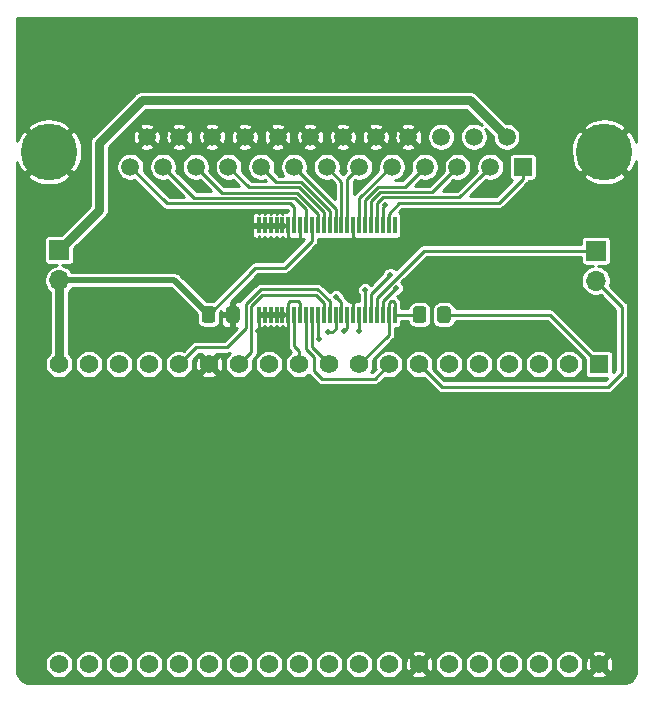
<source format=gbr>
%TF.GenerationSoftware,KiCad,Pcbnew,(5.1.6)-1*%
%TF.CreationDate,2022-10-28T15:03:08-04:00*%
%TF.ProjectId,Amiga ESP32fi,416d6967-6120-4455-9350-333266692e6b,rev?*%
%TF.SameCoordinates,Original*%
%TF.FileFunction,Copper,L1,Top*%
%TF.FilePolarity,Positive*%
%FSLAX46Y46*%
G04 Gerber Fmt 4.6, Leading zero omitted, Abs format (unit mm)*
G04 Created by KiCad (PCBNEW (5.1.6)-1) date 2022-10-28 15:03:08*
%MOMM*%
%LPD*%
G01*
G04 APERTURE LIST*
%TA.AperFunction,SMDPad,CuDef*%
%ADD10R,0.300000X1.475000*%
%TD*%
%TA.AperFunction,ComponentPad*%
%ADD11R,1.500000X1.500000*%
%TD*%
%TA.AperFunction,ComponentPad*%
%ADD12C,1.500000*%
%TD*%
%TA.AperFunction,ComponentPad*%
%ADD13C,4.800000*%
%TD*%
%TA.AperFunction,ComponentPad*%
%ADD14R,1.700000X1.700000*%
%TD*%
%TA.AperFunction,ComponentPad*%
%ADD15O,1.700000X1.700000*%
%TD*%
%TA.AperFunction,ComponentPad*%
%ADD16C,1.560000*%
%TD*%
%TA.AperFunction,ComponentPad*%
%ADD17R,1.560000X1.560000*%
%TD*%
%TA.AperFunction,ViaPad*%
%ADD18C,0.500000*%
%TD*%
%TA.AperFunction,Conductor*%
%ADD19C,0.750000*%
%TD*%
%TA.AperFunction,Conductor*%
%ADD20C,0.250000*%
%TD*%
%TA.AperFunction,Conductor*%
%ADD21C,0.500000*%
%TD*%
%TA.AperFunction,Conductor*%
%ADD22C,0.254000*%
%TD*%
G04 APERTURE END LIST*
%TO.P,C1,1*%
%TO.N,+5V*%
%TA.AperFunction,SMDPad,CuDef*%
G36*
G01*
X143094800Y-113607001D02*
X143094800Y-112706999D01*
G75*
G02*
X143344799Y-112457000I249999J0D01*
G01*
X143994801Y-112457000D01*
G75*
G02*
X144244800Y-112706999I0J-249999D01*
G01*
X144244800Y-113607001D01*
G75*
G02*
X143994801Y-113857000I-249999J0D01*
G01*
X143344799Y-113857000D01*
G75*
G02*
X143094800Y-113607001I0J249999D01*
G01*
G37*
%TD.AperFunction*%
%TO.P,C1,2*%
%TO.N,GND*%
%TA.AperFunction,SMDPad,CuDef*%
G36*
G01*
X145144800Y-113607001D02*
X145144800Y-112706999D01*
G75*
G02*
X145394799Y-112457000I249999J0D01*
G01*
X146044801Y-112457000D01*
G75*
G02*
X146294800Y-112706999I0J-249999D01*
G01*
X146294800Y-113607001D01*
G75*
G02*
X146044801Y-113857000I-249999J0D01*
G01*
X145394799Y-113857000D01*
G75*
G02*
X145144800Y-113607001I0J249999D01*
G01*
G37*
%TD.AperFunction*%
%TD*%
D10*
%TO.P,IC1,1*%
%TO.N,Net-(IC1-Pad1)*%
X159420000Y-105584400D03*
%TO.P,IC1,2*%
%TO.N,AMI_STROBE*%
X158920000Y-105584400D03*
%TO.P,IC1,3*%
%TO.N,AMI_RESET*%
X158420000Y-105584400D03*
%TO.P,IC1,4*%
%TO.N,AMI_D0*%
X157920000Y-105584400D03*
%TO.P,IC1,5*%
%TO.N,AMI_D1*%
X157420000Y-105584400D03*
%TO.P,IC1,6*%
%TO.N,AMI_D2*%
X156920000Y-105584400D03*
%TO.P,IC1,7*%
%TO.N,AMI_D3*%
X156420000Y-105584400D03*
%TO.P,IC1,8*%
%TO.N,GND*%
X155920000Y-105584400D03*
%TO.P,IC1,9*%
%TO.N,AMI_D4*%
X155420000Y-105584400D03*
%TO.P,IC1,10*%
%TO.N,AMI_D5*%
X154920000Y-105584400D03*
%TO.P,IC1,11*%
%TO.N,AMI_D6*%
X154420000Y-105584400D03*
%TO.P,IC1,12*%
%TO.N,AMI_D7*%
X153920000Y-105584400D03*
%TO.P,IC1,13*%
%TO.N,AMI_ACK*%
X153420000Y-105584400D03*
%TO.P,IC1,14*%
%TO.N,AMI_BUSY*%
X152920000Y-105584400D03*
%TO.P,IC1,15*%
%TO.N,+5V*%
X152420000Y-105584400D03*
%TO.P,IC1,16*%
%TO.N,AMI_POUT*%
X151920000Y-105584400D03*
%TO.P,IC1,17*%
%TO.N,GND*%
X151420000Y-105584400D03*
%TO.P,IC1,18*%
%TO.N,AMI_SEL*%
X150920000Y-105584400D03*
%TO.P,IC1,19*%
%TO.N,GND*%
X150420000Y-105584400D03*
%TO.P,IC1,20*%
X149920000Y-105584400D03*
%TO.P,IC1,21*%
X149420000Y-105584400D03*
%TO.P,IC1,22*%
X148920000Y-105584400D03*
%TO.P,IC1,23*%
X148420000Y-105584400D03*
%TO.P,IC1,24*%
X147920000Y-105584400D03*
%TO.P,IC1,25*%
X147920000Y-113160400D03*
%TO.P,IC1,26*%
X148420000Y-113160400D03*
%TO.P,IC1,27*%
X148920000Y-113160400D03*
%TO.P,IC1,28*%
X149420000Y-113160400D03*
%TO.P,IC1,29*%
X149920000Y-113160400D03*
%TO.P,IC1,30*%
X150420000Y-113160400D03*
%TO.P,IC1,31*%
%TO.N,SEL*%
X150920000Y-113160400D03*
%TO.P,IC1,32*%
%TO.N,GND*%
X151420000Y-113160400D03*
%TO.P,IC1,33*%
%TO.N,POUT*%
X151920000Y-113160400D03*
%TO.P,IC1,34*%
%TO.N,BUSY*%
X152420000Y-113160400D03*
%TO.P,IC1,35*%
%TO.N,ACK*%
X152920000Y-113160400D03*
%TO.P,IC1,36*%
%TO.N,D7*%
X153420000Y-113160400D03*
%TO.P,IC1,37*%
%TO.N,D6*%
X153920000Y-113160400D03*
%TO.P,IC1,38*%
%TO.N,D5*%
X154420000Y-113160400D03*
%TO.P,IC1,39*%
%TO.N,D4*%
X154920000Y-113160400D03*
%TO.P,IC1,40*%
%TO.N,D3*%
X155420000Y-113160400D03*
%TO.P,IC1,41*%
%TO.N,GND*%
X155920000Y-113160400D03*
%TO.P,IC1,42*%
%TO.N,D2*%
X156420000Y-113160400D03*
%TO.P,IC1,43*%
%TO.N,D1*%
X156920000Y-113160400D03*
%TO.P,IC1,44*%
%TO.N,D0*%
X157420000Y-113160400D03*
%TO.P,IC1,45*%
%TO.N,RESET*%
X157920000Y-113160400D03*
%TO.P,IC1,46*%
%TO.N,STROBE*%
X158420000Y-113160400D03*
%TO.P,IC1,47*%
%TO.N,OE*%
X158920000Y-113160400D03*
%TO.P,IC1,48*%
X159420000Y-113160400D03*
%TD*%
D11*
%TO.P,J0,1*%
%TO.N,AMI_STROBE*%
X170281600Y-100634800D03*
D12*
%TO.P,J0,2*%
%TO.N,AMI_D0*%
X167511600Y-100634800D03*
%TO.P,J0,3*%
%TO.N,AMI_D1*%
X164741600Y-100634800D03*
%TO.P,J0,4*%
%TO.N,AMI_D2*%
X161971600Y-100634800D03*
%TO.P,J0,5*%
%TO.N,AMI_D3*%
X159201600Y-100634800D03*
%TO.P,J0,6*%
%TO.N,AMI_D4*%
X156431600Y-100634800D03*
%TO.P,J0,7*%
%TO.N,AMI_D5*%
X153661600Y-100634800D03*
%TO.P,J0,8*%
%TO.N,AMI_D6*%
X150891600Y-100634800D03*
%TO.P,J0,9*%
%TO.N,AMI_D7*%
X148121600Y-100634800D03*
%TO.P,J0,10*%
%TO.N,AMI_ACK*%
X145351600Y-100634800D03*
%TO.P,J0,11*%
%TO.N,AMI_BUSY*%
X142581600Y-100634800D03*
%TO.P,J0,12*%
%TO.N,AMI_POUT*%
X139811600Y-100634800D03*
%TO.P,J0,13*%
%TO.N,AMI_SEL*%
X137041600Y-100634800D03*
%TO.P,J0,14*%
%TO.N,AMI_5V*%
X168896600Y-98094800D03*
%TO.P,J0,15*%
%TO.N,Net-(J0-Pad15)*%
X166126600Y-98094800D03*
%TO.P,J0,16*%
%TO.N,AMI_RESET*%
X163356600Y-98094800D03*
%TO.P,J0,17*%
%TO.N,GND*%
X160586600Y-98094800D03*
%TO.P,J0,18*%
X157816600Y-98094800D03*
%TO.P,J0,19*%
X155046600Y-98094800D03*
%TO.P,J0,20*%
X152276600Y-98094800D03*
%TO.P,J0,21*%
X149506600Y-98094800D03*
%TO.P,J0,22*%
X146736600Y-98094800D03*
%TO.P,J0,23*%
X143966600Y-98094800D03*
%TO.P,J0,24*%
X141196600Y-98094800D03*
%TO.P,J0,25*%
X138426600Y-98094800D03*
D13*
%TO.P,J0,MH1*%
X177181600Y-99364800D03*
%TO.P,J0,MH2*%
X130141600Y-99364800D03*
%TD*%
D14*
%TO.P,J1,1*%
%TO.N,RESET*%
X176453800Y-107746800D03*
D15*
%TO.P,J1,2*%
%TO.N,Net-(J1-Pad2)*%
X176453800Y-110286800D03*
%TD*%
%TO.P,J2,2*%
%TO.N,+5V*%
X131013200Y-110236000D03*
D14*
%TO.P,J2,1*%
%TO.N,AMI_5V*%
X131013200Y-107696000D03*
%TD*%
%TO.P,R1,2*%
%TO.N,OE*%
%TA.AperFunction,SMDPad,CuDef*%
G36*
G01*
X162110000Y-112706999D02*
X162110000Y-113607001D01*
G75*
G02*
X161860001Y-113857000I-249999J0D01*
G01*
X161209999Y-113857000D01*
G75*
G02*
X160960000Y-113607001I0J249999D01*
G01*
X160960000Y-112706999D01*
G75*
G02*
X161209999Y-112457000I249999J0D01*
G01*
X161860001Y-112457000D01*
G75*
G02*
X162110000Y-112706999I0J-249999D01*
G01*
G37*
%TD.AperFunction*%
%TO.P,R1,1*%
%TO.N,+3V3*%
%TA.AperFunction,SMDPad,CuDef*%
G36*
G01*
X164160000Y-112706999D02*
X164160000Y-113607001D01*
G75*
G02*
X163910001Y-113857000I-249999J0D01*
G01*
X163259999Y-113857000D01*
G75*
G02*
X163010000Y-113607001I0J249999D01*
G01*
X163010000Y-112706999D01*
G75*
G02*
X163259999Y-112457000I249999J0D01*
G01*
X163910001Y-112457000D01*
G75*
G02*
X164160000Y-112706999I0J-249999D01*
G01*
G37*
%TD.AperFunction*%
%TD*%
D16*
%TO.P,U1,38*%
%TO.N,Net-(U1-Pad38)*%
X131012000Y-142748000D03*
%TO.P,U1,37*%
%TO.N,Net-(U1-Pad37)*%
X133552000Y-142748000D03*
%TO.P,U1,36*%
%TO.N,Net-(U1-Pad36)*%
X136092000Y-142748000D03*
%TO.P,U1,35*%
%TO.N,D4*%
X138632000Y-142748000D03*
%TO.P,U1,34*%
%TO.N,LED_STATUS*%
X141172000Y-142748000D03*
%TO.P,U1,33*%
%TO.N,Net-(U1-Pad33)*%
X143712000Y-142748000D03*
%TO.P,U1,32*%
%TO.N,ACK*%
X146252000Y-142748000D03*
%TO.P,U1,31*%
%TO.N,D3*%
X148792000Y-142748000D03*
%TO.P,U1,30*%
%TO.N,D2*%
X151332000Y-142748000D03*
%TO.P,U1,29*%
%TO.N,STROBE*%
X153872000Y-142748000D03*
%TO.P,U1,28*%
%TO.N,D1*%
X156412000Y-142748000D03*
%TO.P,U1,27*%
%TO.N,D0*%
X158952000Y-142748000D03*
%TO.P,U1,26*%
%TO.N,GND*%
X161492000Y-142748000D03*
%TO.P,U1,25*%
%TO.N,I2C_SDA*%
X164032000Y-142748000D03*
%TO.P,U1,24*%
%TO.N,Net-(U1-Pad24)*%
X166572000Y-142748000D03*
%TO.P,U1,23*%
%TO.N,Net-(U1-Pad23)*%
X169112000Y-142748000D03*
%TO.P,U1,22*%
%TO.N,I2C_SCL*%
X171652000Y-142748000D03*
%TO.P,U1,21*%
%TO.N,LED_STATUS2*%
X174192000Y-142748000D03*
%TO.P,U1,20*%
%TO.N,GND*%
X176732000Y-142748000D03*
%TO.P,U1,18*%
%TO.N,Net-(U1-Pad18)*%
X133552000Y-117348000D03*
%TO.P,U1,17*%
%TO.N,Net-(U1-Pad17)*%
X136092000Y-117348000D03*
%TO.P,U1,16*%
%TO.N,Net-(U1-Pad16)*%
X138632000Y-117348000D03*
%TO.P,U1,15*%
%TO.N,D6*%
X141172000Y-117348000D03*
%TO.P,U1,14*%
%TO.N,GND*%
X143712000Y-117348000D03*
%TO.P,U1,13*%
%TO.N,D7*%
X146252000Y-117348000D03*
%TO.P,U1,12*%
%TO.N,D5*%
X148792000Y-117348000D03*
%TO.P,U1,11*%
%TO.N,SEL*%
X151332000Y-117348000D03*
%TO.P,U1,10*%
%TO.N,BUSY*%
X153872000Y-117348000D03*
%TO.P,U1,9*%
%TO.N,OE*%
X156412000Y-117348000D03*
%TO.P,U1,8*%
%TO.N,POUT*%
X158952000Y-117348000D03*
%TO.P,U1,7*%
%TO.N,Net-(J1-Pad2)*%
X161492000Y-117348000D03*
%TO.P,U1,6*%
%TO.N,Net-(U1-Pad6)*%
X164032000Y-117348000D03*
%TO.P,U1,5*%
%TO.N,Net-(U1-Pad5)*%
X166572000Y-117348000D03*
%TO.P,U1,4*%
%TO.N,Net-(U1-Pad4)*%
X169112000Y-117348000D03*
%TO.P,U1,3*%
%TO.N,Net-(U1-Pad3)*%
X171652000Y-117348000D03*
%TO.P,U1,19*%
%TO.N,+5V*%
X131012000Y-117348000D03*
%TO.P,U1,2*%
%TO.N,Net-(U1-Pad2)*%
X174192000Y-117348000D03*
D17*
%TO.P,U1,1*%
%TO.N,+3V3*%
X176732000Y-117348000D03*
%TD*%
D18*
%TO.N,GND*%
X151130000Y-106934000D03*
X155702000Y-106934000D03*
X147844200Y-114554000D03*
X150345000Y-114554000D03*
X155708243Y-111994659D03*
X150114000Y-106934000D03*
X161544000Y-115062000D03*
X164084000Y-115062000D03*
%TO.N,AMI_RESET*%
X158597600Y-103886000D03*
%TO.N,ACK*%
X152995000Y-115239800D03*
%TO.N,D5*%
X153797000Y-114630200D03*
%TO.N,D4*%
X154457400Y-111658400D03*
%TO.N,D3*%
X155117802Y-114553944D03*
%TO.N,D2*%
X156413200Y-114554000D03*
%TO.N,D1*%
X156921200Y-111048800D03*
%TO.N,D0*%
X159054613Y-109771986D03*
%TO.N,STROBE*%
X159537587Y-110921987D03*
%TD*%
D19*
%TO.N,+5V*%
X131013200Y-117346800D02*
X131012000Y-117348000D01*
X131013200Y-110236000D02*
X131013200Y-117346800D01*
D20*
X152420000Y-105584400D02*
X152395001Y-105584400D01*
D21*
X140748800Y-110236000D02*
X143669800Y-113157000D01*
X131013200Y-110236000D02*
X140748800Y-110236000D01*
D20*
X152420000Y-106888600D02*
X152420000Y-105584400D01*
X150114000Y-109194600D02*
X152420000Y-106888600D01*
X143669800Y-113157000D02*
X147632200Y-109194600D01*
X147632200Y-109194600D02*
X150114000Y-109194600D01*
%TO.N,GND*%
X151420000Y-105584400D02*
X151420000Y-106644000D01*
X151420000Y-106644000D02*
X151130000Y-106934000D01*
X155920000Y-105584400D02*
X155920000Y-106716000D01*
X155920000Y-106716000D02*
X155702000Y-106934000D01*
X147920000Y-113160400D02*
X147920000Y-114478200D01*
X147920000Y-114478200D02*
X147844200Y-114554000D01*
X150420000Y-113160400D02*
X150420000Y-114479000D01*
X150420000Y-114479000D02*
X150345000Y-114554000D01*
X155920000Y-113160400D02*
X155920000Y-112206416D01*
X155920000Y-112206416D02*
X155708243Y-111994659D01*
X151420000Y-112187898D02*
X151246102Y-112014000D01*
X151420000Y-113160400D02*
X151420000Y-112187898D01*
X150420000Y-112187898D02*
X150420000Y-113160400D01*
X150593898Y-112014000D02*
X150420000Y-112187898D01*
X151246102Y-112014000D02*
X150593898Y-112014000D01*
X150420000Y-105584400D02*
X150420000Y-106628000D01*
X150420000Y-106628000D02*
X150114000Y-106934000D01*
%TO.N,AMI_STROBE*%
X159830267Y-103686633D02*
X168229767Y-103686633D01*
X158920000Y-105584400D02*
X158920000Y-104596900D01*
X170281600Y-101634800D02*
X170281600Y-100634800D01*
X168229767Y-103686633D02*
X170281600Y-101634800D01*
X158920000Y-104596900D02*
X159830267Y-103686633D01*
%TO.N,AMI_RESET*%
X158420000Y-104063600D02*
X158420000Y-105584400D01*
X158597600Y-103886000D02*
X158420000Y-104063600D01*
%TO.N,AMI_D0*%
X164909778Y-103236622D02*
X166761601Y-101384799D01*
X166761601Y-101384799D02*
X167511600Y-100634800D01*
X157920000Y-105584400D02*
X157920000Y-103712598D01*
X157920000Y-103712598D02*
X158395976Y-103236622D01*
X158395976Y-103236622D02*
X164909778Y-103236622D01*
%TO.N,AMI_D1*%
X162589789Y-102786611D02*
X164741600Y-100634800D01*
X157420000Y-103576188D02*
X158209577Y-102786611D01*
X158209577Y-102786611D02*
X162589789Y-102786611D01*
X157420000Y-105584400D02*
X157420000Y-103576188D01*
%TO.N,AMI_D2*%
X158023178Y-102336600D02*
X160269800Y-102336600D01*
X156920000Y-105584400D02*
X156920000Y-103439778D01*
X160269800Y-102336600D02*
X161971600Y-100634800D01*
X156920000Y-103439778D02*
X158023178Y-102336600D01*
%TO.N,AMI_D3*%
X159088568Y-100634800D02*
X159201600Y-100634800D01*
X156420000Y-103303368D02*
X159088568Y-100634800D01*
X156420000Y-105584400D02*
X156420000Y-103303368D01*
%TO.N,AMI_D4*%
X155420000Y-101646400D02*
X156431600Y-100634800D01*
X155420000Y-105584400D02*
X155420000Y-101646400D01*
%TO.N,AMI_D5*%
X154920000Y-101893200D02*
X153661600Y-100634800D01*
X154920000Y-105584400D02*
X154920000Y-101893200D01*
%TO.N,AMI_D6*%
X154420000Y-105584400D02*
X154420000Y-104204200D01*
X154420000Y-104204200D02*
X150891600Y-100675800D01*
X150891600Y-100675800D02*
X150891600Y-100634800D01*
%TO.N,AMI_D7*%
X153920000Y-105584400D02*
X153920000Y-104340610D01*
X153920000Y-104340610D02*
X151509590Y-101930200D01*
X149417000Y-101930200D02*
X148121600Y-100634800D01*
X151509590Y-101930200D02*
X149417000Y-101930200D01*
%TO.N,AMI_ACK*%
X153420000Y-104477020D02*
X153420000Y-105584400D01*
X151323191Y-102380211D02*
X153420000Y-104477020D01*
X147097011Y-102380211D02*
X151323191Y-102380211D01*
X145351600Y-100634800D02*
X147097011Y-102380211D01*
%TO.N,AMI_BUSY*%
X144777022Y-102830222D02*
X151136792Y-102830222D01*
X151136792Y-102830222D02*
X152920000Y-104613430D01*
X152920000Y-104613430D02*
X152920000Y-105584400D01*
X142581600Y-100634800D02*
X144777022Y-102830222D01*
%TO.N,AMI_POUT*%
X150950393Y-103280233D02*
X151920000Y-104249840D01*
X151920000Y-104249840D02*
X151920000Y-105584400D01*
X139811600Y-100634800D02*
X142457033Y-103280233D01*
X142457033Y-103280233D02*
X150950393Y-103280233D01*
%TO.N,AMI_SEL*%
X150920000Y-104082400D02*
X150920000Y-105584400D01*
X150567844Y-103730244D02*
X150920000Y-104082400D01*
X137041600Y-100634800D02*
X140137044Y-103730244D01*
X140137044Y-103730244D02*
X150567844Y-103730244D01*
%TO.N,SEL*%
X151332000Y-116241900D02*
X151332000Y-117348000D01*
X150920000Y-113160400D02*
X150920000Y-115829900D01*
X150920000Y-115829900D02*
X151332000Y-116241900D01*
%TO.N,POUT*%
X151920000Y-116032410D02*
X151920000Y-113160400D01*
X157732800Y-118567200D02*
X153263600Y-118567200D01*
X158952000Y-117348000D02*
X157732800Y-118567200D01*
X153263600Y-118567200D02*
X152603200Y-117906800D01*
X152603200Y-116715610D02*
X151920000Y-116032410D01*
X152603200Y-117906800D02*
X152603200Y-116715610D01*
%TO.N,BUSY*%
X152420000Y-115896000D02*
X152420000Y-113160400D01*
X153872000Y-117348000D02*
X152420000Y-115896000D01*
%TO.N,ACK*%
X152920000Y-113160400D02*
X152920000Y-115164800D01*
X152920000Y-115164800D02*
X152995000Y-115239800D01*
%TO.N,D7*%
X153420000Y-112172900D02*
X153420000Y-113160400D01*
X147269200Y-116330800D02*
X147269200Y-112447210D01*
X146252000Y-117348000D02*
X147269200Y-116330800D01*
X147269200Y-112447210D02*
X148210410Y-111506000D01*
X148210410Y-111506000D02*
X152753100Y-111506000D01*
X152753100Y-111506000D02*
X153420000Y-112172900D01*
%TO.N,D6*%
X153920000Y-112035400D02*
X153920000Y-113160400D01*
X152882600Y-110998000D02*
X153920000Y-112035400D01*
X142594400Y-115925600D02*
X145211800Y-115925600D01*
X146819189Y-112260810D02*
X148081999Y-110998000D01*
X141172000Y-117348000D02*
X142594400Y-115925600D01*
X145211800Y-115925600D02*
X146819189Y-114318211D01*
X148081999Y-110998000D02*
X152882600Y-110998000D01*
X146819189Y-114318211D02*
X146819189Y-112260810D01*
%TO.N,D5*%
X154420000Y-114360753D02*
X154420000Y-113160400D01*
X154150553Y-114630200D02*
X154420000Y-114360753D01*
X153797000Y-114630200D02*
X154150553Y-114630200D01*
%TO.N,D4*%
X154920000Y-113160400D02*
X154920000Y-112121000D01*
X154920000Y-112121000D02*
X154457400Y-111658400D01*
%TO.N,D3*%
X155420000Y-114251746D02*
X155117802Y-114553944D01*
X155420000Y-113160400D02*
X155420000Y-114251746D01*
%TO.N,D2*%
X156420000Y-113160400D02*
X156420000Y-114547200D01*
X156420000Y-114547200D02*
X156413200Y-114554000D01*
%TO.N,D1*%
X156920000Y-113160400D02*
X156920000Y-111050000D01*
X156920000Y-111050000D02*
X156921200Y-111048800D01*
%TO.N,D0*%
X159049016Y-109771986D02*
X159054613Y-109771986D01*
X157420000Y-113160400D02*
X157420000Y-111401002D01*
X157420000Y-111401002D02*
X159049016Y-109771986D01*
%TO.N,RESET*%
X161899600Y-107746800D02*
X176453800Y-107746800D01*
X157920000Y-113160400D02*
X157920000Y-111726400D01*
X157920000Y-111726400D02*
X161899600Y-107746800D01*
%TO.N,STROBE*%
X158420000Y-112039574D02*
X158420000Y-113160400D01*
X159537587Y-110921987D02*
X158420000Y-112039574D01*
%TO.N,OE*%
X159423400Y-113157000D02*
X159420000Y-113160400D01*
X161535000Y-113157000D02*
X159423400Y-113157000D01*
X159080200Y-112039400D02*
X158920000Y-112199600D01*
X159283400Y-112039400D02*
X159080200Y-112039400D01*
X159420000Y-113160400D02*
X159420000Y-112176000D01*
X158920000Y-112199600D02*
X158920000Y-113160400D01*
X159420000Y-112176000D02*
X159283400Y-112039400D01*
X158920000Y-114840000D02*
X158920000Y-113160400D01*
X156412000Y-117348000D02*
X158920000Y-114840000D01*
D19*
%TO.N,AMI_5V*%
X168896600Y-98094800D02*
X165823200Y-95021400D01*
X165823200Y-95021400D02*
X137998200Y-95021400D01*
X137998200Y-95021400D02*
X134416800Y-98602800D01*
X134416800Y-104292400D02*
X131013200Y-107696000D01*
X134416800Y-98602800D02*
X134416800Y-104292400D01*
D20*
%TO.N,Net-(J1-Pad2)*%
X176453800Y-110286800D02*
X178663600Y-112496600D01*
X178663600Y-112496600D02*
X178663600Y-118110000D01*
X178663600Y-118110000D02*
X177520600Y-119253000D01*
X163397000Y-119253000D02*
X161492000Y-117348000D01*
X177520600Y-119253000D02*
X163397000Y-119253000D01*
%TO.N,+3V3*%
X172541000Y-113157000D02*
X176732000Y-117348000D01*
X163585000Y-113157000D02*
X172541000Y-113157000D01*
%TD*%
D22*
%TO.N,GND*%
G36*
X179888000Y-98547679D02*
G01*
X179800078Y-98263427D01*
X179552108Y-97799505D01*
X179202496Y-97523509D01*
X177361205Y-99364800D01*
X179202496Y-101206091D01*
X179552108Y-100930095D01*
X179811933Y-100437555D01*
X179888000Y-100181783D01*
X179888001Y-143233883D01*
X179865458Y-143463800D01*
X179805111Y-143663678D01*
X179707084Y-143848039D01*
X179575122Y-144009842D01*
X179414241Y-144142932D01*
X179230579Y-144242238D01*
X179031122Y-144303981D01*
X178802599Y-144328000D01*
X128546107Y-144328000D01*
X128316200Y-144305458D01*
X128116322Y-144245111D01*
X127931961Y-144147084D01*
X127770158Y-144015122D01*
X127637068Y-143854241D01*
X127537762Y-143670579D01*
X127476019Y-143471122D01*
X127452000Y-143242599D01*
X127452000Y-142629121D01*
X129805000Y-142629121D01*
X129805000Y-142866879D01*
X129851384Y-143100069D01*
X129942371Y-143319729D01*
X130074462Y-143517418D01*
X130242582Y-143685538D01*
X130440271Y-143817629D01*
X130659931Y-143908616D01*
X130893121Y-143955000D01*
X131130879Y-143955000D01*
X131364069Y-143908616D01*
X131583729Y-143817629D01*
X131781418Y-143685538D01*
X131949538Y-143517418D01*
X132081629Y-143319729D01*
X132172616Y-143100069D01*
X132219000Y-142866879D01*
X132219000Y-142629121D01*
X132345000Y-142629121D01*
X132345000Y-142866879D01*
X132391384Y-143100069D01*
X132482371Y-143319729D01*
X132614462Y-143517418D01*
X132782582Y-143685538D01*
X132980271Y-143817629D01*
X133199931Y-143908616D01*
X133433121Y-143955000D01*
X133670879Y-143955000D01*
X133904069Y-143908616D01*
X134123729Y-143817629D01*
X134321418Y-143685538D01*
X134489538Y-143517418D01*
X134621629Y-143319729D01*
X134712616Y-143100069D01*
X134759000Y-142866879D01*
X134759000Y-142629121D01*
X134885000Y-142629121D01*
X134885000Y-142866879D01*
X134931384Y-143100069D01*
X135022371Y-143319729D01*
X135154462Y-143517418D01*
X135322582Y-143685538D01*
X135520271Y-143817629D01*
X135739931Y-143908616D01*
X135973121Y-143955000D01*
X136210879Y-143955000D01*
X136444069Y-143908616D01*
X136663729Y-143817629D01*
X136861418Y-143685538D01*
X137029538Y-143517418D01*
X137161629Y-143319729D01*
X137252616Y-143100069D01*
X137299000Y-142866879D01*
X137299000Y-142629121D01*
X137425000Y-142629121D01*
X137425000Y-142866879D01*
X137471384Y-143100069D01*
X137562371Y-143319729D01*
X137694462Y-143517418D01*
X137862582Y-143685538D01*
X138060271Y-143817629D01*
X138279931Y-143908616D01*
X138513121Y-143955000D01*
X138750879Y-143955000D01*
X138984069Y-143908616D01*
X139203729Y-143817629D01*
X139401418Y-143685538D01*
X139569538Y-143517418D01*
X139701629Y-143319729D01*
X139792616Y-143100069D01*
X139839000Y-142866879D01*
X139839000Y-142629121D01*
X139965000Y-142629121D01*
X139965000Y-142866879D01*
X140011384Y-143100069D01*
X140102371Y-143319729D01*
X140234462Y-143517418D01*
X140402582Y-143685538D01*
X140600271Y-143817629D01*
X140819931Y-143908616D01*
X141053121Y-143955000D01*
X141290879Y-143955000D01*
X141524069Y-143908616D01*
X141743729Y-143817629D01*
X141941418Y-143685538D01*
X142109538Y-143517418D01*
X142241629Y-143319729D01*
X142332616Y-143100069D01*
X142379000Y-142866879D01*
X142379000Y-142629121D01*
X142505000Y-142629121D01*
X142505000Y-142866879D01*
X142551384Y-143100069D01*
X142642371Y-143319729D01*
X142774462Y-143517418D01*
X142942582Y-143685538D01*
X143140271Y-143817629D01*
X143359931Y-143908616D01*
X143593121Y-143955000D01*
X143830879Y-143955000D01*
X144064069Y-143908616D01*
X144283729Y-143817629D01*
X144481418Y-143685538D01*
X144649538Y-143517418D01*
X144781629Y-143319729D01*
X144872616Y-143100069D01*
X144919000Y-142866879D01*
X144919000Y-142629121D01*
X145045000Y-142629121D01*
X145045000Y-142866879D01*
X145091384Y-143100069D01*
X145182371Y-143319729D01*
X145314462Y-143517418D01*
X145482582Y-143685538D01*
X145680271Y-143817629D01*
X145899931Y-143908616D01*
X146133121Y-143955000D01*
X146370879Y-143955000D01*
X146604069Y-143908616D01*
X146823729Y-143817629D01*
X147021418Y-143685538D01*
X147189538Y-143517418D01*
X147321629Y-143319729D01*
X147412616Y-143100069D01*
X147459000Y-142866879D01*
X147459000Y-142629121D01*
X147585000Y-142629121D01*
X147585000Y-142866879D01*
X147631384Y-143100069D01*
X147722371Y-143319729D01*
X147854462Y-143517418D01*
X148022582Y-143685538D01*
X148220271Y-143817629D01*
X148439931Y-143908616D01*
X148673121Y-143955000D01*
X148910879Y-143955000D01*
X149144069Y-143908616D01*
X149363729Y-143817629D01*
X149561418Y-143685538D01*
X149729538Y-143517418D01*
X149861629Y-143319729D01*
X149952616Y-143100069D01*
X149999000Y-142866879D01*
X149999000Y-142629121D01*
X150125000Y-142629121D01*
X150125000Y-142866879D01*
X150171384Y-143100069D01*
X150262371Y-143319729D01*
X150394462Y-143517418D01*
X150562582Y-143685538D01*
X150760271Y-143817629D01*
X150979931Y-143908616D01*
X151213121Y-143955000D01*
X151450879Y-143955000D01*
X151684069Y-143908616D01*
X151903729Y-143817629D01*
X152101418Y-143685538D01*
X152269538Y-143517418D01*
X152401629Y-143319729D01*
X152492616Y-143100069D01*
X152539000Y-142866879D01*
X152539000Y-142629121D01*
X152665000Y-142629121D01*
X152665000Y-142866879D01*
X152711384Y-143100069D01*
X152802371Y-143319729D01*
X152934462Y-143517418D01*
X153102582Y-143685538D01*
X153300271Y-143817629D01*
X153519931Y-143908616D01*
X153753121Y-143955000D01*
X153990879Y-143955000D01*
X154224069Y-143908616D01*
X154443729Y-143817629D01*
X154641418Y-143685538D01*
X154809538Y-143517418D01*
X154941629Y-143319729D01*
X155032616Y-143100069D01*
X155079000Y-142866879D01*
X155079000Y-142629121D01*
X155205000Y-142629121D01*
X155205000Y-142866879D01*
X155251384Y-143100069D01*
X155342371Y-143319729D01*
X155474462Y-143517418D01*
X155642582Y-143685538D01*
X155840271Y-143817629D01*
X156059931Y-143908616D01*
X156293121Y-143955000D01*
X156530879Y-143955000D01*
X156764069Y-143908616D01*
X156983729Y-143817629D01*
X157181418Y-143685538D01*
X157349538Y-143517418D01*
X157481629Y-143319729D01*
X157572616Y-143100069D01*
X157619000Y-142866879D01*
X157619000Y-142629121D01*
X157745000Y-142629121D01*
X157745000Y-142866879D01*
X157791384Y-143100069D01*
X157882371Y-143319729D01*
X158014462Y-143517418D01*
X158182582Y-143685538D01*
X158380271Y-143817629D01*
X158599931Y-143908616D01*
X158833121Y-143955000D01*
X159070879Y-143955000D01*
X159304069Y-143908616D01*
X159523729Y-143817629D01*
X159721418Y-143685538D01*
X159792202Y-143614754D01*
X160804851Y-143614754D01*
X160885775Y-143798462D01*
X161102359Y-143896546D01*
X161333916Y-143950492D01*
X161571548Y-143958227D01*
X161806124Y-143919454D01*
X162028627Y-143835662D01*
X162098225Y-143798462D01*
X162179149Y-143614754D01*
X161492000Y-142927605D01*
X160804851Y-143614754D01*
X159792202Y-143614754D01*
X159889538Y-143517418D01*
X160021629Y-143319729D01*
X160112616Y-143100069D01*
X160159000Y-142866879D01*
X160159000Y-142827548D01*
X160281773Y-142827548D01*
X160320546Y-143062124D01*
X160404338Y-143284627D01*
X160441538Y-143354225D01*
X160625246Y-143435149D01*
X161312395Y-142748000D01*
X161671605Y-142748000D01*
X162358754Y-143435149D01*
X162542462Y-143354225D01*
X162640546Y-143137641D01*
X162694492Y-142906084D01*
X162702227Y-142668452D01*
X162695726Y-142629121D01*
X162825000Y-142629121D01*
X162825000Y-142866879D01*
X162871384Y-143100069D01*
X162962371Y-143319729D01*
X163094462Y-143517418D01*
X163262582Y-143685538D01*
X163460271Y-143817629D01*
X163679931Y-143908616D01*
X163913121Y-143955000D01*
X164150879Y-143955000D01*
X164384069Y-143908616D01*
X164603729Y-143817629D01*
X164801418Y-143685538D01*
X164969538Y-143517418D01*
X165101629Y-143319729D01*
X165192616Y-143100069D01*
X165239000Y-142866879D01*
X165239000Y-142629121D01*
X165365000Y-142629121D01*
X165365000Y-142866879D01*
X165411384Y-143100069D01*
X165502371Y-143319729D01*
X165634462Y-143517418D01*
X165802582Y-143685538D01*
X166000271Y-143817629D01*
X166219931Y-143908616D01*
X166453121Y-143955000D01*
X166690879Y-143955000D01*
X166924069Y-143908616D01*
X167143729Y-143817629D01*
X167341418Y-143685538D01*
X167509538Y-143517418D01*
X167641629Y-143319729D01*
X167732616Y-143100069D01*
X167779000Y-142866879D01*
X167779000Y-142629121D01*
X167905000Y-142629121D01*
X167905000Y-142866879D01*
X167951384Y-143100069D01*
X168042371Y-143319729D01*
X168174462Y-143517418D01*
X168342582Y-143685538D01*
X168540271Y-143817629D01*
X168759931Y-143908616D01*
X168993121Y-143955000D01*
X169230879Y-143955000D01*
X169464069Y-143908616D01*
X169683729Y-143817629D01*
X169881418Y-143685538D01*
X170049538Y-143517418D01*
X170181629Y-143319729D01*
X170272616Y-143100069D01*
X170319000Y-142866879D01*
X170319000Y-142629121D01*
X170445000Y-142629121D01*
X170445000Y-142866879D01*
X170491384Y-143100069D01*
X170582371Y-143319729D01*
X170714462Y-143517418D01*
X170882582Y-143685538D01*
X171080271Y-143817629D01*
X171299931Y-143908616D01*
X171533121Y-143955000D01*
X171770879Y-143955000D01*
X172004069Y-143908616D01*
X172223729Y-143817629D01*
X172421418Y-143685538D01*
X172589538Y-143517418D01*
X172721629Y-143319729D01*
X172812616Y-143100069D01*
X172859000Y-142866879D01*
X172859000Y-142629121D01*
X172985000Y-142629121D01*
X172985000Y-142866879D01*
X173031384Y-143100069D01*
X173122371Y-143319729D01*
X173254462Y-143517418D01*
X173422582Y-143685538D01*
X173620271Y-143817629D01*
X173839931Y-143908616D01*
X174073121Y-143955000D01*
X174310879Y-143955000D01*
X174544069Y-143908616D01*
X174763729Y-143817629D01*
X174961418Y-143685538D01*
X175032202Y-143614754D01*
X176044851Y-143614754D01*
X176125775Y-143798462D01*
X176342359Y-143896546D01*
X176573916Y-143950492D01*
X176811548Y-143958227D01*
X177046124Y-143919454D01*
X177268627Y-143835662D01*
X177338225Y-143798462D01*
X177419149Y-143614754D01*
X176732000Y-142927605D01*
X176044851Y-143614754D01*
X175032202Y-143614754D01*
X175129538Y-143517418D01*
X175261629Y-143319729D01*
X175352616Y-143100069D01*
X175399000Y-142866879D01*
X175399000Y-142827548D01*
X175521773Y-142827548D01*
X175560546Y-143062124D01*
X175644338Y-143284627D01*
X175681538Y-143354225D01*
X175865246Y-143435149D01*
X176552395Y-142748000D01*
X176911605Y-142748000D01*
X177598754Y-143435149D01*
X177782462Y-143354225D01*
X177880546Y-143137641D01*
X177934492Y-142906084D01*
X177942227Y-142668452D01*
X177903454Y-142433876D01*
X177819662Y-142211373D01*
X177782462Y-142141775D01*
X177598754Y-142060851D01*
X176911605Y-142748000D01*
X176552395Y-142748000D01*
X175865246Y-142060851D01*
X175681538Y-142141775D01*
X175583454Y-142358359D01*
X175529508Y-142589916D01*
X175521773Y-142827548D01*
X175399000Y-142827548D01*
X175399000Y-142629121D01*
X175352616Y-142395931D01*
X175261629Y-142176271D01*
X175129538Y-141978582D01*
X175032202Y-141881246D01*
X176044851Y-141881246D01*
X176732000Y-142568395D01*
X177419149Y-141881246D01*
X177338225Y-141697538D01*
X177121641Y-141599454D01*
X176890084Y-141545508D01*
X176652452Y-141537773D01*
X176417876Y-141576546D01*
X176195373Y-141660338D01*
X176125775Y-141697538D01*
X176044851Y-141881246D01*
X175032202Y-141881246D01*
X174961418Y-141810462D01*
X174763729Y-141678371D01*
X174544069Y-141587384D01*
X174310879Y-141541000D01*
X174073121Y-141541000D01*
X173839931Y-141587384D01*
X173620271Y-141678371D01*
X173422582Y-141810462D01*
X173254462Y-141978582D01*
X173122371Y-142176271D01*
X173031384Y-142395931D01*
X172985000Y-142629121D01*
X172859000Y-142629121D01*
X172812616Y-142395931D01*
X172721629Y-142176271D01*
X172589538Y-141978582D01*
X172421418Y-141810462D01*
X172223729Y-141678371D01*
X172004069Y-141587384D01*
X171770879Y-141541000D01*
X171533121Y-141541000D01*
X171299931Y-141587384D01*
X171080271Y-141678371D01*
X170882582Y-141810462D01*
X170714462Y-141978582D01*
X170582371Y-142176271D01*
X170491384Y-142395931D01*
X170445000Y-142629121D01*
X170319000Y-142629121D01*
X170272616Y-142395931D01*
X170181629Y-142176271D01*
X170049538Y-141978582D01*
X169881418Y-141810462D01*
X169683729Y-141678371D01*
X169464069Y-141587384D01*
X169230879Y-141541000D01*
X168993121Y-141541000D01*
X168759931Y-141587384D01*
X168540271Y-141678371D01*
X168342582Y-141810462D01*
X168174462Y-141978582D01*
X168042371Y-142176271D01*
X167951384Y-142395931D01*
X167905000Y-142629121D01*
X167779000Y-142629121D01*
X167732616Y-142395931D01*
X167641629Y-142176271D01*
X167509538Y-141978582D01*
X167341418Y-141810462D01*
X167143729Y-141678371D01*
X166924069Y-141587384D01*
X166690879Y-141541000D01*
X166453121Y-141541000D01*
X166219931Y-141587384D01*
X166000271Y-141678371D01*
X165802582Y-141810462D01*
X165634462Y-141978582D01*
X165502371Y-142176271D01*
X165411384Y-142395931D01*
X165365000Y-142629121D01*
X165239000Y-142629121D01*
X165192616Y-142395931D01*
X165101629Y-142176271D01*
X164969538Y-141978582D01*
X164801418Y-141810462D01*
X164603729Y-141678371D01*
X164384069Y-141587384D01*
X164150879Y-141541000D01*
X163913121Y-141541000D01*
X163679931Y-141587384D01*
X163460271Y-141678371D01*
X163262582Y-141810462D01*
X163094462Y-141978582D01*
X162962371Y-142176271D01*
X162871384Y-142395931D01*
X162825000Y-142629121D01*
X162695726Y-142629121D01*
X162663454Y-142433876D01*
X162579662Y-142211373D01*
X162542462Y-142141775D01*
X162358754Y-142060851D01*
X161671605Y-142748000D01*
X161312395Y-142748000D01*
X160625246Y-142060851D01*
X160441538Y-142141775D01*
X160343454Y-142358359D01*
X160289508Y-142589916D01*
X160281773Y-142827548D01*
X160159000Y-142827548D01*
X160159000Y-142629121D01*
X160112616Y-142395931D01*
X160021629Y-142176271D01*
X159889538Y-141978582D01*
X159792202Y-141881246D01*
X160804851Y-141881246D01*
X161492000Y-142568395D01*
X162179149Y-141881246D01*
X162098225Y-141697538D01*
X161881641Y-141599454D01*
X161650084Y-141545508D01*
X161412452Y-141537773D01*
X161177876Y-141576546D01*
X160955373Y-141660338D01*
X160885775Y-141697538D01*
X160804851Y-141881246D01*
X159792202Y-141881246D01*
X159721418Y-141810462D01*
X159523729Y-141678371D01*
X159304069Y-141587384D01*
X159070879Y-141541000D01*
X158833121Y-141541000D01*
X158599931Y-141587384D01*
X158380271Y-141678371D01*
X158182582Y-141810462D01*
X158014462Y-141978582D01*
X157882371Y-142176271D01*
X157791384Y-142395931D01*
X157745000Y-142629121D01*
X157619000Y-142629121D01*
X157572616Y-142395931D01*
X157481629Y-142176271D01*
X157349538Y-141978582D01*
X157181418Y-141810462D01*
X156983729Y-141678371D01*
X156764069Y-141587384D01*
X156530879Y-141541000D01*
X156293121Y-141541000D01*
X156059931Y-141587384D01*
X155840271Y-141678371D01*
X155642582Y-141810462D01*
X155474462Y-141978582D01*
X155342371Y-142176271D01*
X155251384Y-142395931D01*
X155205000Y-142629121D01*
X155079000Y-142629121D01*
X155032616Y-142395931D01*
X154941629Y-142176271D01*
X154809538Y-141978582D01*
X154641418Y-141810462D01*
X154443729Y-141678371D01*
X154224069Y-141587384D01*
X153990879Y-141541000D01*
X153753121Y-141541000D01*
X153519931Y-141587384D01*
X153300271Y-141678371D01*
X153102582Y-141810462D01*
X152934462Y-141978582D01*
X152802371Y-142176271D01*
X152711384Y-142395931D01*
X152665000Y-142629121D01*
X152539000Y-142629121D01*
X152492616Y-142395931D01*
X152401629Y-142176271D01*
X152269538Y-141978582D01*
X152101418Y-141810462D01*
X151903729Y-141678371D01*
X151684069Y-141587384D01*
X151450879Y-141541000D01*
X151213121Y-141541000D01*
X150979931Y-141587384D01*
X150760271Y-141678371D01*
X150562582Y-141810462D01*
X150394462Y-141978582D01*
X150262371Y-142176271D01*
X150171384Y-142395931D01*
X150125000Y-142629121D01*
X149999000Y-142629121D01*
X149952616Y-142395931D01*
X149861629Y-142176271D01*
X149729538Y-141978582D01*
X149561418Y-141810462D01*
X149363729Y-141678371D01*
X149144069Y-141587384D01*
X148910879Y-141541000D01*
X148673121Y-141541000D01*
X148439931Y-141587384D01*
X148220271Y-141678371D01*
X148022582Y-141810462D01*
X147854462Y-141978582D01*
X147722371Y-142176271D01*
X147631384Y-142395931D01*
X147585000Y-142629121D01*
X147459000Y-142629121D01*
X147412616Y-142395931D01*
X147321629Y-142176271D01*
X147189538Y-141978582D01*
X147021418Y-141810462D01*
X146823729Y-141678371D01*
X146604069Y-141587384D01*
X146370879Y-141541000D01*
X146133121Y-141541000D01*
X145899931Y-141587384D01*
X145680271Y-141678371D01*
X145482582Y-141810462D01*
X145314462Y-141978582D01*
X145182371Y-142176271D01*
X145091384Y-142395931D01*
X145045000Y-142629121D01*
X144919000Y-142629121D01*
X144872616Y-142395931D01*
X144781629Y-142176271D01*
X144649538Y-141978582D01*
X144481418Y-141810462D01*
X144283729Y-141678371D01*
X144064069Y-141587384D01*
X143830879Y-141541000D01*
X143593121Y-141541000D01*
X143359931Y-141587384D01*
X143140271Y-141678371D01*
X142942582Y-141810462D01*
X142774462Y-141978582D01*
X142642371Y-142176271D01*
X142551384Y-142395931D01*
X142505000Y-142629121D01*
X142379000Y-142629121D01*
X142332616Y-142395931D01*
X142241629Y-142176271D01*
X142109538Y-141978582D01*
X141941418Y-141810462D01*
X141743729Y-141678371D01*
X141524069Y-141587384D01*
X141290879Y-141541000D01*
X141053121Y-141541000D01*
X140819931Y-141587384D01*
X140600271Y-141678371D01*
X140402582Y-141810462D01*
X140234462Y-141978582D01*
X140102371Y-142176271D01*
X140011384Y-142395931D01*
X139965000Y-142629121D01*
X139839000Y-142629121D01*
X139792616Y-142395931D01*
X139701629Y-142176271D01*
X139569538Y-141978582D01*
X139401418Y-141810462D01*
X139203729Y-141678371D01*
X138984069Y-141587384D01*
X138750879Y-141541000D01*
X138513121Y-141541000D01*
X138279931Y-141587384D01*
X138060271Y-141678371D01*
X137862582Y-141810462D01*
X137694462Y-141978582D01*
X137562371Y-142176271D01*
X137471384Y-142395931D01*
X137425000Y-142629121D01*
X137299000Y-142629121D01*
X137252616Y-142395931D01*
X137161629Y-142176271D01*
X137029538Y-141978582D01*
X136861418Y-141810462D01*
X136663729Y-141678371D01*
X136444069Y-141587384D01*
X136210879Y-141541000D01*
X135973121Y-141541000D01*
X135739931Y-141587384D01*
X135520271Y-141678371D01*
X135322582Y-141810462D01*
X135154462Y-141978582D01*
X135022371Y-142176271D01*
X134931384Y-142395931D01*
X134885000Y-142629121D01*
X134759000Y-142629121D01*
X134712616Y-142395931D01*
X134621629Y-142176271D01*
X134489538Y-141978582D01*
X134321418Y-141810462D01*
X134123729Y-141678371D01*
X133904069Y-141587384D01*
X133670879Y-141541000D01*
X133433121Y-141541000D01*
X133199931Y-141587384D01*
X132980271Y-141678371D01*
X132782582Y-141810462D01*
X132614462Y-141978582D01*
X132482371Y-142176271D01*
X132391384Y-142395931D01*
X132345000Y-142629121D01*
X132219000Y-142629121D01*
X132172616Y-142395931D01*
X132081629Y-142176271D01*
X131949538Y-141978582D01*
X131781418Y-141810462D01*
X131583729Y-141678371D01*
X131364069Y-141587384D01*
X131130879Y-141541000D01*
X130893121Y-141541000D01*
X130659931Y-141587384D01*
X130440271Y-141678371D01*
X130242582Y-141810462D01*
X130074462Y-141978582D01*
X129942371Y-142176271D01*
X129851384Y-142395931D01*
X129805000Y-142629121D01*
X127452000Y-142629121D01*
X127452000Y-106846000D01*
X129734134Y-106846000D01*
X129734134Y-108546000D01*
X129742378Y-108629707D01*
X129766795Y-108710196D01*
X129806445Y-108784376D01*
X129859805Y-108849395D01*
X129924824Y-108902755D01*
X129999004Y-108942405D01*
X130079493Y-108966822D01*
X130163200Y-108975066D01*
X130806656Y-108975066D01*
X130640713Y-109008074D01*
X130408314Y-109104337D01*
X130199160Y-109244089D01*
X130021289Y-109421960D01*
X129881537Y-109631114D01*
X129785274Y-109863513D01*
X129736200Y-110110226D01*
X129736200Y-110361774D01*
X129785274Y-110608487D01*
X129881537Y-110840886D01*
X130021289Y-111050040D01*
X130199160Y-111227911D01*
X130211200Y-111235956D01*
X130211201Y-116441843D01*
X130074462Y-116578582D01*
X129942371Y-116776271D01*
X129851384Y-116995931D01*
X129805000Y-117229121D01*
X129805000Y-117466879D01*
X129851384Y-117700069D01*
X129942371Y-117919729D01*
X130074462Y-118117418D01*
X130242582Y-118285538D01*
X130440271Y-118417629D01*
X130659931Y-118508616D01*
X130893121Y-118555000D01*
X131130879Y-118555000D01*
X131364069Y-118508616D01*
X131583729Y-118417629D01*
X131781418Y-118285538D01*
X131949538Y-118117418D01*
X132081629Y-117919729D01*
X132172616Y-117700069D01*
X132219000Y-117466879D01*
X132219000Y-117229121D01*
X132345000Y-117229121D01*
X132345000Y-117466879D01*
X132391384Y-117700069D01*
X132482371Y-117919729D01*
X132614462Y-118117418D01*
X132782582Y-118285538D01*
X132980271Y-118417629D01*
X133199931Y-118508616D01*
X133433121Y-118555000D01*
X133670879Y-118555000D01*
X133904069Y-118508616D01*
X134123729Y-118417629D01*
X134321418Y-118285538D01*
X134489538Y-118117418D01*
X134621629Y-117919729D01*
X134712616Y-117700069D01*
X134759000Y-117466879D01*
X134759000Y-117229121D01*
X134885000Y-117229121D01*
X134885000Y-117466879D01*
X134931384Y-117700069D01*
X135022371Y-117919729D01*
X135154462Y-118117418D01*
X135322582Y-118285538D01*
X135520271Y-118417629D01*
X135739931Y-118508616D01*
X135973121Y-118555000D01*
X136210879Y-118555000D01*
X136444069Y-118508616D01*
X136663729Y-118417629D01*
X136861418Y-118285538D01*
X137029538Y-118117418D01*
X137161629Y-117919729D01*
X137252616Y-117700069D01*
X137299000Y-117466879D01*
X137299000Y-117229121D01*
X137425000Y-117229121D01*
X137425000Y-117466879D01*
X137471384Y-117700069D01*
X137562371Y-117919729D01*
X137694462Y-118117418D01*
X137862582Y-118285538D01*
X138060271Y-118417629D01*
X138279931Y-118508616D01*
X138513121Y-118555000D01*
X138750879Y-118555000D01*
X138984069Y-118508616D01*
X139203729Y-118417629D01*
X139401418Y-118285538D01*
X139569538Y-118117418D01*
X139701629Y-117919729D01*
X139792616Y-117700069D01*
X139839000Y-117466879D01*
X139839000Y-117229121D01*
X139965000Y-117229121D01*
X139965000Y-117466879D01*
X140011384Y-117700069D01*
X140102371Y-117919729D01*
X140234462Y-118117418D01*
X140402582Y-118285538D01*
X140600271Y-118417629D01*
X140819931Y-118508616D01*
X141053121Y-118555000D01*
X141290879Y-118555000D01*
X141524069Y-118508616D01*
X141743729Y-118417629D01*
X141941418Y-118285538D01*
X142012202Y-118214754D01*
X143024851Y-118214754D01*
X143105775Y-118398462D01*
X143322359Y-118496546D01*
X143553916Y-118550492D01*
X143791548Y-118558227D01*
X144026124Y-118519454D01*
X144248627Y-118435662D01*
X144318225Y-118398462D01*
X144399149Y-118214754D01*
X143712000Y-117527605D01*
X143024851Y-118214754D01*
X142012202Y-118214754D01*
X142109538Y-118117418D01*
X142241629Y-117919729D01*
X142332616Y-117700069D01*
X142379000Y-117466879D01*
X142379000Y-117427548D01*
X142501773Y-117427548D01*
X142540546Y-117662124D01*
X142624338Y-117884627D01*
X142661538Y-117954225D01*
X142845246Y-118035149D01*
X143532395Y-117348000D01*
X143891605Y-117348000D01*
X144578754Y-118035149D01*
X144762462Y-117954225D01*
X144860546Y-117737641D01*
X144914492Y-117506084D01*
X144922227Y-117268452D01*
X144883454Y-117033876D01*
X144799662Y-116811373D01*
X144762462Y-116741775D01*
X144578754Y-116660851D01*
X143891605Y-117348000D01*
X143532395Y-117348000D01*
X142845246Y-116660851D01*
X142661538Y-116741775D01*
X142563454Y-116958359D01*
X142509508Y-117189916D01*
X142501773Y-117427548D01*
X142379000Y-117427548D01*
X142379000Y-117229121D01*
X142332616Y-116995931D01*
X142324444Y-116976201D01*
X142823046Y-116477600D01*
X143026457Y-116477600D01*
X143024851Y-116481246D01*
X143712000Y-117168395D01*
X144399149Y-116481246D01*
X144397543Y-116477600D01*
X145184694Y-116477600D01*
X145211800Y-116480270D01*
X145238906Y-116477600D01*
X145238909Y-116477600D01*
X145320011Y-116469612D01*
X145424063Y-116438048D01*
X145510212Y-116392001D01*
X145482582Y-116410462D01*
X145314462Y-116578582D01*
X145182371Y-116776271D01*
X145091384Y-116995931D01*
X145045000Y-117229121D01*
X145045000Y-117466879D01*
X145091384Y-117700069D01*
X145182371Y-117919729D01*
X145314462Y-118117418D01*
X145482582Y-118285538D01*
X145680271Y-118417629D01*
X145899931Y-118508616D01*
X146133121Y-118555000D01*
X146370879Y-118555000D01*
X146604069Y-118508616D01*
X146823729Y-118417629D01*
X147021418Y-118285538D01*
X147189538Y-118117418D01*
X147321629Y-117919729D01*
X147412616Y-117700069D01*
X147459000Y-117466879D01*
X147459000Y-117229121D01*
X147585000Y-117229121D01*
X147585000Y-117466879D01*
X147631384Y-117700069D01*
X147722371Y-117919729D01*
X147854462Y-118117418D01*
X148022582Y-118285538D01*
X148220271Y-118417629D01*
X148439931Y-118508616D01*
X148673121Y-118555000D01*
X148910879Y-118555000D01*
X149144069Y-118508616D01*
X149363729Y-118417629D01*
X149561418Y-118285538D01*
X149729538Y-118117418D01*
X149861629Y-117919729D01*
X149952616Y-117700069D01*
X149999000Y-117466879D01*
X149999000Y-117229121D01*
X149952616Y-116995931D01*
X149861629Y-116776271D01*
X149729538Y-116578582D01*
X149561418Y-116410462D01*
X149363729Y-116278371D01*
X149144069Y-116187384D01*
X148910879Y-116141000D01*
X148673121Y-116141000D01*
X148439931Y-116187384D01*
X148220271Y-116278371D01*
X148022582Y-116410462D01*
X147854462Y-116578582D01*
X147722371Y-116776271D01*
X147631384Y-116995931D01*
X147585000Y-117229121D01*
X147459000Y-117229121D01*
X147412616Y-116995931D01*
X147404444Y-116976202D01*
X147640354Y-116740292D01*
X147661411Y-116723011D01*
X147730391Y-116638958D01*
X147781648Y-116543063D01*
X147813212Y-116439011D01*
X147821200Y-116357909D01*
X147821200Y-116357907D01*
X147823870Y-116330801D01*
X147821200Y-116303695D01*
X147821200Y-114293950D01*
X147897000Y-114218150D01*
X147897000Y-114105884D01*
X147913245Y-114136276D01*
X147943000Y-114172532D01*
X147943000Y-114218150D01*
X148049750Y-114324900D01*
X148070000Y-114326966D01*
X148153707Y-114318722D01*
X148170000Y-114313779D01*
X148186293Y-114318722D01*
X148270000Y-114326966D01*
X148290250Y-114324900D01*
X148397000Y-114218150D01*
X148397000Y-114172532D01*
X148420000Y-114144507D01*
X148443000Y-114172532D01*
X148443000Y-114218150D01*
X148549750Y-114324900D01*
X148570000Y-114326966D01*
X148653707Y-114318722D01*
X148670000Y-114313779D01*
X148686293Y-114318722D01*
X148770000Y-114326966D01*
X148790250Y-114324900D01*
X148897000Y-114218150D01*
X148897000Y-114172532D01*
X148920000Y-114144507D01*
X148943000Y-114172532D01*
X148943000Y-114218150D01*
X149049750Y-114324900D01*
X149070000Y-114326966D01*
X149153707Y-114318722D01*
X149170000Y-114313779D01*
X149186293Y-114318722D01*
X149270000Y-114326966D01*
X149290250Y-114324900D01*
X149397000Y-114218150D01*
X149397000Y-114172532D01*
X149420000Y-114144507D01*
X149443000Y-114172532D01*
X149443000Y-114218150D01*
X149549750Y-114324900D01*
X149570000Y-114326966D01*
X149653707Y-114318722D01*
X149670000Y-114313779D01*
X149686293Y-114318722D01*
X149770000Y-114326966D01*
X149790250Y-114324900D01*
X149897000Y-114218150D01*
X149897000Y-114172532D01*
X149920000Y-114144507D01*
X149943000Y-114172532D01*
X149943000Y-114218150D01*
X150049750Y-114324900D01*
X150070000Y-114326966D01*
X150153707Y-114318722D01*
X150170000Y-114313779D01*
X150186293Y-114318722D01*
X150270000Y-114326966D01*
X150290250Y-114324900D01*
X150292998Y-114322152D01*
X150292998Y-114324900D01*
X150368000Y-114324900D01*
X150368001Y-115802784D01*
X150365330Y-115829900D01*
X150371841Y-115896000D01*
X150375989Y-115938111D01*
X150385564Y-115969674D01*
X150407552Y-116042162D01*
X150458809Y-116138057D01*
X150469060Y-116150548D01*
X150527790Y-116222111D01*
X150548852Y-116239396D01*
X150656898Y-116347442D01*
X150562582Y-116410462D01*
X150394462Y-116578582D01*
X150262371Y-116776271D01*
X150171384Y-116995931D01*
X150125000Y-117229121D01*
X150125000Y-117466879D01*
X150171384Y-117700069D01*
X150262371Y-117919729D01*
X150394462Y-118117418D01*
X150562582Y-118285538D01*
X150760271Y-118417629D01*
X150979931Y-118508616D01*
X151213121Y-118555000D01*
X151450879Y-118555000D01*
X151684069Y-118508616D01*
X151903729Y-118417629D01*
X152101418Y-118285538D01*
X152155527Y-118231429D01*
X152210989Y-118299011D01*
X152232056Y-118316300D01*
X152854108Y-118938354D01*
X152871389Y-118959411D01*
X152892445Y-118976691D01*
X152892446Y-118976692D01*
X152955442Y-119028391D01*
X153051337Y-119079648D01*
X153155389Y-119111212D01*
X153263600Y-119121870D01*
X153290708Y-119119200D01*
X157705694Y-119119200D01*
X157732800Y-119121870D01*
X157759906Y-119119200D01*
X157759909Y-119119200D01*
X157841011Y-119111212D01*
X157945063Y-119079648D01*
X158040958Y-119028391D01*
X158125011Y-118959411D01*
X158142300Y-118938344D01*
X158580201Y-118500444D01*
X158599931Y-118508616D01*
X158833121Y-118555000D01*
X159070879Y-118555000D01*
X159304069Y-118508616D01*
X159523729Y-118417629D01*
X159721418Y-118285538D01*
X159889538Y-118117418D01*
X160021629Y-117919729D01*
X160112616Y-117700069D01*
X160159000Y-117466879D01*
X160159000Y-117229121D01*
X160112616Y-116995931D01*
X160021629Y-116776271D01*
X159889538Y-116578582D01*
X159721418Y-116410462D01*
X159523729Y-116278371D01*
X159304069Y-116187384D01*
X159070879Y-116141000D01*
X158833121Y-116141000D01*
X158599931Y-116187384D01*
X158380271Y-116278371D01*
X158182582Y-116410462D01*
X158014462Y-116578582D01*
X157882371Y-116776271D01*
X157791384Y-116995931D01*
X157745000Y-117229121D01*
X157745000Y-117466879D01*
X157791384Y-117700069D01*
X157799556Y-117719799D01*
X157504156Y-118015200D01*
X157417838Y-118015200D01*
X157481629Y-117919729D01*
X157572616Y-117700069D01*
X157619000Y-117466879D01*
X157619000Y-117229121D01*
X157572616Y-116995931D01*
X157564444Y-116976201D01*
X159291154Y-115249492D01*
X159312211Y-115232211D01*
X159334556Y-115204984D01*
X159381191Y-115148158D01*
X159432448Y-115052263D01*
X159464012Y-114948211D01*
X159471431Y-114872881D01*
X159472000Y-114867109D01*
X159472000Y-114867108D01*
X159474670Y-114840000D01*
X159472000Y-114812892D01*
X159472000Y-114326966D01*
X159570000Y-114326966D01*
X159653707Y-114318722D01*
X159734196Y-114294305D01*
X159808376Y-114254655D01*
X159873395Y-114201295D01*
X159926755Y-114136276D01*
X159966405Y-114062096D01*
X159990822Y-113981607D01*
X159999066Y-113897900D01*
X159999066Y-113709000D01*
X160540980Y-113709000D01*
X160543982Y-113739480D01*
X160582625Y-113866868D01*
X160645377Y-113984269D01*
X160729828Y-114087172D01*
X160832731Y-114171623D01*
X160950132Y-114234375D01*
X161077520Y-114273018D01*
X161209999Y-114286066D01*
X161860001Y-114286066D01*
X161992480Y-114273018D01*
X162119868Y-114234375D01*
X162237269Y-114171623D01*
X162340172Y-114087172D01*
X162424623Y-113984269D01*
X162487375Y-113866868D01*
X162526018Y-113739480D01*
X162539066Y-113607001D01*
X162539066Y-112706999D01*
X162526018Y-112574520D01*
X162487375Y-112447132D01*
X162424623Y-112329731D01*
X162340172Y-112226828D01*
X162237269Y-112142377D01*
X162119868Y-112079625D01*
X161992480Y-112040982D01*
X161860001Y-112027934D01*
X161209999Y-112027934D01*
X161077520Y-112040982D01*
X160950132Y-112079625D01*
X160832731Y-112142377D01*
X160729828Y-112226828D01*
X160645377Y-112329731D01*
X160582625Y-112447132D01*
X160543982Y-112574520D01*
X160540980Y-112605000D01*
X159999066Y-112605000D01*
X159999066Y-112422900D01*
X159990822Y-112339193D01*
X159972000Y-112277148D01*
X159972000Y-112203108D01*
X159974670Y-112176000D01*
X159964012Y-112067789D01*
X159961830Y-112060595D01*
X159932448Y-111963737D01*
X159881191Y-111867842D01*
X159812211Y-111783789D01*
X159791148Y-111766503D01*
X159692900Y-111668255D01*
X159675611Y-111647189D01*
X159630254Y-111609966D01*
X159650411Y-111589808D01*
X159735061Y-111572971D01*
X159858267Y-111521937D01*
X159969150Y-111447847D01*
X160063447Y-111353550D01*
X160137537Y-111242667D01*
X160188571Y-111119461D01*
X160214587Y-110988666D01*
X160214587Y-110855308D01*
X160188571Y-110724513D01*
X160137537Y-110601307D01*
X160063447Y-110490424D01*
X160000034Y-110427011D01*
X162128246Y-108298800D01*
X175174734Y-108298800D01*
X175174734Y-108596800D01*
X175182978Y-108680507D01*
X175207395Y-108760996D01*
X175247045Y-108835176D01*
X175300405Y-108900195D01*
X175365424Y-108953555D01*
X175439604Y-108993205D01*
X175520093Y-109017622D01*
X175603800Y-109025866D01*
X176247256Y-109025866D01*
X176081313Y-109058874D01*
X175848914Y-109155137D01*
X175639760Y-109294889D01*
X175461889Y-109472760D01*
X175322137Y-109681914D01*
X175225874Y-109914313D01*
X175176800Y-110161026D01*
X175176800Y-110412574D01*
X175225874Y-110659287D01*
X175322137Y-110891686D01*
X175461889Y-111100840D01*
X175639760Y-111278711D01*
X175848914Y-111418463D01*
X176081313Y-111514726D01*
X176328026Y-111563800D01*
X176579574Y-111563800D01*
X176826287Y-111514726D01*
X176879174Y-111492819D01*
X178111600Y-112725246D01*
X178111601Y-117881353D01*
X177941066Y-118051889D01*
X177941066Y-116568000D01*
X177932822Y-116484293D01*
X177908405Y-116403804D01*
X177868755Y-116329624D01*
X177815395Y-116264605D01*
X177750376Y-116211245D01*
X177676196Y-116171595D01*
X177595707Y-116147178D01*
X177512000Y-116138934D01*
X176303580Y-116138934D01*
X172950501Y-112785857D01*
X172933211Y-112764789D01*
X172849158Y-112695809D01*
X172753263Y-112644552D01*
X172649211Y-112612988D01*
X172568109Y-112605000D01*
X172568106Y-112605000D01*
X172541000Y-112602330D01*
X172513894Y-112605000D01*
X164579020Y-112605000D01*
X164576018Y-112574520D01*
X164537375Y-112447132D01*
X164474623Y-112329731D01*
X164390172Y-112226828D01*
X164287269Y-112142377D01*
X164169868Y-112079625D01*
X164042480Y-112040982D01*
X163910001Y-112027934D01*
X163259999Y-112027934D01*
X163127520Y-112040982D01*
X163000132Y-112079625D01*
X162882731Y-112142377D01*
X162779828Y-112226828D01*
X162695377Y-112329731D01*
X162632625Y-112447132D01*
X162593982Y-112574520D01*
X162580934Y-112706999D01*
X162580934Y-113607001D01*
X162593982Y-113739480D01*
X162632625Y-113866868D01*
X162695377Y-113984269D01*
X162779828Y-114087172D01*
X162882731Y-114171623D01*
X163000132Y-114234375D01*
X163127520Y-114273018D01*
X163259999Y-114286066D01*
X163910001Y-114286066D01*
X164042480Y-114273018D01*
X164169868Y-114234375D01*
X164287269Y-114171623D01*
X164390172Y-114087172D01*
X164474623Y-113984269D01*
X164537375Y-113866868D01*
X164576018Y-113739480D01*
X164579020Y-113709000D01*
X172312356Y-113709000D01*
X175522934Y-116919580D01*
X175522934Y-118128000D01*
X175531178Y-118211707D01*
X175555595Y-118292196D01*
X175595245Y-118366376D01*
X175648605Y-118431395D01*
X175713624Y-118484755D01*
X175787804Y-118524405D01*
X175868293Y-118548822D01*
X175952000Y-118557066D01*
X177435889Y-118557066D01*
X177291956Y-118701000D01*
X163625646Y-118701000D01*
X162644444Y-117719799D01*
X162652616Y-117700069D01*
X162699000Y-117466879D01*
X162699000Y-117229121D01*
X162825000Y-117229121D01*
X162825000Y-117466879D01*
X162871384Y-117700069D01*
X162962371Y-117919729D01*
X163094462Y-118117418D01*
X163262582Y-118285538D01*
X163460271Y-118417629D01*
X163679931Y-118508616D01*
X163913121Y-118555000D01*
X164150879Y-118555000D01*
X164384069Y-118508616D01*
X164603729Y-118417629D01*
X164801418Y-118285538D01*
X164969538Y-118117418D01*
X165101629Y-117919729D01*
X165192616Y-117700069D01*
X165239000Y-117466879D01*
X165239000Y-117229121D01*
X165365000Y-117229121D01*
X165365000Y-117466879D01*
X165411384Y-117700069D01*
X165502371Y-117919729D01*
X165634462Y-118117418D01*
X165802582Y-118285538D01*
X166000271Y-118417629D01*
X166219931Y-118508616D01*
X166453121Y-118555000D01*
X166690879Y-118555000D01*
X166924069Y-118508616D01*
X167143729Y-118417629D01*
X167341418Y-118285538D01*
X167509538Y-118117418D01*
X167641629Y-117919729D01*
X167732616Y-117700069D01*
X167779000Y-117466879D01*
X167779000Y-117229121D01*
X167905000Y-117229121D01*
X167905000Y-117466879D01*
X167951384Y-117700069D01*
X168042371Y-117919729D01*
X168174462Y-118117418D01*
X168342582Y-118285538D01*
X168540271Y-118417629D01*
X168759931Y-118508616D01*
X168993121Y-118555000D01*
X169230879Y-118555000D01*
X169464069Y-118508616D01*
X169683729Y-118417629D01*
X169881418Y-118285538D01*
X170049538Y-118117418D01*
X170181629Y-117919729D01*
X170272616Y-117700069D01*
X170319000Y-117466879D01*
X170319000Y-117229121D01*
X170445000Y-117229121D01*
X170445000Y-117466879D01*
X170491384Y-117700069D01*
X170582371Y-117919729D01*
X170714462Y-118117418D01*
X170882582Y-118285538D01*
X171080271Y-118417629D01*
X171299931Y-118508616D01*
X171533121Y-118555000D01*
X171770879Y-118555000D01*
X172004069Y-118508616D01*
X172223729Y-118417629D01*
X172421418Y-118285538D01*
X172589538Y-118117418D01*
X172721629Y-117919729D01*
X172812616Y-117700069D01*
X172859000Y-117466879D01*
X172859000Y-117229121D01*
X172985000Y-117229121D01*
X172985000Y-117466879D01*
X173031384Y-117700069D01*
X173122371Y-117919729D01*
X173254462Y-118117418D01*
X173422582Y-118285538D01*
X173620271Y-118417629D01*
X173839931Y-118508616D01*
X174073121Y-118555000D01*
X174310879Y-118555000D01*
X174544069Y-118508616D01*
X174763729Y-118417629D01*
X174961418Y-118285538D01*
X175129538Y-118117418D01*
X175261629Y-117919729D01*
X175352616Y-117700069D01*
X175399000Y-117466879D01*
X175399000Y-117229121D01*
X175352616Y-116995931D01*
X175261629Y-116776271D01*
X175129538Y-116578582D01*
X174961418Y-116410462D01*
X174763729Y-116278371D01*
X174544069Y-116187384D01*
X174310879Y-116141000D01*
X174073121Y-116141000D01*
X173839931Y-116187384D01*
X173620271Y-116278371D01*
X173422582Y-116410462D01*
X173254462Y-116578582D01*
X173122371Y-116776271D01*
X173031384Y-116995931D01*
X172985000Y-117229121D01*
X172859000Y-117229121D01*
X172812616Y-116995931D01*
X172721629Y-116776271D01*
X172589538Y-116578582D01*
X172421418Y-116410462D01*
X172223729Y-116278371D01*
X172004069Y-116187384D01*
X171770879Y-116141000D01*
X171533121Y-116141000D01*
X171299931Y-116187384D01*
X171080271Y-116278371D01*
X170882582Y-116410462D01*
X170714462Y-116578582D01*
X170582371Y-116776271D01*
X170491384Y-116995931D01*
X170445000Y-117229121D01*
X170319000Y-117229121D01*
X170272616Y-116995931D01*
X170181629Y-116776271D01*
X170049538Y-116578582D01*
X169881418Y-116410462D01*
X169683729Y-116278371D01*
X169464069Y-116187384D01*
X169230879Y-116141000D01*
X168993121Y-116141000D01*
X168759931Y-116187384D01*
X168540271Y-116278371D01*
X168342582Y-116410462D01*
X168174462Y-116578582D01*
X168042371Y-116776271D01*
X167951384Y-116995931D01*
X167905000Y-117229121D01*
X167779000Y-117229121D01*
X167732616Y-116995931D01*
X167641629Y-116776271D01*
X167509538Y-116578582D01*
X167341418Y-116410462D01*
X167143729Y-116278371D01*
X166924069Y-116187384D01*
X166690879Y-116141000D01*
X166453121Y-116141000D01*
X166219931Y-116187384D01*
X166000271Y-116278371D01*
X165802582Y-116410462D01*
X165634462Y-116578582D01*
X165502371Y-116776271D01*
X165411384Y-116995931D01*
X165365000Y-117229121D01*
X165239000Y-117229121D01*
X165192616Y-116995931D01*
X165101629Y-116776271D01*
X164969538Y-116578582D01*
X164801418Y-116410462D01*
X164603729Y-116278371D01*
X164384069Y-116187384D01*
X164150879Y-116141000D01*
X163913121Y-116141000D01*
X163679931Y-116187384D01*
X163460271Y-116278371D01*
X163262582Y-116410462D01*
X163094462Y-116578582D01*
X162962371Y-116776271D01*
X162871384Y-116995931D01*
X162825000Y-117229121D01*
X162699000Y-117229121D01*
X162652616Y-116995931D01*
X162561629Y-116776271D01*
X162429538Y-116578582D01*
X162261418Y-116410462D01*
X162063729Y-116278371D01*
X161844069Y-116187384D01*
X161610879Y-116141000D01*
X161373121Y-116141000D01*
X161139931Y-116187384D01*
X160920271Y-116278371D01*
X160722582Y-116410462D01*
X160554462Y-116578582D01*
X160422371Y-116776271D01*
X160331384Y-116995931D01*
X160285000Y-117229121D01*
X160285000Y-117466879D01*
X160331384Y-117700069D01*
X160422371Y-117919729D01*
X160554462Y-118117418D01*
X160722582Y-118285538D01*
X160920271Y-118417629D01*
X161139931Y-118508616D01*
X161373121Y-118555000D01*
X161610879Y-118555000D01*
X161844069Y-118508616D01*
X161863799Y-118500444D01*
X162987508Y-119624154D01*
X163004789Y-119645211D01*
X163025845Y-119662491D01*
X163025846Y-119662492D01*
X163088842Y-119714191D01*
X163184737Y-119765448D01*
X163288789Y-119797012D01*
X163397000Y-119807670D01*
X163424108Y-119805000D01*
X177493494Y-119805000D01*
X177520600Y-119807670D01*
X177547706Y-119805000D01*
X177547709Y-119805000D01*
X177628811Y-119797012D01*
X177732863Y-119765448D01*
X177828758Y-119714191D01*
X177912811Y-119645211D01*
X177930100Y-119624144D01*
X179034754Y-118519492D01*
X179055811Y-118502211D01*
X179124791Y-118418158D01*
X179176048Y-118322263D01*
X179207612Y-118218211D01*
X179215600Y-118137109D01*
X179215600Y-118137107D01*
X179218270Y-118110001D01*
X179215600Y-118082895D01*
X179215600Y-112523705D01*
X179218270Y-112496599D01*
X179215600Y-112469491D01*
X179207612Y-112388389D01*
X179176048Y-112284337D01*
X179124791Y-112188442D01*
X179055811Y-112104389D01*
X179034754Y-112087108D01*
X177659819Y-110712174D01*
X177681726Y-110659287D01*
X177730800Y-110412574D01*
X177730800Y-110161026D01*
X177681726Y-109914313D01*
X177585463Y-109681914D01*
X177445711Y-109472760D01*
X177267840Y-109294889D01*
X177058686Y-109155137D01*
X176826287Y-109058874D01*
X176660344Y-109025866D01*
X177303800Y-109025866D01*
X177387507Y-109017622D01*
X177467996Y-108993205D01*
X177542176Y-108953555D01*
X177607195Y-108900195D01*
X177660555Y-108835176D01*
X177700205Y-108760996D01*
X177724622Y-108680507D01*
X177732866Y-108596800D01*
X177732866Y-106896800D01*
X177724622Y-106813093D01*
X177700205Y-106732604D01*
X177660555Y-106658424D01*
X177607195Y-106593405D01*
X177542176Y-106540045D01*
X177467996Y-106500395D01*
X177387507Y-106475978D01*
X177303800Y-106467734D01*
X175603800Y-106467734D01*
X175520093Y-106475978D01*
X175439604Y-106500395D01*
X175365424Y-106540045D01*
X175300405Y-106593405D01*
X175247045Y-106658424D01*
X175207395Y-106732604D01*
X175182978Y-106813093D01*
X175174734Y-106896800D01*
X175174734Y-107194800D01*
X161926697Y-107194800D01*
X161899599Y-107192131D01*
X161872501Y-107194800D01*
X161872491Y-107194800D01*
X161791389Y-107202788D01*
X161687337Y-107234352D01*
X161642698Y-107258212D01*
X161591441Y-107285609D01*
X161534279Y-107332521D01*
X161507389Y-107354589D01*
X161490108Y-107375646D01*
X159552902Y-109312852D01*
X159486176Y-109246126D01*
X159375293Y-109172036D01*
X159252087Y-109121002D01*
X159121292Y-109094986D01*
X158987934Y-109094986D01*
X158857139Y-109121002D01*
X158733933Y-109172036D01*
X158623050Y-109246126D01*
X158528753Y-109340423D01*
X158454663Y-109451306D01*
X158403629Y-109574512D01*
X158388181Y-109652175D01*
X157435090Y-110605267D01*
X157352763Y-110522940D01*
X157241880Y-110448850D01*
X157118674Y-110397816D01*
X156987879Y-110371800D01*
X156854521Y-110371800D01*
X156723726Y-110397816D01*
X156600520Y-110448850D01*
X156489637Y-110522940D01*
X156395340Y-110617237D01*
X156321250Y-110728120D01*
X156270216Y-110851326D01*
X156244200Y-110982121D01*
X156244200Y-111115479D01*
X156270216Y-111246274D01*
X156321250Y-111369480D01*
X156368001Y-111439447D01*
X156368001Y-111993834D01*
X156270000Y-111993834D01*
X156186293Y-112002078D01*
X156170000Y-112007021D01*
X156153707Y-112002078D01*
X156070000Y-111993834D01*
X156049750Y-111995900D01*
X155943000Y-112102650D01*
X155943000Y-112148268D01*
X155920000Y-112176293D01*
X155897000Y-112148268D01*
X155897000Y-112102650D01*
X155790250Y-111995900D01*
X155770000Y-111993834D01*
X155686293Y-112002078D01*
X155670000Y-112007021D01*
X155653707Y-112002078D01*
X155570000Y-111993834D01*
X155458262Y-111993834D01*
X155432448Y-111908737D01*
X155381191Y-111812842D01*
X155312211Y-111728789D01*
X155291154Y-111711508D01*
X155125222Y-111545576D01*
X155108384Y-111460926D01*
X155057350Y-111337720D01*
X154983260Y-111226837D01*
X154888963Y-111132540D01*
X154778080Y-111058450D01*
X154654874Y-111007416D01*
X154524079Y-110981400D01*
X154390721Y-110981400D01*
X154259926Y-111007416D01*
X154136720Y-111058450D01*
X154025837Y-111132540D01*
X153931540Y-111226837D01*
X153915735Y-111250490D01*
X153292100Y-110626856D01*
X153274811Y-110605789D01*
X153190758Y-110536809D01*
X153094863Y-110485552D01*
X152990811Y-110453988D01*
X152909709Y-110446000D01*
X152909706Y-110446000D01*
X152882600Y-110443330D01*
X152855494Y-110446000D01*
X148109104Y-110446000D01*
X148081998Y-110443330D01*
X148054892Y-110446000D01*
X148054890Y-110446000D01*
X147973788Y-110453988D01*
X147869736Y-110485552D01*
X147773841Y-110536809D01*
X147689788Y-110605789D01*
X147672507Y-110626846D01*
X146448041Y-111851314D01*
X146426979Y-111868599D01*
X146372681Y-111934762D01*
X146357998Y-111952653D01*
X146316611Y-112030082D01*
X146294800Y-112027934D01*
X145953550Y-112030000D01*
X145846800Y-112136750D01*
X145846800Y-113030000D01*
X145866800Y-113030000D01*
X145866800Y-113284000D01*
X145846800Y-113284000D01*
X145846800Y-114177250D01*
X145953550Y-114284000D01*
X146072037Y-114284717D01*
X144983156Y-115373600D01*
X142621497Y-115373600D01*
X142594399Y-115370931D01*
X142567301Y-115373600D01*
X142567291Y-115373600D01*
X142486189Y-115381588D01*
X142382137Y-115413152D01*
X142341620Y-115434809D01*
X142286241Y-115464409D01*
X142238256Y-115503790D01*
X142202189Y-115533389D01*
X142184908Y-115554446D01*
X141543799Y-116195556D01*
X141524069Y-116187384D01*
X141290879Y-116141000D01*
X141053121Y-116141000D01*
X140819931Y-116187384D01*
X140600271Y-116278371D01*
X140402582Y-116410462D01*
X140234462Y-116578582D01*
X140102371Y-116776271D01*
X140011384Y-116995931D01*
X139965000Y-117229121D01*
X139839000Y-117229121D01*
X139792616Y-116995931D01*
X139701629Y-116776271D01*
X139569538Y-116578582D01*
X139401418Y-116410462D01*
X139203729Y-116278371D01*
X138984069Y-116187384D01*
X138750879Y-116141000D01*
X138513121Y-116141000D01*
X138279931Y-116187384D01*
X138060271Y-116278371D01*
X137862582Y-116410462D01*
X137694462Y-116578582D01*
X137562371Y-116776271D01*
X137471384Y-116995931D01*
X137425000Y-117229121D01*
X137299000Y-117229121D01*
X137252616Y-116995931D01*
X137161629Y-116776271D01*
X137029538Y-116578582D01*
X136861418Y-116410462D01*
X136663729Y-116278371D01*
X136444069Y-116187384D01*
X136210879Y-116141000D01*
X135973121Y-116141000D01*
X135739931Y-116187384D01*
X135520271Y-116278371D01*
X135322582Y-116410462D01*
X135154462Y-116578582D01*
X135022371Y-116776271D01*
X134931384Y-116995931D01*
X134885000Y-117229121D01*
X134759000Y-117229121D01*
X134712616Y-116995931D01*
X134621629Y-116776271D01*
X134489538Y-116578582D01*
X134321418Y-116410462D01*
X134123729Y-116278371D01*
X133904069Y-116187384D01*
X133670879Y-116141000D01*
X133433121Y-116141000D01*
X133199931Y-116187384D01*
X132980271Y-116278371D01*
X132782582Y-116410462D01*
X132614462Y-116578582D01*
X132482371Y-116776271D01*
X132391384Y-116995931D01*
X132345000Y-117229121D01*
X132219000Y-117229121D01*
X132172616Y-116995931D01*
X132081629Y-116776271D01*
X131949538Y-116578582D01*
X131815200Y-116444244D01*
X131815200Y-111235956D01*
X131827240Y-111227911D01*
X132005111Y-111050040D01*
X132096678Y-110913000D01*
X140468378Y-110913000D01*
X142665734Y-113110357D01*
X142665734Y-113607001D01*
X142678782Y-113739480D01*
X142717425Y-113866868D01*
X142780177Y-113984269D01*
X142864628Y-114087172D01*
X142967531Y-114171623D01*
X143084932Y-114234375D01*
X143212320Y-114273018D01*
X143344799Y-114286066D01*
X143994801Y-114286066D01*
X144127280Y-114273018D01*
X144254668Y-114234375D01*
X144372069Y-114171623D01*
X144474972Y-114087172D01*
X144559423Y-113984269D01*
X144622175Y-113866868D01*
X144625168Y-113857000D01*
X144715734Y-113857000D01*
X144723978Y-113940707D01*
X144748395Y-114021196D01*
X144788045Y-114095376D01*
X144841405Y-114160395D01*
X144906424Y-114213755D01*
X144980604Y-114253405D01*
X145061093Y-114277822D01*
X145144800Y-114286066D01*
X145486050Y-114284000D01*
X145592800Y-114177250D01*
X145592800Y-113284000D01*
X144824550Y-113284000D01*
X144717800Y-113390750D01*
X144715734Y-113857000D01*
X144625168Y-113857000D01*
X144660818Y-113739480D01*
X144673866Y-113607001D01*
X144673866Y-112933578D01*
X144717652Y-112889793D01*
X144717800Y-112923250D01*
X144824550Y-113030000D01*
X145592800Y-113030000D01*
X145592800Y-112136750D01*
X145531747Y-112075697D01*
X147860846Y-109746600D01*
X150086894Y-109746600D01*
X150114000Y-109749270D01*
X150141106Y-109746600D01*
X150141109Y-109746600D01*
X150222211Y-109738612D01*
X150326263Y-109707048D01*
X150422158Y-109655791D01*
X150506211Y-109586811D01*
X150523500Y-109565744D01*
X152791154Y-107298092D01*
X152812211Y-107280811D01*
X152881191Y-107196758D01*
X152932448Y-107100863D01*
X152964012Y-106996811D01*
X152972000Y-106915709D01*
X152972000Y-106915699D01*
X152974669Y-106888601D01*
X152972000Y-106861503D01*
X152972000Y-106750966D01*
X153070000Y-106750966D01*
X153153707Y-106742722D01*
X153170000Y-106737779D01*
X153186293Y-106742722D01*
X153270000Y-106750966D01*
X153570000Y-106750966D01*
X153653707Y-106742722D01*
X153670000Y-106737779D01*
X153686293Y-106742722D01*
X153770000Y-106750966D01*
X154070000Y-106750966D01*
X154153707Y-106742722D01*
X154170000Y-106737779D01*
X154186293Y-106742722D01*
X154270000Y-106750966D01*
X154570000Y-106750966D01*
X154653707Y-106742722D01*
X154670000Y-106737779D01*
X154686293Y-106742722D01*
X154770000Y-106750966D01*
X155070000Y-106750966D01*
X155153707Y-106742722D01*
X155170000Y-106737779D01*
X155186293Y-106742722D01*
X155270000Y-106750966D01*
X155570000Y-106750966D01*
X155653707Y-106742722D01*
X155670000Y-106737779D01*
X155686293Y-106742722D01*
X155770000Y-106750966D01*
X155790250Y-106748900D01*
X155897000Y-106642150D01*
X155897000Y-106596532D01*
X155920000Y-106568507D01*
X155943000Y-106596532D01*
X155943000Y-106642150D01*
X156049750Y-106748900D01*
X156070000Y-106750966D01*
X156153707Y-106742722D01*
X156170000Y-106737779D01*
X156186293Y-106742722D01*
X156270000Y-106750966D01*
X156570000Y-106750966D01*
X156653707Y-106742722D01*
X156670000Y-106737779D01*
X156686293Y-106742722D01*
X156770000Y-106750966D01*
X157070000Y-106750966D01*
X157153707Y-106742722D01*
X157170000Y-106737779D01*
X157186293Y-106742722D01*
X157270000Y-106750966D01*
X157570000Y-106750966D01*
X157653707Y-106742722D01*
X157670000Y-106737779D01*
X157686293Y-106742722D01*
X157770000Y-106750966D01*
X158070000Y-106750966D01*
X158153707Y-106742722D01*
X158170000Y-106737779D01*
X158186293Y-106742722D01*
X158270000Y-106750966D01*
X158570000Y-106750966D01*
X158653707Y-106742722D01*
X158670000Y-106737779D01*
X158686293Y-106742722D01*
X158770000Y-106750966D01*
X159070000Y-106750966D01*
X159153707Y-106742722D01*
X159170000Y-106737779D01*
X159186293Y-106742722D01*
X159270000Y-106750966D01*
X159570000Y-106750966D01*
X159653707Y-106742722D01*
X159734196Y-106718305D01*
X159808376Y-106678655D01*
X159873395Y-106625295D01*
X159926755Y-106560276D01*
X159966405Y-106486096D01*
X159990822Y-106405607D01*
X159999066Y-106321900D01*
X159999066Y-104846900D01*
X159990822Y-104763193D01*
X159966405Y-104682704D01*
X159926755Y-104608524D01*
X159873395Y-104543505D01*
X159808376Y-104490145D01*
X159807740Y-104489805D01*
X160058912Y-104238633D01*
X168202661Y-104238633D01*
X168229767Y-104241303D01*
X168256873Y-104238633D01*
X168256876Y-104238633D01*
X168337978Y-104230645D01*
X168442030Y-104199081D01*
X168537925Y-104147824D01*
X168621978Y-104078844D01*
X168639267Y-104057777D01*
X170652754Y-102044292D01*
X170673811Y-102027011D01*
X170742791Y-101942958D01*
X170794048Y-101847063D01*
X170804118Y-101813866D01*
X171031600Y-101813866D01*
X171115307Y-101805622D01*
X171195796Y-101781205D01*
X171269976Y-101741555D01*
X171334995Y-101688195D01*
X171388355Y-101623176D01*
X171428005Y-101548996D01*
X171452422Y-101468507D01*
X171460577Y-101385696D01*
X175340309Y-101385696D01*
X175616305Y-101735308D01*
X176108845Y-101995133D01*
X176642610Y-102153876D01*
X177197088Y-102205436D01*
X177750971Y-102147832D01*
X178282973Y-101983278D01*
X178746895Y-101735308D01*
X179022891Y-101385696D01*
X177181600Y-99544405D01*
X175340309Y-101385696D01*
X171460577Y-101385696D01*
X171460666Y-101384800D01*
X171460666Y-99884800D01*
X171452422Y-99801093D01*
X171428005Y-99720604D01*
X171388355Y-99646424D01*
X171334995Y-99581405D01*
X171269976Y-99528045D01*
X171195796Y-99488395D01*
X171115307Y-99463978D01*
X171031600Y-99455734D01*
X169531600Y-99455734D01*
X169447893Y-99463978D01*
X169367404Y-99488395D01*
X169293224Y-99528045D01*
X169228205Y-99581405D01*
X169174845Y-99646424D01*
X169135195Y-99720604D01*
X169110778Y-99801093D01*
X169102534Y-99884800D01*
X169102534Y-101384800D01*
X169110778Y-101468507D01*
X169135195Y-101548996D01*
X169174845Y-101623176D01*
X169228205Y-101688195D01*
X169293224Y-101741555D01*
X169359027Y-101776727D01*
X168001123Y-103134633D01*
X165792412Y-103134633D01*
X167162763Y-101764283D01*
X167168282Y-101766569D01*
X167395676Y-101811800D01*
X167627524Y-101811800D01*
X167854918Y-101766569D01*
X168069119Y-101677844D01*
X168261894Y-101549036D01*
X168425836Y-101385094D01*
X168554644Y-101192319D01*
X168643369Y-100978118D01*
X168688600Y-100750724D01*
X168688600Y-100518876D01*
X168643369Y-100291482D01*
X168554644Y-100077281D01*
X168425836Y-99884506D01*
X168261894Y-99720564D01*
X168069119Y-99591756D01*
X167854918Y-99503031D01*
X167627524Y-99457800D01*
X167395676Y-99457800D01*
X167168282Y-99503031D01*
X166954081Y-99591756D01*
X166761306Y-99720564D01*
X166597364Y-99884506D01*
X166468556Y-100077281D01*
X166379831Y-100291482D01*
X166334600Y-100518876D01*
X166334600Y-100750724D01*
X166379831Y-100978118D01*
X166382117Y-100983637D01*
X164681134Y-102684622D01*
X163472422Y-102684622D01*
X164392763Y-101764283D01*
X164398282Y-101766569D01*
X164625676Y-101811800D01*
X164857524Y-101811800D01*
X165084918Y-101766569D01*
X165299119Y-101677844D01*
X165491894Y-101549036D01*
X165655836Y-101385094D01*
X165784644Y-101192319D01*
X165873369Y-100978118D01*
X165918600Y-100750724D01*
X165918600Y-100518876D01*
X165873369Y-100291482D01*
X165784644Y-100077281D01*
X165655836Y-99884506D01*
X165491894Y-99720564D01*
X165299119Y-99591756D01*
X165084918Y-99503031D01*
X164857524Y-99457800D01*
X164625676Y-99457800D01*
X164398282Y-99503031D01*
X164184081Y-99591756D01*
X163991306Y-99720564D01*
X163827364Y-99884506D01*
X163698556Y-100077281D01*
X163609831Y-100291482D01*
X163564600Y-100518876D01*
X163564600Y-100750724D01*
X163609831Y-100978118D01*
X163612117Y-100983637D01*
X162361145Y-102234611D01*
X161152434Y-102234611D01*
X161622762Y-101764283D01*
X161628282Y-101766569D01*
X161855676Y-101811800D01*
X162087524Y-101811800D01*
X162314918Y-101766569D01*
X162529119Y-101677844D01*
X162721894Y-101549036D01*
X162885836Y-101385094D01*
X163014644Y-101192319D01*
X163103369Y-100978118D01*
X163148600Y-100750724D01*
X163148600Y-100518876D01*
X163103369Y-100291482D01*
X163014644Y-100077281D01*
X162885836Y-99884506D01*
X162721894Y-99720564D01*
X162529119Y-99591756D01*
X162314918Y-99503031D01*
X162087524Y-99457800D01*
X161855676Y-99457800D01*
X161628282Y-99503031D01*
X161414081Y-99591756D01*
X161221306Y-99720564D01*
X161057364Y-99884506D01*
X160928556Y-100077281D01*
X160839831Y-100291482D01*
X160794600Y-100518876D01*
X160794600Y-100750724D01*
X160839831Y-100978118D01*
X160842117Y-100983638D01*
X160041156Y-101784600D01*
X159454269Y-101784600D01*
X159544918Y-101766569D01*
X159759119Y-101677844D01*
X159951894Y-101549036D01*
X160115836Y-101385094D01*
X160244644Y-101192319D01*
X160333369Y-100978118D01*
X160378600Y-100750724D01*
X160378600Y-100518876D01*
X160333369Y-100291482D01*
X160244644Y-100077281D01*
X160115836Y-99884506D01*
X159951894Y-99720564D01*
X159759119Y-99591756D01*
X159544918Y-99503031D01*
X159317524Y-99457800D01*
X159085676Y-99457800D01*
X158858282Y-99503031D01*
X158644081Y-99591756D01*
X158451306Y-99720564D01*
X158287364Y-99884506D01*
X158158556Y-100077281D01*
X158069831Y-100291482D01*
X158024600Y-100518876D01*
X158024600Y-100750724D01*
X158052373Y-100890350D01*
X156048852Y-102893872D01*
X156027790Y-102911157D01*
X155972452Y-102978587D01*
X155972000Y-102979138D01*
X155972000Y-101875044D01*
X156082762Y-101764283D01*
X156088282Y-101766569D01*
X156315676Y-101811800D01*
X156547524Y-101811800D01*
X156774918Y-101766569D01*
X156989119Y-101677844D01*
X157181894Y-101549036D01*
X157345836Y-101385094D01*
X157474644Y-101192319D01*
X157563369Y-100978118D01*
X157608600Y-100750724D01*
X157608600Y-100518876D01*
X157563369Y-100291482D01*
X157474644Y-100077281D01*
X157345836Y-99884506D01*
X157181894Y-99720564D01*
X156989119Y-99591756D01*
X156774918Y-99503031D01*
X156547524Y-99457800D01*
X156315676Y-99457800D01*
X156088282Y-99503031D01*
X155874081Y-99591756D01*
X155681306Y-99720564D01*
X155517364Y-99884506D01*
X155388556Y-100077281D01*
X155299831Y-100291482D01*
X155254600Y-100518876D01*
X155254600Y-100750724D01*
X155299831Y-100978118D01*
X155302117Y-100983638D01*
X155048852Y-101236904D01*
X155046379Y-101238933D01*
X154791083Y-100983638D01*
X154793369Y-100978118D01*
X154838600Y-100750724D01*
X154838600Y-100518876D01*
X154793369Y-100291482D01*
X154704644Y-100077281D01*
X154575836Y-99884506D01*
X154411894Y-99720564D01*
X154219119Y-99591756D01*
X154004918Y-99503031D01*
X153777524Y-99457800D01*
X153545676Y-99457800D01*
X153318282Y-99503031D01*
X153104081Y-99591756D01*
X152911306Y-99720564D01*
X152747364Y-99884506D01*
X152618556Y-100077281D01*
X152529831Y-100291482D01*
X152484600Y-100518876D01*
X152484600Y-100750724D01*
X152529831Y-100978118D01*
X152618556Y-101192319D01*
X152747364Y-101385094D01*
X152911306Y-101549036D01*
X153104081Y-101677844D01*
X153318282Y-101766569D01*
X153545676Y-101811800D01*
X153777524Y-101811800D01*
X154004918Y-101766569D01*
X154010438Y-101764283D01*
X154368001Y-102121847D01*
X154368001Y-103371555D01*
X152009074Y-101012629D01*
X152023369Y-100978118D01*
X152068600Y-100750724D01*
X152068600Y-100518876D01*
X152023369Y-100291482D01*
X151934644Y-100077281D01*
X151805836Y-99884506D01*
X151641894Y-99720564D01*
X151449119Y-99591756D01*
X151234918Y-99503031D01*
X151007524Y-99457800D01*
X150775676Y-99457800D01*
X150548282Y-99503031D01*
X150334081Y-99591756D01*
X150141306Y-99720564D01*
X149977364Y-99884506D01*
X149848556Y-100077281D01*
X149759831Y-100291482D01*
X149714600Y-100518876D01*
X149714600Y-100750724D01*
X149759831Y-100978118D01*
X149848556Y-101192319D01*
X149972758Y-101378200D01*
X149645646Y-101378200D01*
X149251083Y-100983638D01*
X149253369Y-100978118D01*
X149298600Y-100750724D01*
X149298600Y-100518876D01*
X149253369Y-100291482D01*
X149164644Y-100077281D01*
X149035836Y-99884506D01*
X148871894Y-99720564D01*
X148679119Y-99591756D01*
X148464918Y-99503031D01*
X148237524Y-99457800D01*
X148005676Y-99457800D01*
X147778282Y-99503031D01*
X147564081Y-99591756D01*
X147371306Y-99720564D01*
X147207364Y-99884506D01*
X147078556Y-100077281D01*
X146989831Y-100291482D01*
X146944600Y-100518876D01*
X146944600Y-100750724D01*
X146989831Y-100978118D01*
X147078556Y-101192319D01*
X147207364Y-101385094D01*
X147371306Y-101549036D01*
X147564081Y-101677844D01*
X147778282Y-101766569D01*
X148005676Y-101811800D01*
X148237524Y-101811800D01*
X148464918Y-101766569D01*
X148470438Y-101764283D01*
X148534366Y-101828211D01*
X147325656Y-101828211D01*
X146481083Y-100983638D01*
X146483369Y-100978118D01*
X146528600Y-100750724D01*
X146528600Y-100518876D01*
X146483369Y-100291482D01*
X146394644Y-100077281D01*
X146265836Y-99884506D01*
X146101894Y-99720564D01*
X145909119Y-99591756D01*
X145694918Y-99503031D01*
X145467524Y-99457800D01*
X145235676Y-99457800D01*
X145008282Y-99503031D01*
X144794081Y-99591756D01*
X144601306Y-99720564D01*
X144437364Y-99884506D01*
X144308556Y-100077281D01*
X144219831Y-100291482D01*
X144174600Y-100518876D01*
X144174600Y-100750724D01*
X144219831Y-100978118D01*
X144308556Y-101192319D01*
X144437364Y-101385094D01*
X144601306Y-101549036D01*
X144794081Y-101677844D01*
X145008282Y-101766569D01*
X145235676Y-101811800D01*
X145467524Y-101811800D01*
X145694918Y-101766569D01*
X145700438Y-101764283D01*
X146214377Y-102278222D01*
X145005668Y-102278222D01*
X143711083Y-100983638D01*
X143713369Y-100978118D01*
X143758600Y-100750724D01*
X143758600Y-100518876D01*
X143713369Y-100291482D01*
X143624644Y-100077281D01*
X143495836Y-99884506D01*
X143331894Y-99720564D01*
X143139119Y-99591756D01*
X142924918Y-99503031D01*
X142697524Y-99457800D01*
X142465676Y-99457800D01*
X142238282Y-99503031D01*
X142024081Y-99591756D01*
X141831306Y-99720564D01*
X141667364Y-99884506D01*
X141538556Y-100077281D01*
X141449831Y-100291482D01*
X141404600Y-100518876D01*
X141404600Y-100750724D01*
X141449831Y-100978118D01*
X141538556Y-101192319D01*
X141667364Y-101385094D01*
X141831306Y-101549036D01*
X142024081Y-101677844D01*
X142238282Y-101766569D01*
X142465676Y-101811800D01*
X142697524Y-101811800D01*
X142924918Y-101766569D01*
X142930438Y-101764283D01*
X143894387Y-102728233D01*
X142685679Y-102728233D01*
X140941083Y-100983638D01*
X140943369Y-100978118D01*
X140988600Y-100750724D01*
X140988600Y-100518876D01*
X140943369Y-100291482D01*
X140854644Y-100077281D01*
X140725836Y-99884506D01*
X140561894Y-99720564D01*
X140369119Y-99591756D01*
X140154918Y-99503031D01*
X139927524Y-99457800D01*
X139695676Y-99457800D01*
X139468282Y-99503031D01*
X139254081Y-99591756D01*
X139061306Y-99720564D01*
X138897364Y-99884506D01*
X138768556Y-100077281D01*
X138679831Y-100291482D01*
X138634600Y-100518876D01*
X138634600Y-100750724D01*
X138679831Y-100978118D01*
X138768556Y-101192319D01*
X138897364Y-101385094D01*
X139061306Y-101549036D01*
X139254081Y-101677844D01*
X139468282Y-101766569D01*
X139695676Y-101811800D01*
X139927524Y-101811800D01*
X140154918Y-101766569D01*
X140160438Y-101764283D01*
X141574398Y-103178244D01*
X140365689Y-103178244D01*
X138171082Y-100983638D01*
X138173369Y-100978118D01*
X138218600Y-100750724D01*
X138218600Y-100518876D01*
X138173369Y-100291482D01*
X138084644Y-100077281D01*
X137955836Y-99884506D01*
X137791894Y-99720564D01*
X137599119Y-99591756D01*
X137384918Y-99503031D01*
X137157524Y-99457800D01*
X136925676Y-99457800D01*
X136698282Y-99503031D01*
X136484081Y-99591756D01*
X136291306Y-99720564D01*
X136127364Y-99884506D01*
X135998556Y-100077281D01*
X135909831Y-100291482D01*
X135864600Y-100518876D01*
X135864600Y-100750724D01*
X135909831Y-100978118D01*
X135998556Y-101192319D01*
X136127364Y-101385094D01*
X136291306Y-101549036D01*
X136484081Y-101677844D01*
X136698282Y-101766569D01*
X136925676Y-101811800D01*
X137157524Y-101811800D01*
X137384918Y-101766569D01*
X137390438Y-101764282D01*
X139727548Y-104101393D01*
X139744833Y-104122455D01*
X139828886Y-104191435D01*
X139924781Y-104242692D01*
X140028833Y-104274256D01*
X140109935Y-104282244D01*
X140109938Y-104282244D01*
X140137044Y-104284914D01*
X140164150Y-104282244D01*
X150339200Y-104282244D01*
X150368000Y-104311045D01*
X150368000Y-104419900D01*
X150292998Y-104419900D01*
X150292998Y-104422648D01*
X150290250Y-104419900D01*
X150270000Y-104417834D01*
X150186293Y-104426078D01*
X150170000Y-104431021D01*
X150153707Y-104426078D01*
X150070000Y-104417834D01*
X150049750Y-104419900D01*
X149943000Y-104526650D01*
X149943000Y-104572268D01*
X149920000Y-104600293D01*
X149897000Y-104572268D01*
X149897000Y-104526650D01*
X149790250Y-104419900D01*
X149770000Y-104417834D01*
X149686293Y-104426078D01*
X149670000Y-104431021D01*
X149653707Y-104426078D01*
X149570000Y-104417834D01*
X149549750Y-104419900D01*
X149443000Y-104526650D01*
X149443000Y-104572268D01*
X149420000Y-104600293D01*
X149397000Y-104572268D01*
X149397000Y-104526650D01*
X149290250Y-104419900D01*
X149270000Y-104417834D01*
X149186293Y-104426078D01*
X149170000Y-104431021D01*
X149153707Y-104426078D01*
X149070000Y-104417834D01*
X149049750Y-104419900D01*
X148943000Y-104526650D01*
X148943000Y-104572268D01*
X148920000Y-104600293D01*
X148897000Y-104572268D01*
X148897000Y-104526650D01*
X148790250Y-104419900D01*
X148770000Y-104417834D01*
X148686293Y-104426078D01*
X148670000Y-104431021D01*
X148653707Y-104426078D01*
X148570000Y-104417834D01*
X148549750Y-104419900D01*
X148443000Y-104526650D01*
X148443000Y-104572268D01*
X148420000Y-104600293D01*
X148397000Y-104572268D01*
X148397000Y-104526650D01*
X148290250Y-104419900D01*
X148270000Y-104417834D01*
X148186293Y-104426078D01*
X148170000Y-104431021D01*
X148153707Y-104426078D01*
X148070000Y-104417834D01*
X148049750Y-104419900D01*
X147943000Y-104526650D01*
X147943000Y-104572268D01*
X147913245Y-104608524D01*
X147897000Y-104638916D01*
X147897000Y-104526650D01*
X147790250Y-104419900D01*
X147770000Y-104417834D01*
X147686293Y-104426078D01*
X147605804Y-104450495D01*
X147531624Y-104490145D01*
X147466605Y-104543505D01*
X147413245Y-104608524D01*
X147373595Y-104682704D01*
X147349178Y-104763193D01*
X147340934Y-104846900D01*
X147343000Y-105350650D01*
X147449750Y-105457400D01*
X147897000Y-105457400D01*
X147897000Y-105404650D01*
X147943000Y-105450650D01*
X147943000Y-105457400D01*
X148397000Y-105457400D01*
X148397000Y-105450650D01*
X148420000Y-105427650D01*
X148443000Y-105450650D01*
X148443000Y-105457400D01*
X148897000Y-105457400D01*
X148897000Y-105450650D01*
X148920000Y-105427650D01*
X148943000Y-105450650D01*
X148943000Y-105457400D01*
X149397000Y-105457400D01*
X149397000Y-105450650D01*
X149420000Y-105427650D01*
X149443000Y-105450650D01*
X149443000Y-105457400D01*
X149897000Y-105457400D01*
X149897000Y-105450650D01*
X149920000Y-105427650D01*
X149943000Y-105450650D01*
X149943000Y-105457400D01*
X150067000Y-105457400D01*
X150067000Y-105711400D01*
X149943000Y-105711400D01*
X149943000Y-105718150D01*
X149920000Y-105741150D01*
X149897000Y-105718150D01*
X149897000Y-105711400D01*
X149443000Y-105711400D01*
X149443000Y-105718150D01*
X149420000Y-105741150D01*
X149397000Y-105718150D01*
X149397000Y-105711400D01*
X148943000Y-105711400D01*
X148943000Y-105718150D01*
X148920000Y-105741150D01*
X148897000Y-105718150D01*
X148897000Y-105711400D01*
X148443000Y-105711400D01*
X148443000Y-105718150D01*
X148420000Y-105741150D01*
X148397000Y-105718150D01*
X148397000Y-105711400D01*
X147943000Y-105711400D01*
X147943000Y-105718150D01*
X147897000Y-105764150D01*
X147897000Y-105711400D01*
X147449750Y-105711400D01*
X147343000Y-105818150D01*
X147340934Y-106321900D01*
X147349178Y-106405607D01*
X147373595Y-106486096D01*
X147413245Y-106560276D01*
X147466605Y-106625295D01*
X147531624Y-106678655D01*
X147605804Y-106718305D01*
X147686293Y-106742722D01*
X147770000Y-106750966D01*
X147790250Y-106748900D01*
X147897000Y-106642150D01*
X147897000Y-106529884D01*
X147913245Y-106560276D01*
X147943000Y-106596532D01*
X147943000Y-106642150D01*
X148049750Y-106748900D01*
X148070000Y-106750966D01*
X148153707Y-106742722D01*
X148170000Y-106737779D01*
X148186293Y-106742722D01*
X148270000Y-106750966D01*
X148290250Y-106748900D01*
X148397000Y-106642150D01*
X148397000Y-106596532D01*
X148420000Y-106568507D01*
X148443000Y-106596532D01*
X148443000Y-106642150D01*
X148549750Y-106748900D01*
X148570000Y-106750966D01*
X148653707Y-106742722D01*
X148670000Y-106737779D01*
X148686293Y-106742722D01*
X148770000Y-106750966D01*
X148790250Y-106748900D01*
X148897000Y-106642150D01*
X148897000Y-106596532D01*
X148920000Y-106568507D01*
X148943000Y-106596532D01*
X148943000Y-106642150D01*
X149049750Y-106748900D01*
X149070000Y-106750966D01*
X149153707Y-106742722D01*
X149170000Y-106737779D01*
X149186293Y-106742722D01*
X149270000Y-106750966D01*
X149290250Y-106748900D01*
X149397000Y-106642150D01*
X149397000Y-106596532D01*
X149420000Y-106568507D01*
X149443000Y-106596532D01*
X149443000Y-106642150D01*
X149549750Y-106748900D01*
X149570000Y-106750966D01*
X149653707Y-106742722D01*
X149670000Y-106737779D01*
X149686293Y-106742722D01*
X149770000Y-106750966D01*
X149790250Y-106748900D01*
X149897000Y-106642150D01*
X149897000Y-106596532D01*
X149920000Y-106568507D01*
X149943000Y-106596532D01*
X149943000Y-106642150D01*
X150049750Y-106748900D01*
X150070000Y-106750966D01*
X150153707Y-106742722D01*
X150170000Y-106737779D01*
X150186293Y-106742722D01*
X150270000Y-106750966D01*
X150290250Y-106748900D01*
X150397000Y-106642150D01*
X150397000Y-106596532D01*
X150420000Y-106568507D01*
X150443000Y-106596532D01*
X150443000Y-106642150D01*
X150549750Y-106748900D01*
X150570000Y-106750966D01*
X150653707Y-106742722D01*
X150670000Y-106737779D01*
X150686293Y-106742722D01*
X150770000Y-106750966D01*
X151070000Y-106750966D01*
X151153707Y-106742722D01*
X151170000Y-106737779D01*
X151186293Y-106742722D01*
X151270000Y-106750966D01*
X151290250Y-106748900D01*
X151397000Y-106642150D01*
X151397000Y-106596532D01*
X151420000Y-106568507D01*
X151443000Y-106596532D01*
X151443000Y-106642150D01*
X151549750Y-106748900D01*
X151570000Y-106750966D01*
X151653707Y-106742722D01*
X151670000Y-106737779D01*
X151686293Y-106742722D01*
X151770000Y-106750966D01*
X151776988Y-106750966D01*
X149885356Y-108642600D01*
X147659308Y-108642600D01*
X147632200Y-108639930D01*
X147605091Y-108642600D01*
X147523989Y-108650588D01*
X147419937Y-108682152D01*
X147324042Y-108733409D01*
X147239989Y-108802389D01*
X147222708Y-108823446D01*
X144016122Y-112030034D01*
X143994801Y-112027934D01*
X143498157Y-112027934D01*
X141251026Y-109780804D01*
X141229827Y-109754973D01*
X141126741Y-109670372D01*
X141009130Y-109607508D01*
X140881515Y-109568796D01*
X140782052Y-109559000D01*
X140782045Y-109559000D01*
X140748800Y-109555726D01*
X140715555Y-109559000D01*
X132096678Y-109559000D01*
X132005111Y-109421960D01*
X131827240Y-109244089D01*
X131618086Y-109104337D01*
X131385687Y-109008074D01*
X131219744Y-108975066D01*
X131863200Y-108975066D01*
X131946907Y-108966822D01*
X132027396Y-108942405D01*
X132101576Y-108902755D01*
X132166595Y-108849395D01*
X132219955Y-108784376D01*
X132259605Y-108710196D01*
X132284022Y-108629707D01*
X132292266Y-108546000D01*
X132292266Y-107551132D01*
X134956049Y-104887351D01*
X134986643Y-104862243D01*
X135011751Y-104831649D01*
X135011755Y-104831645D01*
X135086864Y-104740124D01*
X135099413Y-104716647D01*
X135161336Y-104600797D01*
X135200075Y-104473091D01*
X135207195Y-104449620D01*
X135213595Y-104384637D01*
X135218800Y-104331794D01*
X135218800Y-104331787D01*
X135222679Y-104292401D01*
X135218800Y-104253015D01*
X135218800Y-99380288D01*
X174340964Y-99380288D01*
X174398568Y-99934171D01*
X174563122Y-100466173D01*
X174811092Y-100930095D01*
X175160704Y-101206091D01*
X177001995Y-99364800D01*
X175160704Y-97523509D01*
X174811092Y-97799505D01*
X174551267Y-98292045D01*
X174392524Y-98825810D01*
X174340964Y-99380288D01*
X135218800Y-99380288D01*
X135218800Y-98940092D01*
X137760913Y-98940092D01*
X137838195Y-99120736D01*
X138049651Y-99215815D01*
X138275592Y-99267814D01*
X138507338Y-99274736D01*
X138735980Y-99236312D01*
X138952733Y-99154021D01*
X139015005Y-99120736D01*
X139092287Y-98940092D01*
X140530913Y-98940092D01*
X140608195Y-99120736D01*
X140819651Y-99215815D01*
X141045592Y-99267814D01*
X141277338Y-99274736D01*
X141505980Y-99236312D01*
X141722733Y-99154021D01*
X141785005Y-99120736D01*
X141862287Y-98940092D01*
X143300913Y-98940092D01*
X143378195Y-99120736D01*
X143589651Y-99215815D01*
X143815592Y-99267814D01*
X144047338Y-99274736D01*
X144275980Y-99236312D01*
X144492733Y-99154021D01*
X144555005Y-99120736D01*
X144632287Y-98940092D01*
X146070913Y-98940092D01*
X146148195Y-99120736D01*
X146359651Y-99215815D01*
X146585592Y-99267814D01*
X146817338Y-99274736D01*
X147045980Y-99236312D01*
X147262733Y-99154021D01*
X147325005Y-99120736D01*
X147402287Y-98940092D01*
X148840913Y-98940092D01*
X148918195Y-99120736D01*
X149129651Y-99215815D01*
X149355592Y-99267814D01*
X149587338Y-99274736D01*
X149815980Y-99236312D01*
X150032733Y-99154021D01*
X150095005Y-99120736D01*
X150172287Y-98940092D01*
X151610913Y-98940092D01*
X151688195Y-99120736D01*
X151899651Y-99215815D01*
X152125592Y-99267814D01*
X152357338Y-99274736D01*
X152585980Y-99236312D01*
X152802733Y-99154021D01*
X152865005Y-99120736D01*
X152942287Y-98940092D01*
X154380913Y-98940092D01*
X154458195Y-99120736D01*
X154669651Y-99215815D01*
X154895592Y-99267814D01*
X155127338Y-99274736D01*
X155355980Y-99236312D01*
X155572733Y-99154021D01*
X155635005Y-99120736D01*
X155712287Y-98940092D01*
X157150913Y-98940092D01*
X157228195Y-99120736D01*
X157439651Y-99215815D01*
X157665592Y-99267814D01*
X157897338Y-99274736D01*
X158125980Y-99236312D01*
X158342733Y-99154021D01*
X158405005Y-99120736D01*
X158482287Y-98940092D01*
X159920913Y-98940092D01*
X159998195Y-99120736D01*
X160209651Y-99215815D01*
X160435592Y-99267814D01*
X160667338Y-99274736D01*
X160895980Y-99236312D01*
X161112733Y-99154021D01*
X161175005Y-99120736D01*
X161252287Y-98940092D01*
X160586600Y-98274405D01*
X159920913Y-98940092D01*
X158482287Y-98940092D01*
X157816600Y-98274405D01*
X157150913Y-98940092D01*
X155712287Y-98940092D01*
X155046600Y-98274405D01*
X154380913Y-98940092D01*
X152942287Y-98940092D01*
X152276600Y-98274405D01*
X151610913Y-98940092D01*
X150172287Y-98940092D01*
X149506600Y-98274405D01*
X148840913Y-98940092D01*
X147402287Y-98940092D01*
X146736600Y-98274405D01*
X146070913Y-98940092D01*
X144632287Y-98940092D01*
X143966600Y-98274405D01*
X143300913Y-98940092D01*
X141862287Y-98940092D01*
X141196600Y-98274405D01*
X140530913Y-98940092D01*
X139092287Y-98940092D01*
X138426600Y-98274405D01*
X137760913Y-98940092D01*
X135218800Y-98940092D01*
X135218800Y-98934998D01*
X135978260Y-98175538D01*
X137246664Y-98175538D01*
X137285088Y-98404180D01*
X137367379Y-98620933D01*
X137400664Y-98683205D01*
X137581308Y-98760487D01*
X138246995Y-98094800D01*
X138606205Y-98094800D01*
X139271892Y-98760487D01*
X139452536Y-98683205D01*
X139547615Y-98471749D01*
X139599614Y-98245808D01*
X139601712Y-98175538D01*
X140016664Y-98175538D01*
X140055088Y-98404180D01*
X140137379Y-98620933D01*
X140170664Y-98683205D01*
X140351308Y-98760487D01*
X141016995Y-98094800D01*
X141376205Y-98094800D01*
X142041892Y-98760487D01*
X142222536Y-98683205D01*
X142317615Y-98471749D01*
X142369614Y-98245808D01*
X142371712Y-98175538D01*
X142786664Y-98175538D01*
X142825088Y-98404180D01*
X142907379Y-98620933D01*
X142940664Y-98683205D01*
X143121308Y-98760487D01*
X143786995Y-98094800D01*
X144146205Y-98094800D01*
X144811892Y-98760487D01*
X144992536Y-98683205D01*
X145087615Y-98471749D01*
X145139614Y-98245808D01*
X145141712Y-98175538D01*
X145556664Y-98175538D01*
X145595088Y-98404180D01*
X145677379Y-98620933D01*
X145710664Y-98683205D01*
X145891308Y-98760487D01*
X146556995Y-98094800D01*
X146916205Y-98094800D01*
X147581892Y-98760487D01*
X147762536Y-98683205D01*
X147857615Y-98471749D01*
X147909614Y-98245808D01*
X147911712Y-98175538D01*
X148326664Y-98175538D01*
X148365088Y-98404180D01*
X148447379Y-98620933D01*
X148480664Y-98683205D01*
X148661308Y-98760487D01*
X149326995Y-98094800D01*
X149686205Y-98094800D01*
X150351892Y-98760487D01*
X150532536Y-98683205D01*
X150627615Y-98471749D01*
X150679614Y-98245808D01*
X150681712Y-98175538D01*
X151096664Y-98175538D01*
X151135088Y-98404180D01*
X151217379Y-98620933D01*
X151250664Y-98683205D01*
X151431308Y-98760487D01*
X152096995Y-98094800D01*
X152456205Y-98094800D01*
X153121892Y-98760487D01*
X153302536Y-98683205D01*
X153397615Y-98471749D01*
X153449614Y-98245808D01*
X153451712Y-98175538D01*
X153866664Y-98175538D01*
X153905088Y-98404180D01*
X153987379Y-98620933D01*
X154020664Y-98683205D01*
X154201308Y-98760487D01*
X154866995Y-98094800D01*
X155226205Y-98094800D01*
X155891892Y-98760487D01*
X156072536Y-98683205D01*
X156167615Y-98471749D01*
X156219614Y-98245808D01*
X156221712Y-98175538D01*
X156636664Y-98175538D01*
X156675088Y-98404180D01*
X156757379Y-98620933D01*
X156790664Y-98683205D01*
X156971308Y-98760487D01*
X157636995Y-98094800D01*
X157996205Y-98094800D01*
X158661892Y-98760487D01*
X158842536Y-98683205D01*
X158937615Y-98471749D01*
X158989614Y-98245808D01*
X158991712Y-98175538D01*
X159406664Y-98175538D01*
X159445088Y-98404180D01*
X159527379Y-98620933D01*
X159560664Y-98683205D01*
X159741308Y-98760487D01*
X160406995Y-98094800D01*
X160766205Y-98094800D01*
X161431892Y-98760487D01*
X161612536Y-98683205D01*
X161707615Y-98471749D01*
X161759614Y-98245808D01*
X161766536Y-98014062D01*
X161760623Y-97978876D01*
X162179600Y-97978876D01*
X162179600Y-98210724D01*
X162224831Y-98438118D01*
X162313556Y-98652319D01*
X162442364Y-98845094D01*
X162606306Y-99009036D01*
X162799081Y-99137844D01*
X163013282Y-99226569D01*
X163240676Y-99271800D01*
X163472524Y-99271800D01*
X163699918Y-99226569D01*
X163914119Y-99137844D01*
X164106894Y-99009036D01*
X164270836Y-98845094D01*
X164399644Y-98652319D01*
X164488369Y-98438118D01*
X164533600Y-98210724D01*
X164533600Y-97978876D01*
X164488369Y-97751482D01*
X164399644Y-97537281D01*
X164270836Y-97344506D01*
X164106894Y-97180564D01*
X163914119Y-97051756D01*
X163699918Y-96963031D01*
X163472524Y-96917800D01*
X163240676Y-96917800D01*
X163013282Y-96963031D01*
X162799081Y-97051756D01*
X162606306Y-97180564D01*
X162442364Y-97344506D01*
X162313556Y-97537281D01*
X162224831Y-97751482D01*
X162179600Y-97978876D01*
X161760623Y-97978876D01*
X161728112Y-97785420D01*
X161645821Y-97568667D01*
X161612536Y-97506395D01*
X161431892Y-97429113D01*
X160766205Y-98094800D01*
X160406995Y-98094800D01*
X159741308Y-97429113D01*
X159560664Y-97506395D01*
X159465585Y-97717851D01*
X159413586Y-97943792D01*
X159406664Y-98175538D01*
X158991712Y-98175538D01*
X158996536Y-98014062D01*
X158958112Y-97785420D01*
X158875821Y-97568667D01*
X158842536Y-97506395D01*
X158661892Y-97429113D01*
X157996205Y-98094800D01*
X157636995Y-98094800D01*
X156971308Y-97429113D01*
X156790664Y-97506395D01*
X156695585Y-97717851D01*
X156643586Y-97943792D01*
X156636664Y-98175538D01*
X156221712Y-98175538D01*
X156226536Y-98014062D01*
X156188112Y-97785420D01*
X156105821Y-97568667D01*
X156072536Y-97506395D01*
X155891892Y-97429113D01*
X155226205Y-98094800D01*
X154866995Y-98094800D01*
X154201308Y-97429113D01*
X154020664Y-97506395D01*
X153925585Y-97717851D01*
X153873586Y-97943792D01*
X153866664Y-98175538D01*
X153451712Y-98175538D01*
X153456536Y-98014062D01*
X153418112Y-97785420D01*
X153335821Y-97568667D01*
X153302536Y-97506395D01*
X153121892Y-97429113D01*
X152456205Y-98094800D01*
X152096995Y-98094800D01*
X151431308Y-97429113D01*
X151250664Y-97506395D01*
X151155585Y-97717851D01*
X151103586Y-97943792D01*
X151096664Y-98175538D01*
X150681712Y-98175538D01*
X150686536Y-98014062D01*
X150648112Y-97785420D01*
X150565821Y-97568667D01*
X150532536Y-97506395D01*
X150351892Y-97429113D01*
X149686205Y-98094800D01*
X149326995Y-98094800D01*
X148661308Y-97429113D01*
X148480664Y-97506395D01*
X148385585Y-97717851D01*
X148333586Y-97943792D01*
X148326664Y-98175538D01*
X147911712Y-98175538D01*
X147916536Y-98014062D01*
X147878112Y-97785420D01*
X147795821Y-97568667D01*
X147762536Y-97506395D01*
X147581892Y-97429113D01*
X146916205Y-98094800D01*
X146556995Y-98094800D01*
X145891308Y-97429113D01*
X145710664Y-97506395D01*
X145615585Y-97717851D01*
X145563586Y-97943792D01*
X145556664Y-98175538D01*
X145141712Y-98175538D01*
X145146536Y-98014062D01*
X145108112Y-97785420D01*
X145025821Y-97568667D01*
X144992536Y-97506395D01*
X144811892Y-97429113D01*
X144146205Y-98094800D01*
X143786995Y-98094800D01*
X143121308Y-97429113D01*
X142940664Y-97506395D01*
X142845585Y-97717851D01*
X142793586Y-97943792D01*
X142786664Y-98175538D01*
X142371712Y-98175538D01*
X142376536Y-98014062D01*
X142338112Y-97785420D01*
X142255821Y-97568667D01*
X142222536Y-97506395D01*
X142041892Y-97429113D01*
X141376205Y-98094800D01*
X141016995Y-98094800D01*
X140351308Y-97429113D01*
X140170664Y-97506395D01*
X140075585Y-97717851D01*
X140023586Y-97943792D01*
X140016664Y-98175538D01*
X139601712Y-98175538D01*
X139606536Y-98014062D01*
X139568112Y-97785420D01*
X139485821Y-97568667D01*
X139452536Y-97506395D01*
X139271892Y-97429113D01*
X138606205Y-98094800D01*
X138246995Y-98094800D01*
X137581308Y-97429113D01*
X137400664Y-97506395D01*
X137305585Y-97717851D01*
X137253586Y-97943792D01*
X137246664Y-98175538D01*
X135978260Y-98175538D01*
X136904290Y-97249508D01*
X137760913Y-97249508D01*
X138426600Y-97915195D01*
X139092287Y-97249508D01*
X140530913Y-97249508D01*
X141196600Y-97915195D01*
X141862287Y-97249508D01*
X143300913Y-97249508D01*
X143966600Y-97915195D01*
X144632287Y-97249508D01*
X146070913Y-97249508D01*
X146736600Y-97915195D01*
X147402287Y-97249508D01*
X148840913Y-97249508D01*
X149506600Y-97915195D01*
X150172287Y-97249508D01*
X151610913Y-97249508D01*
X152276600Y-97915195D01*
X152942287Y-97249508D01*
X154380913Y-97249508D01*
X155046600Y-97915195D01*
X155712287Y-97249508D01*
X157150913Y-97249508D01*
X157816600Y-97915195D01*
X158482287Y-97249508D01*
X159920913Y-97249508D01*
X160586600Y-97915195D01*
X161252287Y-97249508D01*
X161175005Y-97068864D01*
X160963549Y-96973785D01*
X160737608Y-96921786D01*
X160505862Y-96914864D01*
X160277220Y-96953288D01*
X160060467Y-97035579D01*
X159998195Y-97068864D01*
X159920913Y-97249508D01*
X158482287Y-97249508D01*
X158405005Y-97068864D01*
X158193549Y-96973785D01*
X157967608Y-96921786D01*
X157735862Y-96914864D01*
X157507220Y-96953288D01*
X157290467Y-97035579D01*
X157228195Y-97068864D01*
X157150913Y-97249508D01*
X155712287Y-97249508D01*
X155635005Y-97068864D01*
X155423549Y-96973785D01*
X155197608Y-96921786D01*
X154965862Y-96914864D01*
X154737220Y-96953288D01*
X154520467Y-97035579D01*
X154458195Y-97068864D01*
X154380913Y-97249508D01*
X152942287Y-97249508D01*
X152865005Y-97068864D01*
X152653549Y-96973785D01*
X152427608Y-96921786D01*
X152195862Y-96914864D01*
X151967220Y-96953288D01*
X151750467Y-97035579D01*
X151688195Y-97068864D01*
X151610913Y-97249508D01*
X150172287Y-97249508D01*
X150095005Y-97068864D01*
X149883549Y-96973785D01*
X149657608Y-96921786D01*
X149425862Y-96914864D01*
X149197220Y-96953288D01*
X148980467Y-97035579D01*
X148918195Y-97068864D01*
X148840913Y-97249508D01*
X147402287Y-97249508D01*
X147325005Y-97068864D01*
X147113549Y-96973785D01*
X146887608Y-96921786D01*
X146655862Y-96914864D01*
X146427220Y-96953288D01*
X146210467Y-97035579D01*
X146148195Y-97068864D01*
X146070913Y-97249508D01*
X144632287Y-97249508D01*
X144555005Y-97068864D01*
X144343549Y-96973785D01*
X144117608Y-96921786D01*
X143885862Y-96914864D01*
X143657220Y-96953288D01*
X143440467Y-97035579D01*
X143378195Y-97068864D01*
X143300913Y-97249508D01*
X141862287Y-97249508D01*
X141785005Y-97068864D01*
X141573549Y-96973785D01*
X141347608Y-96921786D01*
X141115862Y-96914864D01*
X140887220Y-96953288D01*
X140670467Y-97035579D01*
X140608195Y-97068864D01*
X140530913Y-97249508D01*
X139092287Y-97249508D01*
X139015005Y-97068864D01*
X138803549Y-96973785D01*
X138577608Y-96921786D01*
X138345862Y-96914864D01*
X138117220Y-96953288D01*
X137900467Y-97035579D01*
X137838195Y-97068864D01*
X137760913Y-97249508D01*
X136904290Y-97249508D01*
X138330400Y-95823400D01*
X165491002Y-95823400D01*
X166790316Y-97122714D01*
X166684119Y-97051756D01*
X166469918Y-96963031D01*
X166242524Y-96917800D01*
X166010676Y-96917800D01*
X165783282Y-96963031D01*
X165569081Y-97051756D01*
X165376306Y-97180564D01*
X165212364Y-97344506D01*
X165083556Y-97537281D01*
X164994831Y-97751482D01*
X164949600Y-97978876D01*
X164949600Y-98210724D01*
X164994831Y-98438118D01*
X165083556Y-98652319D01*
X165212364Y-98845094D01*
X165376306Y-99009036D01*
X165569081Y-99137844D01*
X165783282Y-99226569D01*
X166010676Y-99271800D01*
X166242524Y-99271800D01*
X166469918Y-99226569D01*
X166684119Y-99137844D01*
X166876894Y-99009036D01*
X167040836Y-98845094D01*
X167169644Y-98652319D01*
X167258369Y-98438118D01*
X167303600Y-98210724D01*
X167303600Y-97978876D01*
X167258369Y-97751482D01*
X167169644Y-97537281D01*
X167098686Y-97431084D01*
X167719600Y-98051999D01*
X167719600Y-98210724D01*
X167764831Y-98438118D01*
X167853556Y-98652319D01*
X167982364Y-98845094D01*
X168146306Y-99009036D01*
X168339081Y-99137844D01*
X168553282Y-99226569D01*
X168780676Y-99271800D01*
X169012524Y-99271800D01*
X169239918Y-99226569D01*
X169454119Y-99137844D01*
X169646894Y-99009036D01*
X169810836Y-98845094D01*
X169939644Y-98652319D01*
X170028369Y-98438118D01*
X170073600Y-98210724D01*
X170073600Y-97978876D01*
X170028369Y-97751482D01*
X169939644Y-97537281D01*
X169810836Y-97344506D01*
X169810234Y-97343904D01*
X175340309Y-97343904D01*
X177181600Y-99185195D01*
X179022891Y-97343904D01*
X178746895Y-96994292D01*
X178254355Y-96734467D01*
X177720590Y-96575724D01*
X177166112Y-96524164D01*
X176612229Y-96581768D01*
X176080227Y-96746322D01*
X175616305Y-96994292D01*
X175340309Y-97343904D01*
X169810234Y-97343904D01*
X169646894Y-97180564D01*
X169454119Y-97051756D01*
X169239918Y-96963031D01*
X169012524Y-96917800D01*
X168853799Y-96917800D01*
X166418160Y-94482162D01*
X166393043Y-94451557D01*
X166270923Y-94351335D01*
X166131597Y-94276864D01*
X165980419Y-94231005D01*
X165862594Y-94219400D01*
X165862586Y-94219400D01*
X165823200Y-94215521D01*
X165783814Y-94219400D01*
X138037585Y-94219400D01*
X137998199Y-94215521D01*
X137958813Y-94219400D01*
X137958806Y-94219400D01*
X137855671Y-94229558D01*
X137840980Y-94231005D01*
X137795121Y-94244916D01*
X137689803Y-94276864D01*
X137550477Y-94351335D01*
X137492843Y-94398634D01*
X137458955Y-94426445D01*
X137458951Y-94426449D01*
X137428357Y-94451557D01*
X137403249Y-94482151D01*
X133877562Y-98007840D01*
X133846957Y-98032957D01*
X133746735Y-98155078D01*
X133682954Y-98274405D01*
X133672264Y-98294404D01*
X133639263Y-98403196D01*
X133626405Y-98445582D01*
X133614800Y-98563407D01*
X133614800Y-98563414D01*
X133610921Y-98602800D01*
X133614800Y-98642186D01*
X133614801Y-103960199D01*
X131158068Y-106416934D01*
X130163200Y-106416934D01*
X130079493Y-106425178D01*
X129999004Y-106449595D01*
X129924824Y-106489245D01*
X129859805Y-106542605D01*
X129806445Y-106607624D01*
X129766795Y-106681804D01*
X129742378Y-106762293D01*
X129734134Y-106846000D01*
X127452000Y-106846000D01*
X127452000Y-101385696D01*
X128300309Y-101385696D01*
X128576305Y-101735308D01*
X129068845Y-101995133D01*
X129602610Y-102153876D01*
X130157088Y-102205436D01*
X130710971Y-102147832D01*
X131242973Y-101983278D01*
X131706895Y-101735308D01*
X131982891Y-101385696D01*
X130141600Y-99544405D01*
X128300309Y-101385696D01*
X127452000Y-101385696D01*
X127452000Y-100236236D01*
X127523122Y-100466173D01*
X127771092Y-100930095D01*
X128120704Y-101206091D01*
X129961995Y-99364800D01*
X130321205Y-99364800D01*
X132162496Y-101206091D01*
X132512108Y-100930095D01*
X132771933Y-100437555D01*
X132930676Y-99903790D01*
X132982236Y-99349312D01*
X132924632Y-98795429D01*
X132760078Y-98263427D01*
X132512108Y-97799505D01*
X132162496Y-97523509D01*
X130321205Y-99364800D01*
X129961995Y-99364800D01*
X128120704Y-97523509D01*
X127771092Y-97799505D01*
X127511267Y-98292045D01*
X127452000Y-98491327D01*
X127452000Y-97343904D01*
X128300309Y-97343904D01*
X130141600Y-99185195D01*
X131982891Y-97343904D01*
X131706895Y-96994292D01*
X131214355Y-96734467D01*
X130680590Y-96575724D01*
X130126112Y-96524164D01*
X129572229Y-96581768D01*
X129040227Y-96746322D01*
X128576305Y-96994292D01*
X128300309Y-97343904D01*
X127452000Y-97343904D01*
X127452000Y-88082000D01*
X179888000Y-88082000D01*
X179888000Y-98547679D01*
G37*
X179888000Y-98547679D02*
X179800078Y-98263427D01*
X179552108Y-97799505D01*
X179202496Y-97523509D01*
X177361205Y-99364800D01*
X179202496Y-101206091D01*
X179552108Y-100930095D01*
X179811933Y-100437555D01*
X179888000Y-100181783D01*
X179888001Y-143233883D01*
X179865458Y-143463800D01*
X179805111Y-143663678D01*
X179707084Y-143848039D01*
X179575122Y-144009842D01*
X179414241Y-144142932D01*
X179230579Y-144242238D01*
X179031122Y-144303981D01*
X178802599Y-144328000D01*
X128546107Y-144328000D01*
X128316200Y-144305458D01*
X128116322Y-144245111D01*
X127931961Y-144147084D01*
X127770158Y-144015122D01*
X127637068Y-143854241D01*
X127537762Y-143670579D01*
X127476019Y-143471122D01*
X127452000Y-143242599D01*
X127452000Y-142629121D01*
X129805000Y-142629121D01*
X129805000Y-142866879D01*
X129851384Y-143100069D01*
X129942371Y-143319729D01*
X130074462Y-143517418D01*
X130242582Y-143685538D01*
X130440271Y-143817629D01*
X130659931Y-143908616D01*
X130893121Y-143955000D01*
X131130879Y-143955000D01*
X131364069Y-143908616D01*
X131583729Y-143817629D01*
X131781418Y-143685538D01*
X131949538Y-143517418D01*
X132081629Y-143319729D01*
X132172616Y-143100069D01*
X132219000Y-142866879D01*
X132219000Y-142629121D01*
X132345000Y-142629121D01*
X132345000Y-142866879D01*
X132391384Y-143100069D01*
X132482371Y-143319729D01*
X132614462Y-143517418D01*
X132782582Y-143685538D01*
X132980271Y-143817629D01*
X133199931Y-143908616D01*
X133433121Y-143955000D01*
X133670879Y-143955000D01*
X133904069Y-143908616D01*
X134123729Y-143817629D01*
X134321418Y-143685538D01*
X134489538Y-143517418D01*
X134621629Y-143319729D01*
X134712616Y-143100069D01*
X134759000Y-142866879D01*
X134759000Y-142629121D01*
X134885000Y-142629121D01*
X134885000Y-142866879D01*
X134931384Y-143100069D01*
X135022371Y-143319729D01*
X135154462Y-143517418D01*
X135322582Y-143685538D01*
X135520271Y-143817629D01*
X135739931Y-143908616D01*
X135973121Y-143955000D01*
X136210879Y-143955000D01*
X136444069Y-143908616D01*
X136663729Y-143817629D01*
X136861418Y-143685538D01*
X137029538Y-143517418D01*
X137161629Y-143319729D01*
X137252616Y-143100069D01*
X137299000Y-142866879D01*
X137299000Y-142629121D01*
X137425000Y-142629121D01*
X137425000Y-142866879D01*
X137471384Y-143100069D01*
X137562371Y-143319729D01*
X137694462Y-143517418D01*
X137862582Y-143685538D01*
X138060271Y-143817629D01*
X138279931Y-143908616D01*
X138513121Y-143955000D01*
X138750879Y-143955000D01*
X138984069Y-143908616D01*
X139203729Y-143817629D01*
X139401418Y-143685538D01*
X139569538Y-143517418D01*
X139701629Y-143319729D01*
X139792616Y-143100069D01*
X139839000Y-142866879D01*
X139839000Y-142629121D01*
X139965000Y-142629121D01*
X139965000Y-142866879D01*
X140011384Y-143100069D01*
X140102371Y-143319729D01*
X140234462Y-143517418D01*
X140402582Y-143685538D01*
X140600271Y-143817629D01*
X140819931Y-143908616D01*
X141053121Y-143955000D01*
X141290879Y-143955000D01*
X141524069Y-143908616D01*
X141743729Y-143817629D01*
X141941418Y-143685538D01*
X142109538Y-143517418D01*
X142241629Y-143319729D01*
X142332616Y-143100069D01*
X142379000Y-142866879D01*
X142379000Y-142629121D01*
X142505000Y-142629121D01*
X142505000Y-142866879D01*
X142551384Y-143100069D01*
X142642371Y-143319729D01*
X142774462Y-143517418D01*
X142942582Y-143685538D01*
X143140271Y-143817629D01*
X143359931Y-143908616D01*
X143593121Y-143955000D01*
X143830879Y-143955000D01*
X144064069Y-143908616D01*
X144283729Y-143817629D01*
X144481418Y-143685538D01*
X144649538Y-143517418D01*
X144781629Y-143319729D01*
X144872616Y-143100069D01*
X144919000Y-142866879D01*
X144919000Y-142629121D01*
X145045000Y-142629121D01*
X145045000Y-142866879D01*
X145091384Y-143100069D01*
X145182371Y-143319729D01*
X145314462Y-143517418D01*
X145482582Y-143685538D01*
X145680271Y-143817629D01*
X145899931Y-143908616D01*
X146133121Y-143955000D01*
X146370879Y-143955000D01*
X146604069Y-143908616D01*
X146823729Y-143817629D01*
X147021418Y-143685538D01*
X147189538Y-143517418D01*
X147321629Y-143319729D01*
X147412616Y-143100069D01*
X147459000Y-142866879D01*
X147459000Y-142629121D01*
X147585000Y-142629121D01*
X147585000Y-142866879D01*
X147631384Y-143100069D01*
X147722371Y-143319729D01*
X147854462Y-143517418D01*
X148022582Y-143685538D01*
X148220271Y-143817629D01*
X148439931Y-143908616D01*
X148673121Y-143955000D01*
X148910879Y-143955000D01*
X149144069Y-143908616D01*
X149363729Y-143817629D01*
X149561418Y-143685538D01*
X149729538Y-143517418D01*
X149861629Y-143319729D01*
X149952616Y-143100069D01*
X149999000Y-142866879D01*
X149999000Y-142629121D01*
X150125000Y-142629121D01*
X150125000Y-142866879D01*
X150171384Y-143100069D01*
X150262371Y-143319729D01*
X150394462Y-143517418D01*
X150562582Y-143685538D01*
X150760271Y-143817629D01*
X150979931Y-143908616D01*
X151213121Y-143955000D01*
X151450879Y-143955000D01*
X151684069Y-143908616D01*
X151903729Y-143817629D01*
X152101418Y-143685538D01*
X152269538Y-143517418D01*
X152401629Y-143319729D01*
X152492616Y-143100069D01*
X152539000Y-142866879D01*
X152539000Y-142629121D01*
X152665000Y-142629121D01*
X152665000Y-142866879D01*
X152711384Y-143100069D01*
X152802371Y-143319729D01*
X152934462Y-143517418D01*
X153102582Y-143685538D01*
X153300271Y-143817629D01*
X153519931Y-143908616D01*
X153753121Y-143955000D01*
X153990879Y-143955000D01*
X154224069Y-143908616D01*
X154443729Y-143817629D01*
X154641418Y-143685538D01*
X154809538Y-143517418D01*
X154941629Y-143319729D01*
X155032616Y-143100069D01*
X155079000Y-142866879D01*
X155079000Y-142629121D01*
X155205000Y-142629121D01*
X155205000Y-142866879D01*
X155251384Y-143100069D01*
X155342371Y-143319729D01*
X155474462Y-143517418D01*
X155642582Y-143685538D01*
X155840271Y-143817629D01*
X156059931Y-143908616D01*
X156293121Y-143955000D01*
X156530879Y-143955000D01*
X156764069Y-143908616D01*
X156983729Y-143817629D01*
X157181418Y-143685538D01*
X157349538Y-143517418D01*
X157481629Y-143319729D01*
X157572616Y-143100069D01*
X157619000Y-142866879D01*
X157619000Y-142629121D01*
X157745000Y-142629121D01*
X157745000Y-142866879D01*
X157791384Y-143100069D01*
X157882371Y-143319729D01*
X158014462Y-143517418D01*
X158182582Y-143685538D01*
X158380271Y-143817629D01*
X158599931Y-143908616D01*
X158833121Y-143955000D01*
X159070879Y-143955000D01*
X159304069Y-143908616D01*
X159523729Y-143817629D01*
X159721418Y-143685538D01*
X159792202Y-143614754D01*
X160804851Y-143614754D01*
X160885775Y-143798462D01*
X161102359Y-143896546D01*
X161333916Y-143950492D01*
X161571548Y-143958227D01*
X161806124Y-143919454D01*
X162028627Y-143835662D01*
X162098225Y-143798462D01*
X162179149Y-143614754D01*
X161492000Y-142927605D01*
X160804851Y-143614754D01*
X159792202Y-143614754D01*
X159889538Y-143517418D01*
X160021629Y-143319729D01*
X160112616Y-143100069D01*
X160159000Y-142866879D01*
X160159000Y-142827548D01*
X160281773Y-142827548D01*
X160320546Y-143062124D01*
X160404338Y-143284627D01*
X160441538Y-143354225D01*
X160625246Y-143435149D01*
X161312395Y-142748000D01*
X161671605Y-142748000D01*
X162358754Y-143435149D01*
X162542462Y-143354225D01*
X162640546Y-143137641D01*
X162694492Y-142906084D01*
X162702227Y-142668452D01*
X162695726Y-142629121D01*
X162825000Y-142629121D01*
X162825000Y-142866879D01*
X162871384Y-143100069D01*
X162962371Y-143319729D01*
X163094462Y-143517418D01*
X163262582Y-143685538D01*
X163460271Y-143817629D01*
X163679931Y-143908616D01*
X163913121Y-143955000D01*
X164150879Y-143955000D01*
X164384069Y-143908616D01*
X164603729Y-143817629D01*
X164801418Y-143685538D01*
X164969538Y-143517418D01*
X165101629Y-143319729D01*
X165192616Y-143100069D01*
X165239000Y-142866879D01*
X165239000Y-142629121D01*
X165365000Y-142629121D01*
X165365000Y-142866879D01*
X165411384Y-143100069D01*
X165502371Y-143319729D01*
X165634462Y-143517418D01*
X165802582Y-143685538D01*
X166000271Y-143817629D01*
X166219931Y-143908616D01*
X166453121Y-143955000D01*
X166690879Y-143955000D01*
X166924069Y-143908616D01*
X167143729Y-143817629D01*
X167341418Y-143685538D01*
X167509538Y-143517418D01*
X167641629Y-143319729D01*
X167732616Y-143100069D01*
X167779000Y-142866879D01*
X167779000Y-142629121D01*
X167905000Y-142629121D01*
X167905000Y-142866879D01*
X167951384Y-143100069D01*
X168042371Y-143319729D01*
X168174462Y-143517418D01*
X168342582Y-143685538D01*
X168540271Y-143817629D01*
X168759931Y-143908616D01*
X168993121Y-143955000D01*
X169230879Y-143955000D01*
X169464069Y-143908616D01*
X169683729Y-143817629D01*
X169881418Y-143685538D01*
X170049538Y-143517418D01*
X170181629Y-143319729D01*
X170272616Y-143100069D01*
X170319000Y-142866879D01*
X170319000Y-142629121D01*
X170445000Y-142629121D01*
X170445000Y-142866879D01*
X170491384Y-143100069D01*
X170582371Y-143319729D01*
X170714462Y-143517418D01*
X170882582Y-143685538D01*
X171080271Y-143817629D01*
X171299931Y-143908616D01*
X171533121Y-143955000D01*
X171770879Y-143955000D01*
X172004069Y-143908616D01*
X172223729Y-143817629D01*
X172421418Y-143685538D01*
X172589538Y-143517418D01*
X172721629Y-143319729D01*
X172812616Y-143100069D01*
X172859000Y-142866879D01*
X172859000Y-142629121D01*
X172985000Y-142629121D01*
X172985000Y-142866879D01*
X173031384Y-143100069D01*
X173122371Y-143319729D01*
X173254462Y-143517418D01*
X173422582Y-143685538D01*
X173620271Y-143817629D01*
X173839931Y-143908616D01*
X174073121Y-143955000D01*
X174310879Y-143955000D01*
X174544069Y-143908616D01*
X174763729Y-143817629D01*
X174961418Y-143685538D01*
X175032202Y-143614754D01*
X176044851Y-143614754D01*
X176125775Y-143798462D01*
X176342359Y-143896546D01*
X176573916Y-143950492D01*
X176811548Y-143958227D01*
X177046124Y-143919454D01*
X177268627Y-143835662D01*
X177338225Y-143798462D01*
X177419149Y-143614754D01*
X176732000Y-142927605D01*
X176044851Y-143614754D01*
X175032202Y-143614754D01*
X175129538Y-143517418D01*
X175261629Y-143319729D01*
X175352616Y-143100069D01*
X175399000Y-142866879D01*
X175399000Y-142827548D01*
X175521773Y-142827548D01*
X175560546Y-143062124D01*
X175644338Y-143284627D01*
X175681538Y-143354225D01*
X175865246Y-143435149D01*
X176552395Y-142748000D01*
X176911605Y-142748000D01*
X177598754Y-143435149D01*
X177782462Y-143354225D01*
X177880546Y-143137641D01*
X177934492Y-142906084D01*
X177942227Y-142668452D01*
X177903454Y-142433876D01*
X177819662Y-142211373D01*
X177782462Y-142141775D01*
X177598754Y-142060851D01*
X176911605Y-142748000D01*
X176552395Y-142748000D01*
X175865246Y-142060851D01*
X175681538Y-142141775D01*
X175583454Y-142358359D01*
X175529508Y-142589916D01*
X175521773Y-142827548D01*
X175399000Y-142827548D01*
X175399000Y-142629121D01*
X175352616Y-142395931D01*
X175261629Y-142176271D01*
X175129538Y-141978582D01*
X175032202Y-141881246D01*
X176044851Y-141881246D01*
X176732000Y-142568395D01*
X177419149Y-141881246D01*
X177338225Y-141697538D01*
X177121641Y-141599454D01*
X176890084Y-141545508D01*
X176652452Y-141537773D01*
X176417876Y-141576546D01*
X176195373Y-141660338D01*
X176125775Y-141697538D01*
X176044851Y-141881246D01*
X175032202Y-141881246D01*
X174961418Y-141810462D01*
X174763729Y-141678371D01*
X174544069Y-141587384D01*
X174310879Y-141541000D01*
X174073121Y-141541000D01*
X173839931Y-141587384D01*
X173620271Y-141678371D01*
X173422582Y-141810462D01*
X173254462Y-141978582D01*
X173122371Y-142176271D01*
X173031384Y-142395931D01*
X172985000Y-142629121D01*
X172859000Y-142629121D01*
X172812616Y-142395931D01*
X172721629Y-142176271D01*
X172589538Y-141978582D01*
X172421418Y-141810462D01*
X172223729Y-141678371D01*
X172004069Y-141587384D01*
X171770879Y-141541000D01*
X171533121Y-141541000D01*
X171299931Y-141587384D01*
X171080271Y-141678371D01*
X170882582Y-141810462D01*
X170714462Y-141978582D01*
X170582371Y-142176271D01*
X170491384Y-142395931D01*
X170445000Y-142629121D01*
X170319000Y-142629121D01*
X170272616Y-142395931D01*
X170181629Y-142176271D01*
X170049538Y-141978582D01*
X169881418Y-141810462D01*
X169683729Y-141678371D01*
X169464069Y-141587384D01*
X169230879Y-141541000D01*
X168993121Y-141541000D01*
X168759931Y-141587384D01*
X168540271Y-141678371D01*
X168342582Y-141810462D01*
X168174462Y-141978582D01*
X168042371Y-142176271D01*
X167951384Y-142395931D01*
X167905000Y-142629121D01*
X167779000Y-142629121D01*
X167732616Y-142395931D01*
X167641629Y-142176271D01*
X167509538Y-141978582D01*
X167341418Y-141810462D01*
X167143729Y-141678371D01*
X166924069Y-141587384D01*
X166690879Y-141541000D01*
X166453121Y-141541000D01*
X166219931Y-141587384D01*
X166000271Y-141678371D01*
X165802582Y-141810462D01*
X165634462Y-141978582D01*
X165502371Y-142176271D01*
X165411384Y-142395931D01*
X165365000Y-142629121D01*
X165239000Y-142629121D01*
X165192616Y-142395931D01*
X165101629Y-142176271D01*
X164969538Y-141978582D01*
X164801418Y-141810462D01*
X164603729Y-141678371D01*
X164384069Y-141587384D01*
X164150879Y-141541000D01*
X163913121Y-141541000D01*
X163679931Y-141587384D01*
X163460271Y-141678371D01*
X163262582Y-141810462D01*
X163094462Y-141978582D01*
X162962371Y-142176271D01*
X162871384Y-142395931D01*
X162825000Y-142629121D01*
X162695726Y-142629121D01*
X162663454Y-142433876D01*
X162579662Y-142211373D01*
X162542462Y-142141775D01*
X162358754Y-142060851D01*
X161671605Y-142748000D01*
X161312395Y-142748000D01*
X160625246Y-142060851D01*
X160441538Y-142141775D01*
X160343454Y-142358359D01*
X160289508Y-142589916D01*
X160281773Y-142827548D01*
X160159000Y-142827548D01*
X160159000Y-142629121D01*
X160112616Y-142395931D01*
X160021629Y-142176271D01*
X159889538Y-141978582D01*
X159792202Y-141881246D01*
X160804851Y-141881246D01*
X161492000Y-142568395D01*
X162179149Y-141881246D01*
X162098225Y-141697538D01*
X161881641Y-141599454D01*
X161650084Y-141545508D01*
X161412452Y-141537773D01*
X161177876Y-141576546D01*
X160955373Y-141660338D01*
X160885775Y-141697538D01*
X160804851Y-141881246D01*
X159792202Y-141881246D01*
X159721418Y-141810462D01*
X159523729Y-141678371D01*
X159304069Y-141587384D01*
X159070879Y-141541000D01*
X158833121Y-141541000D01*
X158599931Y-141587384D01*
X158380271Y-141678371D01*
X158182582Y-141810462D01*
X158014462Y-141978582D01*
X157882371Y-142176271D01*
X157791384Y-142395931D01*
X157745000Y-142629121D01*
X157619000Y-142629121D01*
X157572616Y-142395931D01*
X157481629Y-142176271D01*
X157349538Y-141978582D01*
X157181418Y-141810462D01*
X156983729Y-141678371D01*
X156764069Y-141587384D01*
X156530879Y-141541000D01*
X156293121Y-141541000D01*
X156059931Y-141587384D01*
X155840271Y-141678371D01*
X155642582Y-141810462D01*
X155474462Y-141978582D01*
X155342371Y-142176271D01*
X155251384Y-142395931D01*
X155205000Y-142629121D01*
X155079000Y-142629121D01*
X155032616Y-142395931D01*
X154941629Y-142176271D01*
X154809538Y-141978582D01*
X154641418Y-141810462D01*
X154443729Y-141678371D01*
X154224069Y-141587384D01*
X153990879Y-141541000D01*
X153753121Y-141541000D01*
X153519931Y-141587384D01*
X153300271Y-141678371D01*
X153102582Y-141810462D01*
X152934462Y-141978582D01*
X152802371Y-142176271D01*
X152711384Y-142395931D01*
X152665000Y-142629121D01*
X152539000Y-142629121D01*
X152492616Y-142395931D01*
X152401629Y-142176271D01*
X152269538Y-141978582D01*
X152101418Y-141810462D01*
X151903729Y-141678371D01*
X151684069Y-141587384D01*
X151450879Y-141541000D01*
X151213121Y-141541000D01*
X150979931Y-141587384D01*
X150760271Y-141678371D01*
X150562582Y-141810462D01*
X150394462Y-141978582D01*
X150262371Y-142176271D01*
X150171384Y-142395931D01*
X150125000Y-142629121D01*
X149999000Y-142629121D01*
X149952616Y-142395931D01*
X149861629Y-142176271D01*
X149729538Y-141978582D01*
X149561418Y-141810462D01*
X149363729Y-141678371D01*
X149144069Y-141587384D01*
X148910879Y-141541000D01*
X148673121Y-141541000D01*
X148439931Y-141587384D01*
X148220271Y-141678371D01*
X148022582Y-141810462D01*
X147854462Y-141978582D01*
X147722371Y-142176271D01*
X147631384Y-142395931D01*
X147585000Y-142629121D01*
X147459000Y-142629121D01*
X147412616Y-142395931D01*
X147321629Y-142176271D01*
X147189538Y-141978582D01*
X147021418Y-141810462D01*
X146823729Y-141678371D01*
X146604069Y-141587384D01*
X146370879Y-141541000D01*
X146133121Y-141541000D01*
X145899931Y-141587384D01*
X145680271Y-141678371D01*
X145482582Y-141810462D01*
X145314462Y-141978582D01*
X145182371Y-142176271D01*
X145091384Y-142395931D01*
X145045000Y-142629121D01*
X144919000Y-142629121D01*
X144872616Y-142395931D01*
X144781629Y-142176271D01*
X144649538Y-141978582D01*
X144481418Y-141810462D01*
X144283729Y-141678371D01*
X144064069Y-141587384D01*
X143830879Y-141541000D01*
X143593121Y-141541000D01*
X143359931Y-141587384D01*
X143140271Y-141678371D01*
X142942582Y-141810462D01*
X142774462Y-141978582D01*
X142642371Y-142176271D01*
X142551384Y-142395931D01*
X142505000Y-142629121D01*
X142379000Y-142629121D01*
X142332616Y-142395931D01*
X142241629Y-142176271D01*
X142109538Y-141978582D01*
X141941418Y-141810462D01*
X141743729Y-141678371D01*
X141524069Y-141587384D01*
X141290879Y-141541000D01*
X141053121Y-141541000D01*
X140819931Y-141587384D01*
X140600271Y-141678371D01*
X140402582Y-141810462D01*
X140234462Y-141978582D01*
X140102371Y-142176271D01*
X140011384Y-142395931D01*
X139965000Y-142629121D01*
X139839000Y-142629121D01*
X139792616Y-142395931D01*
X139701629Y-142176271D01*
X139569538Y-141978582D01*
X139401418Y-141810462D01*
X139203729Y-141678371D01*
X138984069Y-141587384D01*
X138750879Y-141541000D01*
X138513121Y-141541000D01*
X138279931Y-141587384D01*
X138060271Y-141678371D01*
X137862582Y-141810462D01*
X137694462Y-141978582D01*
X137562371Y-142176271D01*
X137471384Y-142395931D01*
X137425000Y-142629121D01*
X137299000Y-142629121D01*
X137252616Y-142395931D01*
X137161629Y-142176271D01*
X137029538Y-141978582D01*
X136861418Y-141810462D01*
X136663729Y-141678371D01*
X136444069Y-141587384D01*
X136210879Y-141541000D01*
X135973121Y-141541000D01*
X135739931Y-141587384D01*
X135520271Y-141678371D01*
X135322582Y-141810462D01*
X135154462Y-141978582D01*
X135022371Y-142176271D01*
X134931384Y-142395931D01*
X134885000Y-142629121D01*
X134759000Y-142629121D01*
X134712616Y-142395931D01*
X134621629Y-142176271D01*
X134489538Y-141978582D01*
X134321418Y-141810462D01*
X134123729Y-141678371D01*
X133904069Y-141587384D01*
X133670879Y-141541000D01*
X133433121Y-141541000D01*
X133199931Y-141587384D01*
X132980271Y-141678371D01*
X132782582Y-141810462D01*
X132614462Y-141978582D01*
X132482371Y-142176271D01*
X132391384Y-142395931D01*
X132345000Y-142629121D01*
X132219000Y-142629121D01*
X132172616Y-142395931D01*
X132081629Y-142176271D01*
X131949538Y-141978582D01*
X131781418Y-141810462D01*
X131583729Y-141678371D01*
X131364069Y-141587384D01*
X131130879Y-141541000D01*
X130893121Y-141541000D01*
X130659931Y-141587384D01*
X130440271Y-141678371D01*
X130242582Y-141810462D01*
X130074462Y-141978582D01*
X129942371Y-142176271D01*
X129851384Y-142395931D01*
X129805000Y-142629121D01*
X127452000Y-142629121D01*
X127452000Y-106846000D01*
X129734134Y-106846000D01*
X129734134Y-108546000D01*
X129742378Y-108629707D01*
X129766795Y-108710196D01*
X129806445Y-108784376D01*
X129859805Y-108849395D01*
X129924824Y-108902755D01*
X129999004Y-108942405D01*
X130079493Y-108966822D01*
X130163200Y-108975066D01*
X130806656Y-108975066D01*
X130640713Y-109008074D01*
X130408314Y-109104337D01*
X130199160Y-109244089D01*
X130021289Y-109421960D01*
X129881537Y-109631114D01*
X129785274Y-109863513D01*
X129736200Y-110110226D01*
X129736200Y-110361774D01*
X129785274Y-110608487D01*
X129881537Y-110840886D01*
X130021289Y-111050040D01*
X130199160Y-111227911D01*
X130211200Y-111235956D01*
X130211201Y-116441843D01*
X130074462Y-116578582D01*
X129942371Y-116776271D01*
X129851384Y-116995931D01*
X129805000Y-117229121D01*
X129805000Y-117466879D01*
X129851384Y-117700069D01*
X129942371Y-117919729D01*
X130074462Y-118117418D01*
X130242582Y-118285538D01*
X130440271Y-118417629D01*
X130659931Y-118508616D01*
X130893121Y-118555000D01*
X131130879Y-118555000D01*
X131364069Y-118508616D01*
X131583729Y-118417629D01*
X131781418Y-118285538D01*
X131949538Y-118117418D01*
X132081629Y-117919729D01*
X132172616Y-117700069D01*
X132219000Y-117466879D01*
X132219000Y-117229121D01*
X132345000Y-117229121D01*
X132345000Y-117466879D01*
X132391384Y-117700069D01*
X132482371Y-117919729D01*
X132614462Y-118117418D01*
X132782582Y-118285538D01*
X132980271Y-118417629D01*
X133199931Y-118508616D01*
X133433121Y-118555000D01*
X133670879Y-118555000D01*
X133904069Y-118508616D01*
X134123729Y-118417629D01*
X134321418Y-118285538D01*
X134489538Y-118117418D01*
X134621629Y-117919729D01*
X134712616Y-117700069D01*
X134759000Y-117466879D01*
X134759000Y-117229121D01*
X134885000Y-117229121D01*
X134885000Y-117466879D01*
X134931384Y-117700069D01*
X135022371Y-117919729D01*
X135154462Y-118117418D01*
X135322582Y-118285538D01*
X135520271Y-118417629D01*
X135739931Y-118508616D01*
X135973121Y-118555000D01*
X136210879Y-118555000D01*
X136444069Y-118508616D01*
X136663729Y-118417629D01*
X136861418Y-118285538D01*
X137029538Y-118117418D01*
X137161629Y-117919729D01*
X137252616Y-117700069D01*
X137299000Y-117466879D01*
X137299000Y-117229121D01*
X137425000Y-117229121D01*
X137425000Y-117466879D01*
X137471384Y-117700069D01*
X137562371Y-117919729D01*
X137694462Y-118117418D01*
X137862582Y-118285538D01*
X138060271Y-118417629D01*
X138279931Y-118508616D01*
X138513121Y-118555000D01*
X138750879Y-118555000D01*
X138984069Y-118508616D01*
X139203729Y-118417629D01*
X139401418Y-118285538D01*
X139569538Y-118117418D01*
X139701629Y-117919729D01*
X139792616Y-117700069D01*
X139839000Y-117466879D01*
X139839000Y-117229121D01*
X139965000Y-117229121D01*
X139965000Y-117466879D01*
X140011384Y-117700069D01*
X140102371Y-117919729D01*
X140234462Y-118117418D01*
X140402582Y-118285538D01*
X140600271Y-118417629D01*
X140819931Y-118508616D01*
X141053121Y-118555000D01*
X141290879Y-118555000D01*
X141524069Y-118508616D01*
X141743729Y-118417629D01*
X141941418Y-118285538D01*
X142012202Y-118214754D01*
X143024851Y-118214754D01*
X143105775Y-118398462D01*
X143322359Y-118496546D01*
X143553916Y-118550492D01*
X143791548Y-118558227D01*
X144026124Y-118519454D01*
X144248627Y-118435662D01*
X144318225Y-118398462D01*
X144399149Y-118214754D01*
X143712000Y-117527605D01*
X143024851Y-118214754D01*
X142012202Y-118214754D01*
X142109538Y-118117418D01*
X142241629Y-117919729D01*
X142332616Y-117700069D01*
X142379000Y-117466879D01*
X142379000Y-117427548D01*
X142501773Y-117427548D01*
X142540546Y-117662124D01*
X142624338Y-117884627D01*
X142661538Y-117954225D01*
X142845246Y-118035149D01*
X143532395Y-117348000D01*
X143891605Y-117348000D01*
X144578754Y-118035149D01*
X144762462Y-117954225D01*
X144860546Y-117737641D01*
X144914492Y-117506084D01*
X144922227Y-117268452D01*
X144883454Y-117033876D01*
X144799662Y-116811373D01*
X144762462Y-116741775D01*
X144578754Y-116660851D01*
X143891605Y-117348000D01*
X143532395Y-117348000D01*
X142845246Y-116660851D01*
X142661538Y-116741775D01*
X142563454Y-116958359D01*
X142509508Y-117189916D01*
X142501773Y-117427548D01*
X142379000Y-117427548D01*
X142379000Y-117229121D01*
X142332616Y-116995931D01*
X142324444Y-116976201D01*
X142823046Y-116477600D01*
X143026457Y-116477600D01*
X143024851Y-116481246D01*
X143712000Y-117168395D01*
X144399149Y-116481246D01*
X144397543Y-116477600D01*
X145184694Y-116477600D01*
X145211800Y-116480270D01*
X145238906Y-116477600D01*
X145238909Y-116477600D01*
X145320011Y-116469612D01*
X145424063Y-116438048D01*
X145510212Y-116392001D01*
X145482582Y-116410462D01*
X145314462Y-116578582D01*
X145182371Y-116776271D01*
X145091384Y-116995931D01*
X145045000Y-117229121D01*
X145045000Y-117466879D01*
X145091384Y-117700069D01*
X145182371Y-117919729D01*
X145314462Y-118117418D01*
X145482582Y-118285538D01*
X145680271Y-118417629D01*
X145899931Y-118508616D01*
X146133121Y-118555000D01*
X146370879Y-118555000D01*
X146604069Y-118508616D01*
X146823729Y-118417629D01*
X147021418Y-118285538D01*
X147189538Y-118117418D01*
X147321629Y-117919729D01*
X147412616Y-117700069D01*
X147459000Y-117466879D01*
X147459000Y-117229121D01*
X147585000Y-117229121D01*
X147585000Y-117466879D01*
X147631384Y-117700069D01*
X147722371Y-117919729D01*
X147854462Y-118117418D01*
X148022582Y-118285538D01*
X148220271Y-118417629D01*
X148439931Y-118508616D01*
X148673121Y-118555000D01*
X148910879Y-118555000D01*
X149144069Y-118508616D01*
X149363729Y-118417629D01*
X149561418Y-118285538D01*
X149729538Y-118117418D01*
X149861629Y-117919729D01*
X149952616Y-117700069D01*
X149999000Y-117466879D01*
X149999000Y-117229121D01*
X149952616Y-116995931D01*
X149861629Y-116776271D01*
X149729538Y-116578582D01*
X149561418Y-116410462D01*
X149363729Y-116278371D01*
X149144069Y-116187384D01*
X148910879Y-116141000D01*
X148673121Y-116141000D01*
X148439931Y-116187384D01*
X148220271Y-116278371D01*
X148022582Y-116410462D01*
X147854462Y-116578582D01*
X147722371Y-116776271D01*
X147631384Y-116995931D01*
X147585000Y-117229121D01*
X147459000Y-117229121D01*
X147412616Y-116995931D01*
X147404444Y-116976202D01*
X147640354Y-116740292D01*
X147661411Y-116723011D01*
X147730391Y-116638958D01*
X147781648Y-116543063D01*
X147813212Y-116439011D01*
X147821200Y-116357909D01*
X147821200Y-116357907D01*
X147823870Y-116330801D01*
X147821200Y-116303695D01*
X147821200Y-114293950D01*
X147897000Y-114218150D01*
X147897000Y-114105884D01*
X147913245Y-114136276D01*
X147943000Y-114172532D01*
X147943000Y-114218150D01*
X148049750Y-114324900D01*
X148070000Y-114326966D01*
X148153707Y-114318722D01*
X148170000Y-114313779D01*
X148186293Y-114318722D01*
X148270000Y-114326966D01*
X148290250Y-114324900D01*
X148397000Y-114218150D01*
X148397000Y-114172532D01*
X148420000Y-114144507D01*
X148443000Y-114172532D01*
X148443000Y-114218150D01*
X148549750Y-114324900D01*
X148570000Y-114326966D01*
X148653707Y-114318722D01*
X148670000Y-114313779D01*
X148686293Y-114318722D01*
X148770000Y-114326966D01*
X148790250Y-114324900D01*
X148897000Y-114218150D01*
X148897000Y-114172532D01*
X148920000Y-114144507D01*
X148943000Y-114172532D01*
X148943000Y-114218150D01*
X149049750Y-114324900D01*
X149070000Y-114326966D01*
X149153707Y-114318722D01*
X149170000Y-114313779D01*
X149186293Y-114318722D01*
X149270000Y-114326966D01*
X149290250Y-114324900D01*
X149397000Y-114218150D01*
X149397000Y-114172532D01*
X149420000Y-114144507D01*
X149443000Y-114172532D01*
X149443000Y-114218150D01*
X149549750Y-114324900D01*
X149570000Y-114326966D01*
X149653707Y-114318722D01*
X149670000Y-114313779D01*
X149686293Y-114318722D01*
X149770000Y-114326966D01*
X149790250Y-114324900D01*
X149897000Y-114218150D01*
X149897000Y-114172532D01*
X149920000Y-114144507D01*
X149943000Y-114172532D01*
X149943000Y-114218150D01*
X150049750Y-114324900D01*
X150070000Y-114326966D01*
X150153707Y-114318722D01*
X150170000Y-114313779D01*
X150186293Y-114318722D01*
X150270000Y-114326966D01*
X150290250Y-114324900D01*
X150292998Y-114322152D01*
X150292998Y-114324900D01*
X150368000Y-114324900D01*
X150368001Y-115802784D01*
X150365330Y-115829900D01*
X150371841Y-115896000D01*
X150375989Y-115938111D01*
X150385564Y-115969674D01*
X150407552Y-116042162D01*
X150458809Y-116138057D01*
X150469060Y-116150548D01*
X150527790Y-116222111D01*
X150548852Y-116239396D01*
X150656898Y-116347442D01*
X150562582Y-116410462D01*
X150394462Y-116578582D01*
X150262371Y-116776271D01*
X150171384Y-116995931D01*
X150125000Y-117229121D01*
X150125000Y-117466879D01*
X150171384Y-117700069D01*
X150262371Y-117919729D01*
X150394462Y-118117418D01*
X150562582Y-118285538D01*
X150760271Y-118417629D01*
X150979931Y-118508616D01*
X151213121Y-118555000D01*
X151450879Y-118555000D01*
X151684069Y-118508616D01*
X151903729Y-118417629D01*
X152101418Y-118285538D01*
X152155527Y-118231429D01*
X152210989Y-118299011D01*
X152232056Y-118316300D01*
X152854108Y-118938354D01*
X152871389Y-118959411D01*
X152892445Y-118976691D01*
X152892446Y-118976692D01*
X152955442Y-119028391D01*
X153051337Y-119079648D01*
X153155389Y-119111212D01*
X153263600Y-119121870D01*
X153290708Y-119119200D01*
X157705694Y-119119200D01*
X157732800Y-119121870D01*
X157759906Y-119119200D01*
X157759909Y-119119200D01*
X157841011Y-119111212D01*
X157945063Y-119079648D01*
X158040958Y-119028391D01*
X158125011Y-118959411D01*
X158142300Y-118938344D01*
X158580201Y-118500444D01*
X158599931Y-118508616D01*
X158833121Y-118555000D01*
X159070879Y-118555000D01*
X159304069Y-118508616D01*
X159523729Y-118417629D01*
X159721418Y-118285538D01*
X159889538Y-118117418D01*
X160021629Y-117919729D01*
X160112616Y-117700069D01*
X160159000Y-117466879D01*
X160159000Y-117229121D01*
X160112616Y-116995931D01*
X160021629Y-116776271D01*
X159889538Y-116578582D01*
X159721418Y-116410462D01*
X159523729Y-116278371D01*
X159304069Y-116187384D01*
X159070879Y-116141000D01*
X158833121Y-116141000D01*
X158599931Y-116187384D01*
X158380271Y-116278371D01*
X158182582Y-116410462D01*
X158014462Y-116578582D01*
X157882371Y-116776271D01*
X157791384Y-116995931D01*
X157745000Y-117229121D01*
X157745000Y-117466879D01*
X157791384Y-117700069D01*
X157799556Y-117719799D01*
X157504156Y-118015200D01*
X157417838Y-118015200D01*
X157481629Y-117919729D01*
X157572616Y-117700069D01*
X157619000Y-117466879D01*
X157619000Y-117229121D01*
X157572616Y-116995931D01*
X157564444Y-116976201D01*
X159291154Y-115249492D01*
X159312211Y-115232211D01*
X159334556Y-115204984D01*
X159381191Y-115148158D01*
X159432448Y-115052263D01*
X159464012Y-114948211D01*
X159471431Y-114872881D01*
X159472000Y-114867109D01*
X159472000Y-114867108D01*
X159474670Y-114840000D01*
X159472000Y-114812892D01*
X159472000Y-114326966D01*
X159570000Y-114326966D01*
X159653707Y-114318722D01*
X159734196Y-114294305D01*
X159808376Y-114254655D01*
X159873395Y-114201295D01*
X159926755Y-114136276D01*
X159966405Y-114062096D01*
X159990822Y-113981607D01*
X159999066Y-113897900D01*
X159999066Y-113709000D01*
X160540980Y-113709000D01*
X160543982Y-113739480D01*
X160582625Y-113866868D01*
X160645377Y-113984269D01*
X160729828Y-114087172D01*
X160832731Y-114171623D01*
X160950132Y-114234375D01*
X161077520Y-114273018D01*
X161209999Y-114286066D01*
X161860001Y-114286066D01*
X161992480Y-114273018D01*
X162119868Y-114234375D01*
X162237269Y-114171623D01*
X162340172Y-114087172D01*
X162424623Y-113984269D01*
X162487375Y-113866868D01*
X162526018Y-113739480D01*
X162539066Y-113607001D01*
X162539066Y-112706999D01*
X162526018Y-112574520D01*
X162487375Y-112447132D01*
X162424623Y-112329731D01*
X162340172Y-112226828D01*
X162237269Y-112142377D01*
X162119868Y-112079625D01*
X161992480Y-112040982D01*
X161860001Y-112027934D01*
X161209999Y-112027934D01*
X161077520Y-112040982D01*
X160950132Y-112079625D01*
X160832731Y-112142377D01*
X160729828Y-112226828D01*
X160645377Y-112329731D01*
X160582625Y-112447132D01*
X160543982Y-112574520D01*
X160540980Y-112605000D01*
X159999066Y-112605000D01*
X159999066Y-112422900D01*
X159990822Y-112339193D01*
X159972000Y-112277148D01*
X159972000Y-112203108D01*
X159974670Y-112176000D01*
X159964012Y-112067789D01*
X159961830Y-112060595D01*
X159932448Y-111963737D01*
X159881191Y-111867842D01*
X159812211Y-111783789D01*
X159791148Y-111766503D01*
X159692900Y-111668255D01*
X159675611Y-111647189D01*
X159630254Y-111609966D01*
X159650411Y-111589808D01*
X159735061Y-111572971D01*
X159858267Y-111521937D01*
X159969150Y-111447847D01*
X160063447Y-111353550D01*
X160137537Y-111242667D01*
X160188571Y-111119461D01*
X160214587Y-110988666D01*
X160214587Y-110855308D01*
X160188571Y-110724513D01*
X160137537Y-110601307D01*
X160063447Y-110490424D01*
X160000034Y-110427011D01*
X162128246Y-108298800D01*
X175174734Y-108298800D01*
X175174734Y-108596800D01*
X175182978Y-108680507D01*
X175207395Y-108760996D01*
X175247045Y-108835176D01*
X175300405Y-108900195D01*
X175365424Y-108953555D01*
X175439604Y-108993205D01*
X175520093Y-109017622D01*
X175603800Y-109025866D01*
X176247256Y-109025866D01*
X176081313Y-109058874D01*
X175848914Y-109155137D01*
X175639760Y-109294889D01*
X175461889Y-109472760D01*
X175322137Y-109681914D01*
X175225874Y-109914313D01*
X175176800Y-110161026D01*
X175176800Y-110412574D01*
X175225874Y-110659287D01*
X175322137Y-110891686D01*
X175461889Y-111100840D01*
X175639760Y-111278711D01*
X175848914Y-111418463D01*
X176081313Y-111514726D01*
X176328026Y-111563800D01*
X176579574Y-111563800D01*
X176826287Y-111514726D01*
X176879174Y-111492819D01*
X178111600Y-112725246D01*
X178111601Y-117881353D01*
X177941066Y-118051889D01*
X177941066Y-116568000D01*
X177932822Y-116484293D01*
X177908405Y-116403804D01*
X177868755Y-116329624D01*
X177815395Y-116264605D01*
X177750376Y-116211245D01*
X177676196Y-116171595D01*
X177595707Y-116147178D01*
X177512000Y-116138934D01*
X176303580Y-116138934D01*
X172950501Y-112785857D01*
X172933211Y-112764789D01*
X172849158Y-112695809D01*
X172753263Y-112644552D01*
X172649211Y-112612988D01*
X172568109Y-112605000D01*
X172568106Y-112605000D01*
X172541000Y-112602330D01*
X172513894Y-112605000D01*
X164579020Y-112605000D01*
X164576018Y-112574520D01*
X164537375Y-112447132D01*
X164474623Y-112329731D01*
X164390172Y-112226828D01*
X164287269Y-112142377D01*
X164169868Y-112079625D01*
X164042480Y-112040982D01*
X163910001Y-112027934D01*
X163259999Y-112027934D01*
X163127520Y-112040982D01*
X163000132Y-112079625D01*
X162882731Y-112142377D01*
X162779828Y-112226828D01*
X162695377Y-112329731D01*
X162632625Y-112447132D01*
X162593982Y-112574520D01*
X162580934Y-112706999D01*
X162580934Y-113607001D01*
X162593982Y-113739480D01*
X162632625Y-113866868D01*
X162695377Y-113984269D01*
X162779828Y-114087172D01*
X162882731Y-114171623D01*
X163000132Y-114234375D01*
X163127520Y-114273018D01*
X163259999Y-114286066D01*
X163910001Y-114286066D01*
X164042480Y-114273018D01*
X164169868Y-114234375D01*
X164287269Y-114171623D01*
X164390172Y-114087172D01*
X164474623Y-113984269D01*
X164537375Y-113866868D01*
X164576018Y-113739480D01*
X164579020Y-113709000D01*
X172312356Y-113709000D01*
X175522934Y-116919580D01*
X175522934Y-118128000D01*
X175531178Y-118211707D01*
X175555595Y-118292196D01*
X175595245Y-118366376D01*
X175648605Y-118431395D01*
X175713624Y-118484755D01*
X175787804Y-118524405D01*
X175868293Y-118548822D01*
X175952000Y-118557066D01*
X177435889Y-118557066D01*
X177291956Y-118701000D01*
X163625646Y-118701000D01*
X162644444Y-117719799D01*
X162652616Y-117700069D01*
X162699000Y-117466879D01*
X162699000Y-117229121D01*
X162825000Y-117229121D01*
X162825000Y-117466879D01*
X162871384Y-117700069D01*
X162962371Y-117919729D01*
X163094462Y-118117418D01*
X163262582Y-118285538D01*
X163460271Y-118417629D01*
X163679931Y-118508616D01*
X163913121Y-118555000D01*
X164150879Y-118555000D01*
X164384069Y-118508616D01*
X164603729Y-118417629D01*
X164801418Y-118285538D01*
X164969538Y-118117418D01*
X165101629Y-117919729D01*
X165192616Y-117700069D01*
X165239000Y-117466879D01*
X165239000Y-117229121D01*
X165365000Y-117229121D01*
X165365000Y-117466879D01*
X165411384Y-117700069D01*
X165502371Y-117919729D01*
X165634462Y-118117418D01*
X165802582Y-118285538D01*
X166000271Y-118417629D01*
X166219931Y-118508616D01*
X166453121Y-118555000D01*
X166690879Y-118555000D01*
X166924069Y-118508616D01*
X167143729Y-118417629D01*
X167341418Y-118285538D01*
X167509538Y-118117418D01*
X167641629Y-117919729D01*
X167732616Y-117700069D01*
X167779000Y-117466879D01*
X167779000Y-117229121D01*
X167905000Y-117229121D01*
X167905000Y-117466879D01*
X167951384Y-117700069D01*
X168042371Y-117919729D01*
X168174462Y-118117418D01*
X168342582Y-118285538D01*
X168540271Y-118417629D01*
X168759931Y-118508616D01*
X168993121Y-118555000D01*
X169230879Y-118555000D01*
X169464069Y-118508616D01*
X169683729Y-118417629D01*
X169881418Y-118285538D01*
X170049538Y-118117418D01*
X170181629Y-117919729D01*
X170272616Y-117700069D01*
X170319000Y-117466879D01*
X170319000Y-117229121D01*
X170445000Y-117229121D01*
X170445000Y-117466879D01*
X170491384Y-117700069D01*
X170582371Y-117919729D01*
X170714462Y-118117418D01*
X170882582Y-118285538D01*
X171080271Y-118417629D01*
X171299931Y-118508616D01*
X171533121Y-118555000D01*
X171770879Y-118555000D01*
X172004069Y-118508616D01*
X172223729Y-118417629D01*
X172421418Y-118285538D01*
X172589538Y-118117418D01*
X172721629Y-117919729D01*
X172812616Y-117700069D01*
X172859000Y-117466879D01*
X172859000Y-117229121D01*
X172985000Y-117229121D01*
X172985000Y-117466879D01*
X173031384Y-117700069D01*
X173122371Y-117919729D01*
X173254462Y-118117418D01*
X173422582Y-118285538D01*
X173620271Y-118417629D01*
X173839931Y-118508616D01*
X174073121Y-118555000D01*
X174310879Y-118555000D01*
X174544069Y-118508616D01*
X174763729Y-118417629D01*
X174961418Y-118285538D01*
X175129538Y-118117418D01*
X175261629Y-117919729D01*
X175352616Y-117700069D01*
X175399000Y-117466879D01*
X175399000Y-117229121D01*
X175352616Y-116995931D01*
X175261629Y-116776271D01*
X175129538Y-116578582D01*
X174961418Y-116410462D01*
X174763729Y-116278371D01*
X174544069Y-116187384D01*
X174310879Y-116141000D01*
X174073121Y-116141000D01*
X173839931Y-116187384D01*
X173620271Y-116278371D01*
X173422582Y-116410462D01*
X173254462Y-116578582D01*
X173122371Y-116776271D01*
X173031384Y-116995931D01*
X172985000Y-117229121D01*
X172859000Y-117229121D01*
X172812616Y-116995931D01*
X172721629Y-116776271D01*
X172589538Y-116578582D01*
X172421418Y-116410462D01*
X172223729Y-116278371D01*
X172004069Y-116187384D01*
X171770879Y-116141000D01*
X171533121Y-116141000D01*
X171299931Y-116187384D01*
X171080271Y-116278371D01*
X170882582Y-116410462D01*
X170714462Y-116578582D01*
X170582371Y-116776271D01*
X170491384Y-116995931D01*
X170445000Y-117229121D01*
X170319000Y-117229121D01*
X170272616Y-116995931D01*
X170181629Y-116776271D01*
X170049538Y-116578582D01*
X169881418Y-116410462D01*
X169683729Y-116278371D01*
X169464069Y-116187384D01*
X169230879Y-116141000D01*
X168993121Y-116141000D01*
X168759931Y-116187384D01*
X168540271Y-116278371D01*
X168342582Y-116410462D01*
X168174462Y-116578582D01*
X168042371Y-116776271D01*
X167951384Y-116995931D01*
X167905000Y-117229121D01*
X167779000Y-117229121D01*
X167732616Y-116995931D01*
X167641629Y-116776271D01*
X167509538Y-116578582D01*
X167341418Y-116410462D01*
X167143729Y-116278371D01*
X166924069Y-116187384D01*
X166690879Y-116141000D01*
X166453121Y-116141000D01*
X166219931Y-116187384D01*
X166000271Y-116278371D01*
X165802582Y-116410462D01*
X165634462Y-116578582D01*
X165502371Y-116776271D01*
X165411384Y-116995931D01*
X165365000Y-117229121D01*
X165239000Y-117229121D01*
X165192616Y-116995931D01*
X165101629Y-116776271D01*
X164969538Y-116578582D01*
X164801418Y-116410462D01*
X164603729Y-116278371D01*
X164384069Y-116187384D01*
X164150879Y-116141000D01*
X163913121Y-116141000D01*
X163679931Y-116187384D01*
X163460271Y-116278371D01*
X163262582Y-116410462D01*
X163094462Y-116578582D01*
X162962371Y-116776271D01*
X162871384Y-116995931D01*
X162825000Y-117229121D01*
X162699000Y-117229121D01*
X162652616Y-116995931D01*
X162561629Y-116776271D01*
X162429538Y-116578582D01*
X162261418Y-116410462D01*
X162063729Y-116278371D01*
X161844069Y-116187384D01*
X161610879Y-116141000D01*
X161373121Y-116141000D01*
X161139931Y-116187384D01*
X160920271Y-116278371D01*
X160722582Y-116410462D01*
X160554462Y-116578582D01*
X160422371Y-116776271D01*
X160331384Y-116995931D01*
X160285000Y-117229121D01*
X160285000Y-117466879D01*
X160331384Y-117700069D01*
X160422371Y-117919729D01*
X160554462Y-118117418D01*
X160722582Y-118285538D01*
X160920271Y-118417629D01*
X161139931Y-118508616D01*
X161373121Y-118555000D01*
X161610879Y-118555000D01*
X161844069Y-118508616D01*
X161863799Y-118500444D01*
X162987508Y-119624154D01*
X163004789Y-119645211D01*
X163025845Y-119662491D01*
X163025846Y-119662492D01*
X163088842Y-119714191D01*
X163184737Y-119765448D01*
X163288789Y-119797012D01*
X163397000Y-119807670D01*
X163424108Y-119805000D01*
X177493494Y-119805000D01*
X177520600Y-119807670D01*
X177547706Y-119805000D01*
X177547709Y-119805000D01*
X177628811Y-119797012D01*
X177732863Y-119765448D01*
X177828758Y-119714191D01*
X177912811Y-119645211D01*
X177930100Y-119624144D01*
X179034754Y-118519492D01*
X179055811Y-118502211D01*
X179124791Y-118418158D01*
X179176048Y-118322263D01*
X179207612Y-118218211D01*
X179215600Y-118137109D01*
X179215600Y-118137107D01*
X179218270Y-118110001D01*
X179215600Y-118082895D01*
X179215600Y-112523705D01*
X179218270Y-112496599D01*
X179215600Y-112469491D01*
X179207612Y-112388389D01*
X179176048Y-112284337D01*
X179124791Y-112188442D01*
X179055811Y-112104389D01*
X179034754Y-112087108D01*
X177659819Y-110712174D01*
X177681726Y-110659287D01*
X177730800Y-110412574D01*
X177730800Y-110161026D01*
X177681726Y-109914313D01*
X177585463Y-109681914D01*
X177445711Y-109472760D01*
X177267840Y-109294889D01*
X177058686Y-109155137D01*
X176826287Y-109058874D01*
X176660344Y-109025866D01*
X177303800Y-109025866D01*
X177387507Y-109017622D01*
X177467996Y-108993205D01*
X177542176Y-108953555D01*
X177607195Y-108900195D01*
X177660555Y-108835176D01*
X177700205Y-108760996D01*
X177724622Y-108680507D01*
X177732866Y-108596800D01*
X177732866Y-106896800D01*
X177724622Y-106813093D01*
X177700205Y-106732604D01*
X177660555Y-106658424D01*
X177607195Y-106593405D01*
X177542176Y-106540045D01*
X177467996Y-106500395D01*
X177387507Y-106475978D01*
X177303800Y-106467734D01*
X175603800Y-106467734D01*
X175520093Y-106475978D01*
X175439604Y-106500395D01*
X175365424Y-106540045D01*
X175300405Y-106593405D01*
X175247045Y-106658424D01*
X175207395Y-106732604D01*
X175182978Y-106813093D01*
X175174734Y-106896800D01*
X175174734Y-107194800D01*
X161926697Y-107194800D01*
X161899599Y-107192131D01*
X161872501Y-107194800D01*
X161872491Y-107194800D01*
X161791389Y-107202788D01*
X161687337Y-107234352D01*
X161642698Y-107258212D01*
X161591441Y-107285609D01*
X161534279Y-107332521D01*
X161507389Y-107354589D01*
X161490108Y-107375646D01*
X159552902Y-109312852D01*
X159486176Y-109246126D01*
X159375293Y-109172036D01*
X159252087Y-109121002D01*
X159121292Y-109094986D01*
X158987934Y-109094986D01*
X158857139Y-109121002D01*
X158733933Y-109172036D01*
X158623050Y-109246126D01*
X158528753Y-109340423D01*
X158454663Y-109451306D01*
X158403629Y-109574512D01*
X158388181Y-109652175D01*
X157435090Y-110605267D01*
X157352763Y-110522940D01*
X157241880Y-110448850D01*
X157118674Y-110397816D01*
X156987879Y-110371800D01*
X156854521Y-110371800D01*
X156723726Y-110397816D01*
X156600520Y-110448850D01*
X156489637Y-110522940D01*
X156395340Y-110617237D01*
X156321250Y-110728120D01*
X156270216Y-110851326D01*
X156244200Y-110982121D01*
X156244200Y-111115479D01*
X156270216Y-111246274D01*
X156321250Y-111369480D01*
X156368001Y-111439447D01*
X156368001Y-111993834D01*
X156270000Y-111993834D01*
X156186293Y-112002078D01*
X156170000Y-112007021D01*
X156153707Y-112002078D01*
X156070000Y-111993834D01*
X156049750Y-111995900D01*
X155943000Y-112102650D01*
X155943000Y-112148268D01*
X155920000Y-112176293D01*
X155897000Y-112148268D01*
X155897000Y-112102650D01*
X155790250Y-111995900D01*
X155770000Y-111993834D01*
X155686293Y-112002078D01*
X155670000Y-112007021D01*
X155653707Y-112002078D01*
X155570000Y-111993834D01*
X155458262Y-111993834D01*
X155432448Y-111908737D01*
X155381191Y-111812842D01*
X155312211Y-111728789D01*
X155291154Y-111711508D01*
X155125222Y-111545576D01*
X155108384Y-111460926D01*
X155057350Y-111337720D01*
X154983260Y-111226837D01*
X154888963Y-111132540D01*
X154778080Y-111058450D01*
X154654874Y-111007416D01*
X154524079Y-110981400D01*
X154390721Y-110981400D01*
X154259926Y-111007416D01*
X154136720Y-111058450D01*
X154025837Y-111132540D01*
X153931540Y-111226837D01*
X153915735Y-111250490D01*
X153292100Y-110626856D01*
X153274811Y-110605789D01*
X153190758Y-110536809D01*
X153094863Y-110485552D01*
X152990811Y-110453988D01*
X152909709Y-110446000D01*
X152909706Y-110446000D01*
X152882600Y-110443330D01*
X152855494Y-110446000D01*
X148109104Y-110446000D01*
X148081998Y-110443330D01*
X148054892Y-110446000D01*
X148054890Y-110446000D01*
X147973788Y-110453988D01*
X147869736Y-110485552D01*
X147773841Y-110536809D01*
X147689788Y-110605789D01*
X147672507Y-110626846D01*
X146448041Y-111851314D01*
X146426979Y-111868599D01*
X146372681Y-111934762D01*
X146357998Y-111952653D01*
X146316611Y-112030082D01*
X146294800Y-112027934D01*
X145953550Y-112030000D01*
X145846800Y-112136750D01*
X145846800Y-113030000D01*
X145866800Y-113030000D01*
X145866800Y-113284000D01*
X145846800Y-113284000D01*
X145846800Y-114177250D01*
X145953550Y-114284000D01*
X146072037Y-114284717D01*
X144983156Y-115373600D01*
X142621497Y-115373600D01*
X142594399Y-115370931D01*
X142567301Y-115373600D01*
X142567291Y-115373600D01*
X142486189Y-115381588D01*
X142382137Y-115413152D01*
X142341620Y-115434809D01*
X142286241Y-115464409D01*
X142238256Y-115503790D01*
X142202189Y-115533389D01*
X142184908Y-115554446D01*
X141543799Y-116195556D01*
X141524069Y-116187384D01*
X141290879Y-116141000D01*
X141053121Y-116141000D01*
X140819931Y-116187384D01*
X140600271Y-116278371D01*
X140402582Y-116410462D01*
X140234462Y-116578582D01*
X140102371Y-116776271D01*
X140011384Y-116995931D01*
X139965000Y-117229121D01*
X139839000Y-117229121D01*
X139792616Y-116995931D01*
X139701629Y-116776271D01*
X139569538Y-116578582D01*
X139401418Y-116410462D01*
X139203729Y-116278371D01*
X138984069Y-116187384D01*
X138750879Y-116141000D01*
X138513121Y-116141000D01*
X138279931Y-116187384D01*
X138060271Y-116278371D01*
X137862582Y-116410462D01*
X137694462Y-116578582D01*
X137562371Y-116776271D01*
X137471384Y-116995931D01*
X137425000Y-117229121D01*
X137299000Y-117229121D01*
X137252616Y-116995931D01*
X137161629Y-116776271D01*
X137029538Y-116578582D01*
X136861418Y-116410462D01*
X136663729Y-116278371D01*
X136444069Y-116187384D01*
X136210879Y-116141000D01*
X135973121Y-116141000D01*
X135739931Y-116187384D01*
X135520271Y-116278371D01*
X135322582Y-116410462D01*
X135154462Y-116578582D01*
X135022371Y-116776271D01*
X134931384Y-116995931D01*
X134885000Y-117229121D01*
X134759000Y-117229121D01*
X134712616Y-116995931D01*
X134621629Y-116776271D01*
X134489538Y-116578582D01*
X134321418Y-116410462D01*
X134123729Y-116278371D01*
X133904069Y-116187384D01*
X133670879Y-116141000D01*
X133433121Y-116141000D01*
X133199931Y-116187384D01*
X132980271Y-116278371D01*
X132782582Y-116410462D01*
X132614462Y-116578582D01*
X132482371Y-116776271D01*
X132391384Y-116995931D01*
X132345000Y-117229121D01*
X132219000Y-117229121D01*
X132172616Y-116995931D01*
X132081629Y-116776271D01*
X131949538Y-116578582D01*
X131815200Y-116444244D01*
X131815200Y-111235956D01*
X131827240Y-111227911D01*
X132005111Y-111050040D01*
X132096678Y-110913000D01*
X140468378Y-110913000D01*
X142665734Y-113110357D01*
X142665734Y-113607001D01*
X142678782Y-113739480D01*
X142717425Y-113866868D01*
X142780177Y-113984269D01*
X142864628Y-114087172D01*
X142967531Y-114171623D01*
X143084932Y-114234375D01*
X143212320Y-114273018D01*
X143344799Y-114286066D01*
X143994801Y-114286066D01*
X144127280Y-114273018D01*
X144254668Y-114234375D01*
X144372069Y-114171623D01*
X144474972Y-114087172D01*
X144559423Y-113984269D01*
X144622175Y-113866868D01*
X144625168Y-113857000D01*
X144715734Y-113857000D01*
X144723978Y-113940707D01*
X144748395Y-114021196D01*
X144788045Y-114095376D01*
X144841405Y-114160395D01*
X144906424Y-114213755D01*
X144980604Y-114253405D01*
X145061093Y-114277822D01*
X145144800Y-114286066D01*
X145486050Y-114284000D01*
X145592800Y-114177250D01*
X145592800Y-113284000D01*
X144824550Y-113284000D01*
X144717800Y-113390750D01*
X144715734Y-113857000D01*
X144625168Y-113857000D01*
X144660818Y-113739480D01*
X144673866Y-113607001D01*
X144673866Y-112933578D01*
X144717652Y-112889793D01*
X144717800Y-112923250D01*
X144824550Y-113030000D01*
X145592800Y-113030000D01*
X145592800Y-112136750D01*
X145531747Y-112075697D01*
X147860846Y-109746600D01*
X150086894Y-109746600D01*
X150114000Y-109749270D01*
X150141106Y-109746600D01*
X150141109Y-109746600D01*
X150222211Y-109738612D01*
X150326263Y-109707048D01*
X150422158Y-109655791D01*
X150506211Y-109586811D01*
X150523500Y-109565744D01*
X152791154Y-107298092D01*
X152812211Y-107280811D01*
X152881191Y-107196758D01*
X152932448Y-107100863D01*
X152964012Y-106996811D01*
X152972000Y-106915709D01*
X152972000Y-106915699D01*
X152974669Y-106888601D01*
X152972000Y-106861503D01*
X152972000Y-106750966D01*
X153070000Y-106750966D01*
X153153707Y-106742722D01*
X153170000Y-106737779D01*
X153186293Y-106742722D01*
X153270000Y-106750966D01*
X153570000Y-106750966D01*
X153653707Y-106742722D01*
X153670000Y-106737779D01*
X153686293Y-106742722D01*
X153770000Y-106750966D01*
X154070000Y-106750966D01*
X154153707Y-106742722D01*
X154170000Y-106737779D01*
X154186293Y-106742722D01*
X154270000Y-106750966D01*
X154570000Y-106750966D01*
X154653707Y-106742722D01*
X154670000Y-106737779D01*
X154686293Y-106742722D01*
X154770000Y-106750966D01*
X155070000Y-106750966D01*
X155153707Y-106742722D01*
X155170000Y-106737779D01*
X155186293Y-106742722D01*
X155270000Y-106750966D01*
X155570000Y-106750966D01*
X155653707Y-106742722D01*
X155670000Y-106737779D01*
X155686293Y-106742722D01*
X155770000Y-106750966D01*
X155790250Y-106748900D01*
X155897000Y-106642150D01*
X155897000Y-106596532D01*
X155920000Y-106568507D01*
X155943000Y-106596532D01*
X155943000Y-106642150D01*
X156049750Y-106748900D01*
X156070000Y-106750966D01*
X156153707Y-106742722D01*
X156170000Y-106737779D01*
X156186293Y-106742722D01*
X156270000Y-106750966D01*
X156570000Y-106750966D01*
X156653707Y-106742722D01*
X156670000Y-106737779D01*
X156686293Y-106742722D01*
X156770000Y-106750966D01*
X157070000Y-106750966D01*
X157153707Y-106742722D01*
X157170000Y-106737779D01*
X157186293Y-106742722D01*
X157270000Y-106750966D01*
X157570000Y-106750966D01*
X157653707Y-106742722D01*
X157670000Y-106737779D01*
X157686293Y-106742722D01*
X157770000Y-106750966D01*
X158070000Y-106750966D01*
X158153707Y-106742722D01*
X158170000Y-106737779D01*
X158186293Y-106742722D01*
X158270000Y-106750966D01*
X158570000Y-106750966D01*
X158653707Y-106742722D01*
X158670000Y-106737779D01*
X158686293Y-106742722D01*
X158770000Y-106750966D01*
X159070000Y-106750966D01*
X159153707Y-106742722D01*
X159170000Y-106737779D01*
X159186293Y-106742722D01*
X159270000Y-106750966D01*
X159570000Y-106750966D01*
X159653707Y-106742722D01*
X159734196Y-106718305D01*
X159808376Y-106678655D01*
X159873395Y-106625295D01*
X159926755Y-106560276D01*
X159966405Y-106486096D01*
X159990822Y-106405607D01*
X159999066Y-106321900D01*
X159999066Y-104846900D01*
X159990822Y-104763193D01*
X159966405Y-104682704D01*
X159926755Y-104608524D01*
X159873395Y-104543505D01*
X159808376Y-104490145D01*
X159807740Y-104489805D01*
X160058912Y-104238633D01*
X168202661Y-104238633D01*
X168229767Y-104241303D01*
X168256873Y-104238633D01*
X168256876Y-104238633D01*
X168337978Y-104230645D01*
X168442030Y-104199081D01*
X168537925Y-104147824D01*
X168621978Y-104078844D01*
X168639267Y-104057777D01*
X170652754Y-102044292D01*
X170673811Y-102027011D01*
X170742791Y-101942958D01*
X170794048Y-101847063D01*
X170804118Y-101813866D01*
X171031600Y-101813866D01*
X171115307Y-101805622D01*
X171195796Y-101781205D01*
X171269976Y-101741555D01*
X171334995Y-101688195D01*
X171388355Y-101623176D01*
X171428005Y-101548996D01*
X171452422Y-101468507D01*
X171460577Y-101385696D01*
X175340309Y-101385696D01*
X175616305Y-101735308D01*
X176108845Y-101995133D01*
X176642610Y-102153876D01*
X177197088Y-102205436D01*
X177750971Y-102147832D01*
X178282973Y-101983278D01*
X178746895Y-101735308D01*
X179022891Y-101385696D01*
X177181600Y-99544405D01*
X175340309Y-101385696D01*
X171460577Y-101385696D01*
X171460666Y-101384800D01*
X171460666Y-99884800D01*
X171452422Y-99801093D01*
X171428005Y-99720604D01*
X171388355Y-99646424D01*
X171334995Y-99581405D01*
X171269976Y-99528045D01*
X171195796Y-99488395D01*
X171115307Y-99463978D01*
X171031600Y-99455734D01*
X169531600Y-99455734D01*
X169447893Y-99463978D01*
X169367404Y-99488395D01*
X169293224Y-99528045D01*
X169228205Y-99581405D01*
X169174845Y-99646424D01*
X169135195Y-99720604D01*
X169110778Y-99801093D01*
X169102534Y-99884800D01*
X169102534Y-101384800D01*
X169110778Y-101468507D01*
X169135195Y-101548996D01*
X169174845Y-101623176D01*
X169228205Y-101688195D01*
X169293224Y-101741555D01*
X169359027Y-101776727D01*
X168001123Y-103134633D01*
X165792412Y-103134633D01*
X167162763Y-101764283D01*
X167168282Y-101766569D01*
X167395676Y-101811800D01*
X167627524Y-101811800D01*
X167854918Y-101766569D01*
X168069119Y-101677844D01*
X168261894Y-101549036D01*
X168425836Y-101385094D01*
X168554644Y-101192319D01*
X168643369Y-100978118D01*
X168688600Y-100750724D01*
X168688600Y-100518876D01*
X168643369Y-100291482D01*
X168554644Y-100077281D01*
X168425836Y-99884506D01*
X168261894Y-99720564D01*
X168069119Y-99591756D01*
X167854918Y-99503031D01*
X167627524Y-99457800D01*
X167395676Y-99457800D01*
X167168282Y-99503031D01*
X166954081Y-99591756D01*
X166761306Y-99720564D01*
X166597364Y-99884506D01*
X166468556Y-100077281D01*
X166379831Y-100291482D01*
X166334600Y-100518876D01*
X166334600Y-100750724D01*
X166379831Y-100978118D01*
X166382117Y-100983637D01*
X164681134Y-102684622D01*
X163472422Y-102684622D01*
X164392763Y-101764283D01*
X164398282Y-101766569D01*
X164625676Y-101811800D01*
X164857524Y-101811800D01*
X165084918Y-101766569D01*
X165299119Y-101677844D01*
X165491894Y-101549036D01*
X165655836Y-101385094D01*
X165784644Y-101192319D01*
X165873369Y-100978118D01*
X165918600Y-100750724D01*
X165918600Y-100518876D01*
X165873369Y-100291482D01*
X165784644Y-100077281D01*
X165655836Y-99884506D01*
X165491894Y-99720564D01*
X165299119Y-99591756D01*
X165084918Y-99503031D01*
X164857524Y-99457800D01*
X164625676Y-99457800D01*
X164398282Y-99503031D01*
X164184081Y-99591756D01*
X163991306Y-99720564D01*
X163827364Y-99884506D01*
X163698556Y-100077281D01*
X163609831Y-100291482D01*
X163564600Y-100518876D01*
X163564600Y-100750724D01*
X163609831Y-100978118D01*
X163612117Y-100983637D01*
X162361145Y-102234611D01*
X161152434Y-102234611D01*
X161622762Y-101764283D01*
X161628282Y-101766569D01*
X161855676Y-101811800D01*
X162087524Y-101811800D01*
X162314918Y-101766569D01*
X162529119Y-101677844D01*
X162721894Y-101549036D01*
X162885836Y-101385094D01*
X163014644Y-101192319D01*
X163103369Y-100978118D01*
X163148600Y-100750724D01*
X163148600Y-100518876D01*
X163103369Y-100291482D01*
X163014644Y-100077281D01*
X162885836Y-99884506D01*
X162721894Y-99720564D01*
X162529119Y-99591756D01*
X162314918Y-99503031D01*
X162087524Y-99457800D01*
X161855676Y-99457800D01*
X161628282Y-99503031D01*
X161414081Y-99591756D01*
X161221306Y-99720564D01*
X161057364Y-99884506D01*
X160928556Y-100077281D01*
X160839831Y-100291482D01*
X160794600Y-100518876D01*
X160794600Y-100750724D01*
X160839831Y-100978118D01*
X160842117Y-100983638D01*
X160041156Y-101784600D01*
X159454269Y-101784600D01*
X159544918Y-101766569D01*
X159759119Y-101677844D01*
X159951894Y-101549036D01*
X160115836Y-101385094D01*
X160244644Y-101192319D01*
X160333369Y-100978118D01*
X160378600Y-100750724D01*
X160378600Y-100518876D01*
X160333369Y-100291482D01*
X160244644Y-100077281D01*
X160115836Y-99884506D01*
X159951894Y-99720564D01*
X159759119Y-99591756D01*
X159544918Y-99503031D01*
X159317524Y-99457800D01*
X159085676Y-99457800D01*
X158858282Y-99503031D01*
X158644081Y-99591756D01*
X158451306Y-99720564D01*
X158287364Y-99884506D01*
X158158556Y-100077281D01*
X158069831Y-100291482D01*
X158024600Y-100518876D01*
X158024600Y-100750724D01*
X158052373Y-100890350D01*
X156048852Y-102893872D01*
X156027790Y-102911157D01*
X155972452Y-102978587D01*
X155972000Y-102979138D01*
X155972000Y-101875044D01*
X156082762Y-101764283D01*
X156088282Y-101766569D01*
X156315676Y-101811800D01*
X156547524Y-101811800D01*
X156774918Y-101766569D01*
X156989119Y-101677844D01*
X157181894Y-101549036D01*
X157345836Y-101385094D01*
X157474644Y-101192319D01*
X157563369Y-100978118D01*
X157608600Y-100750724D01*
X157608600Y-100518876D01*
X157563369Y-100291482D01*
X157474644Y-100077281D01*
X157345836Y-99884506D01*
X157181894Y-99720564D01*
X156989119Y-99591756D01*
X156774918Y-99503031D01*
X156547524Y-99457800D01*
X156315676Y-99457800D01*
X156088282Y-99503031D01*
X155874081Y-99591756D01*
X155681306Y-99720564D01*
X155517364Y-99884506D01*
X155388556Y-100077281D01*
X155299831Y-100291482D01*
X155254600Y-100518876D01*
X155254600Y-100750724D01*
X155299831Y-100978118D01*
X155302117Y-100983638D01*
X155048852Y-101236904D01*
X155046379Y-101238933D01*
X154791083Y-100983638D01*
X154793369Y-100978118D01*
X154838600Y-100750724D01*
X154838600Y-100518876D01*
X154793369Y-100291482D01*
X154704644Y-100077281D01*
X154575836Y-99884506D01*
X154411894Y-99720564D01*
X154219119Y-99591756D01*
X154004918Y-99503031D01*
X153777524Y-99457800D01*
X153545676Y-99457800D01*
X153318282Y-99503031D01*
X153104081Y-99591756D01*
X152911306Y-99720564D01*
X152747364Y-99884506D01*
X152618556Y-100077281D01*
X152529831Y-100291482D01*
X152484600Y-100518876D01*
X152484600Y-100750724D01*
X152529831Y-100978118D01*
X152618556Y-101192319D01*
X152747364Y-101385094D01*
X152911306Y-101549036D01*
X153104081Y-101677844D01*
X153318282Y-101766569D01*
X153545676Y-101811800D01*
X153777524Y-101811800D01*
X154004918Y-101766569D01*
X154010438Y-101764283D01*
X154368001Y-102121847D01*
X154368001Y-103371555D01*
X152009074Y-101012629D01*
X152023369Y-100978118D01*
X152068600Y-100750724D01*
X152068600Y-100518876D01*
X152023369Y-100291482D01*
X151934644Y-100077281D01*
X151805836Y-99884506D01*
X151641894Y-99720564D01*
X151449119Y-99591756D01*
X151234918Y-99503031D01*
X151007524Y-99457800D01*
X150775676Y-99457800D01*
X150548282Y-99503031D01*
X150334081Y-99591756D01*
X150141306Y-99720564D01*
X149977364Y-99884506D01*
X149848556Y-100077281D01*
X149759831Y-100291482D01*
X149714600Y-100518876D01*
X149714600Y-100750724D01*
X149759831Y-100978118D01*
X149848556Y-101192319D01*
X149972758Y-101378200D01*
X149645646Y-101378200D01*
X149251083Y-100983638D01*
X149253369Y-100978118D01*
X149298600Y-100750724D01*
X149298600Y-100518876D01*
X149253369Y-100291482D01*
X149164644Y-100077281D01*
X149035836Y-99884506D01*
X148871894Y-99720564D01*
X148679119Y-99591756D01*
X148464918Y-99503031D01*
X148237524Y-99457800D01*
X148005676Y-99457800D01*
X147778282Y-99503031D01*
X147564081Y-99591756D01*
X147371306Y-99720564D01*
X147207364Y-99884506D01*
X147078556Y-100077281D01*
X146989831Y-100291482D01*
X146944600Y-100518876D01*
X146944600Y-100750724D01*
X146989831Y-100978118D01*
X147078556Y-101192319D01*
X147207364Y-101385094D01*
X147371306Y-101549036D01*
X147564081Y-101677844D01*
X147778282Y-101766569D01*
X148005676Y-101811800D01*
X148237524Y-101811800D01*
X148464918Y-101766569D01*
X148470438Y-101764283D01*
X148534366Y-101828211D01*
X147325656Y-101828211D01*
X146481083Y-100983638D01*
X146483369Y-100978118D01*
X146528600Y-100750724D01*
X146528600Y-100518876D01*
X146483369Y-100291482D01*
X146394644Y-100077281D01*
X146265836Y-99884506D01*
X146101894Y-99720564D01*
X145909119Y-99591756D01*
X145694918Y-99503031D01*
X145467524Y-99457800D01*
X145235676Y-99457800D01*
X145008282Y-99503031D01*
X144794081Y-99591756D01*
X144601306Y-99720564D01*
X144437364Y-99884506D01*
X144308556Y-100077281D01*
X144219831Y-100291482D01*
X144174600Y-100518876D01*
X144174600Y-100750724D01*
X144219831Y-100978118D01*
X144308556Y-101192319D01*
X144437364Y-101385094D01*
X144601306Y-101549036D01*
X144794081Y-101677844D01*
X145008282Y-101766569D01*
X145235676Y-101811800D01*
X145467524Y-101811800D01*
X145694918Y-101766569D01*
X145700438Y-101764283D01*
X146214377Y-102278222D01*
X145005668Y-102278222D01*
X143711083Y-100983638D01*
X143713369Y-100978118D01*
X143758600Y-100750724D01*
X143758600Y-100518876D01*
X143713369Y-100291482D01*
X143624644Y-100077281D01*
X143495836Y-99884506D01*
X143331894Y-99720564D01*
X143139119Y-99591756D01*
X142924918Y-99503031D01*
X142697524Y-99457800D01*
X142465676Y-99457800D01*
X142238282Y-99503031D01*
X142024081Y-99591756D01*
X141831306Y-99720564D01*
X141667364Y-99884506D01*
X141538556Y-100077281D01*
X141449831Y-100291482D01*
X141404600Y-100518876D01*
X141404600Y-100750724D01*
X141449831Y-100978118D01*
X141538556Y-101192319D01*
X141667364Y-101385094D01*
X141831306Y-101549036D01*
X142024081Y-101677844D01*
X142238282Y-101766569D01*
X142465676Y-101811800D01*
X142697524Y-101811800D01*
X142924918Y-101766569D01*
X142930438Y-101764283D01*
X143894387Y-102728233D01*
X142685679Y-102728233D01*
X140941083Y-100983638D01*
X140943369Y-100978118D01*
X140988600Y-100750724D01*
X140988600Y-100518876D01*
X140943369Y-100291482D01*
X140854644Y-100077281D01*
X140725836Y-99884506D01*
X140561894Y-99720564D01*
X140369119Y-99591756D01*
X140154918Y-99503031D01*
X139927524Y-99457800D01*
X139695676Y-99457800D01*
X139468282Y-99503031D01*
X139254081Y-99591756D01*
X139061306Y-99720564D01*
X138897364Y-99884506D01*
X138768556Y-100077281D01*
X138679831Y-100291482D01*
X138634600Y-100518876D01*
X138634600Y-100750724D01*
X138679831Y-100978118D01*
X138768556Y-101192319D01*
X138897364Y-101385094D01*
X139061306Y-101549036D01*
X139254081Y-101677844D01*
X139468282Y-101766569D01*
X139695676Y-101811800D01*
X139927524Y-101811800D01*
X140154918Y-101766569D01*
X140160438Y-101764283D01*
X141574398Y-103178244D01*
X140365689Y-103178244D01*
X138171082Y-100983638D01*
X138173369Y-100978118D01*
X138218600Y-100750724D01*
X138218600Y-100518876D01*
X138173369Y-100291482D01*
X138084644Y-100077281D01*
X137955836Y-99884506D01*
X137791894Y-99720564D01*
X137599119Y-99591756D01*
X137384918Y-99503031D01*
X137157524Y-99457800D01*
X136925676Y-99457800D01*
X136698282Y-99503031D01*
X136484081Y-99591756D01*
X136291306Y-99720564D01*
X136127364Y-99884506D01*
X135998556Y-100077281D01*
X135909831Y-100291482D01*
X135864600Y-100518876D01*
X135864600Y-100750724D01*
X135909831Y-100978118D01*
X135998556Y-101192319D01*
X136127364Y-101385094D01*
X136291306Y-101549036D01*
X136484081Y-101677844D01*
X136698282Y-101766569D01*
X136925676Y-101811800D01*
X137157524Y-101811800D01*
X137384918Y-101766569D01*
X137390438Y-101764282D01*
X139727548Y-104101393D01*
X139744833Y-104122455D01*
X139828886Y-104191435D01*
X139924781Y-104242692D01*
X140028833Y-104274256D01*
X140109935Y-104282244D01*
X140109938Y-104282244D01*
X140137044Y-104284914D01*
X140164150Y-104282244D01*
X150339200Y-104282244D01*
X150368000Y-104311045D01*
X150368000Y-104419900D01*
X150292998Y-104419900D01*
X150292998Y-104422648D01*
X150290250Y-104419900D01*
X150270000Y-104417834D01*
X150186293Y-104426078D01*
X150170000Y-104431021D01*
X150153707Y-104426078D01*
X150070000Y-104417834D01*
X150049750Y-104419900D01*
X149943000Y-104526650D01*
X149943000Y-104572268D01*
X149920000Y-104600293D01*
X149897000Y-104572268D01*
X149897000Y-104526650D01*
X149790250Y-104419900D01*
X149770000Y-104417834D01*
X149686293Y-104426078D01*
X149670000Y-104431021D01*
X149653707Y-104426078D01*
X149570000Y-104417834D01*
X149549750Y-104419900D01*
X149443000Y-104526650D01*
X149443000Y-104572268D01*
X149420000Y-104600293D01*
X149397000Y-104572268D01*
X149397000Y-104526650D01*
X149290250Y-104419900D01*
X149270000Y-104417834D01*
X149186293Y-104426078D01*
X149170000Y-104431021D01*
X149153707Y-104426078D01*
X149070000Y-104417834D01*
X149049750Y-104419900D01*
X148943000Y-104526650D01*
X148943000Y-104572268D01*
X148920000Y-104600293D01*
X148897000Y-104572268D01*
X148897000Y-104526650D01*
X148790250Y-104419900D01*
X148770000Y-104417834D01*
X148686293Y-104426078D01*
X148670000Y-104431021D01*
X148653707Y-104426078D01*
X148570000Y-104417834D01*
X148549750Y-104419900D01*
X148443000Y-104526650D01*
X148443000Y-104572268D01*
X148420000Y-104600293D01*
X148397000Y-104572268D01*
X148397000Y-104526650D01*
X148290250Y-104419900D01*
X148270000Y-104417834D01*
X148186293Y-104426078D01*
X148170000Y-104431021D01*
X148153707Y-104426078D01*
X148070000Y-104417834D01*
X148049750Y-104419900D01*
X147943000Y-104526650D01*
X147943000Y-104572268D01*
X147913245Y-104608524D01*
X147897000Y-104638916D01*
X147897000Y-104526650D01*
X147790250Y-104419900D01*
X147770000Y-104417834D01*
X147686293Y-104426078D01*
X147605804Y-104450495D01*
X147531624Y-104490145D01*
X147466605Y-104543505D01*
X147413245Y-104608524D01*
X147373595Y-104682704D01*
X147349178Y-104763193D01*
X147340934Y-104846900D01*
X147343000Y-105350650D01*
X147449750Y-105457400D01*
X147897000Y-105457400D01*
X147897000Y-105404650D01*
X147943000Y-105450650D01*
X147943000Y-105457400D01*
X148397000Y-105457400D01*
X148397000Y-105450650D01*
X148420000Y-105427650D01*
X148443000Y-105450650D01*
X148443000Y-105457400D01*
X148897000Y-105457400D01*
X148897000Y-105450650D01*
X148920000Y-105427650D01*
X148943000Y-105450650D01*
X148943000Y-105457400D01*
X149397000Y-105457400D01*
X149397000Y-105450650D01*
X149420000Y-105427650D01*
X149443000Y-105450650D01*
X149443000Y-105457400D01*
X149897000Y-105457400D01*
X149897000Y-105450650D01*
X149920000Y-105427650D01*
X149943000Y-105450650D01*
X149943000Y-105457400D01*
X150067000Y-105457400D01*
X150067000Y-105711400D01*
X149943000Y-105711400D01*
X149943000Y-105718150D01*
X149920000Y-105741150D01*
X149897000Y-105718150D01*
X149897000Y-105711400D01*
X149443000Y-105711400D01*
X149443000Y-105718150D01*
X149420000Y-105741150D01*
X149397000Y-105718150D01*
X149397000Y-105711400D01*
X148943000Y-105711400D01*
X148943000Y-105718150D01*
X148920000Y-105741150D01*
X148897000Y-105718150D01*
X148897000Y-105711400D01*
X148443000Y-105711400D01*
X148443000Y-105718150D01*
X148420000Y-105741150D01*
X148397000Y-105718150D01*
X148397000Y-105711400D01*
X147943000Y-105711400D01*
X147943000Y-105718150D01*
X147897000Y-105764150D01*
X147897000Y-105711400D01*
X147449750Y-105711400D01*
X147343000Y-105818150D01*
X147340934Y-106321900D01*
X147349178Y-106405607D01*
X147373595Y-106486096D01*
X147413245Y-106560276D01*
X147466605Y-106625295D01*
X147531624Y-106678655D01*
X147605804Y-106718305D01*
X147686293Y-106742722D01*
X147770000Y-106750966D01*
X147790250Y-106748900D01*
X147897000Y-106642150D01*
X147897000Y-106529884D01*
X147913245Y-106560276D01*
X147943000Y-106596532D01*
X147943000Y-106642150D01*
X148049750Y-106748900D01*
X148070000Y-106750966D01*
X148153707Y-106742722D01*
X148170000Y-106737779D01*
X148186293Y-106742722D01*
X148270000Y-106750966D01*
X148290250Y-106748900D01*
X148397000Y-106642150D01*
X148397000Y-106596532D01*
X148420000Y-106568507D01*
X148443000Y-106596532D01*
X148443000Y-106642150D01*
X148549750Y-106748900D01*
X148570000Y-106750966D01*
X148653707Y-106742722D01*
X148670000Y-106737779D01*
X148686293Y-106742722D01*
X148770000Y-106750966D01*
X148790250Y-106748900D01*
X148897000Y-106642150D01*
X148897000Y-106596532D01*
X148920000Y-106568507D01*
X148943000Y-106596532D01*
X148943000Y-106642150D01*
X149049750Y-106748900D01*
X149070000Y-106750966D01*
X149153707Y-106742722D01*
X149170000Y-106737779D01*
X149186293Y-106742722D01*
X149270000Y-106750966D01*
X149290250Y-106748900D01*
X149397000Y-106642150D01*
X149397000Y-106596532D01*
X149420000Y-106568507D01*
X149443000Y-106596532D01*
X149443000Y-106642150D01*
X149549750Y-106748900D01*
X149570000Y-106750966D01*
X149653707Y-106742722D01*
X149670000Y-106737779D01*
X149686293Y-106742722D01*
X149770000Y-106750966D01*
X149790250Y-106748900D01*
X149897000Y-106642150D01*
X149897000Y-106596532D01*
X149920000Y-106568507D01*
X149943000Y-106596532D01*
X149943000Y-106642150D01*
X150049750Y-106748900D01*
X150070000Y-106750966D01*
X150153707Y-106742722D01*
X150170000Y-106737779D01*
X150186293Y-106742722D01*
X150270000Y-106750966D01*
X150290250Y-106748900D01*
X150397000Y-106642150D01*
X150397000Y-106596532D01*
X150420000Y-106568507D01*
X150443000Y-106596532D01*
X150443000Y-106642150D01*
X150549750Y-106748900D01*
X150570000Y-106750966D01*
X150653707Y-106742722D01*
X150670000Y-106737779D01*
X150686293Y-106742722D01*
X150770000Y-106750966D01*
X151070000Y-106750966D01*
X151153707Y-106742722D01*
X151170000Y-106737779D01*
X151186293Y-106742722D01*
X151270000Y-106750966D01*
X151290250Y-106748900D01*
X151397000Y-106642150D01*
X151397000Y-106596532D01*
X151420000Y-106568507D01*
X151443000Y-106596532D01*
X151443000Y-106642150D01*
X151549750Y-106748900D01*
X151570000Y-106750966D01*
X151653707Y-106742722D01*
X151670000Y-106737779D01*
X151686293Y-106742722D01*
X151770000Y-106750966D01*
X151776988Y-106750966D01*
X149885356Y-108642600D01*
X147659308Y-108642600D01*
X147632200Y-108639930D01*
X147605091Y-108642600D01*
X147523989Y-108650588D01*
X147419937Y-108682152D01*
X147324042Y-108733409D01*
X147239989Y-108802389D01*
X147222708Y-108823446D01*
X144016122Y-112030034D01*
X143994801Y-112027934D01*
X143498157Y-112027934D01*
X141251026Y-109780804D01*
X141229827Y-109754973D01*
X141126741Y-109670372D01*
X141009130Y-109607508D01*
X140881515Y-109568796D01*
X140782052Y-109559000D01*
X140782045Y-109559000D01*
X140748800Y-109555726D01*
X140715555Y-109559000D01*
X132096678Y-109559000D01*
X132005111Y-109421960D01*
X131827240Y-109244089D01*
X131618086Y-109104337D01*
X131385687Y-109008074D01*
X131219744Y-108975066D01*
X131863200Y-108975066D01*
X131946907Y-108966822D01*
X132027396Y-108942405D01*
X132101576Y-108902755D01*
X132166595Y-108849395D01*
X132219955Y-108784376D01*
X132259605Y-108710196D01*
X132284022Y-108629707D01*
X132292266Y-108546000D01*
X132292266Y-107551132D01*
X134956049Y-104887351D01*
X134986643Y-104862243D01*
X135011751Y-104831649D01*
X135011755Y-104831645D01*
X135086864Y-104740124D01*
X135099413Y-104716647D01*
X135161336Y-104600797D01*
X135200075Y-104473091D01*
X135207195Y-104449620D01*
X135213595Y-104384637D01*
X135218800Y-104331794D01*
X135218800Y-104331787D01*
X135222679Y-104292401D01*
X135218800Y-104253015D01*
X135218800Y-99380288D01*
X174340964Y-99380288D01*
X174398568Y-99934171D01*
X174563122Y-100466173D01*
X174811092Y-100930095D01*
X175160704Y-101206091D01*
X177001995Y-99364800D01*
X175160704Y-97523509D01*
X174811092Y-97799505D01*
X174551267Y-98292045D01*
X174392524Y-98825810D01*
X174340964Y-99380288D01*
X135218800Y-99380288D01*
X135218800Y-98940092D01*
X137760913Y-98940092D01*
X137838195Y-99120736D01*
X138049651Y-99215815D01*
X138275592Y-99267814D01*
X138507338Y-99274736D01*
X138735980Y-99236312D01*
X138952733Y-99154021D01*
X139015005Y-99120736D01*
X139092287Y-98940092D01*
X140530913Y-98940092D01*
X140608195Y-99120736D01*
X140819651Y-99215815D01*
X141045592Y-99267814D01*
X141277338Y-99274736D01*
X141505980Y-99236312D01*
X141722733Y-99154021D01*
X141785005Y-99120736D01*
X141862287Y-98940092D01*
X143300913Y-98940092D01*
X143378195Y-99120736D01*
X143589651Y-99215815D01*
X143815592Y-99267814D01*
X144047338Y-99274736D01*
X144275980Y-99236312D01*
X144492733Y-99154021D01*
X144555005Y-99120736D01*
X144632287Y-98940092D01*
X146070913Y-98940092D01*
X146148195Y-99120736D01*
X146359651Y-99215815D01*
X146585592Y-99267814D01*
X146817338Y-99274736D01*
X147045980Y-99236312D01*
X147262733Y-99154021D01*
X147325005Y-99120736D01*
X147402287Y-98940092D01*
X148840913Y-98940092D01*
X148918195Y-99120736D01*
X149129651Y-99215815D01*
X149355592Y-99267814D01*
X149587338Y-99274736D01*
X149815980Y-99236312D01*
X150032733Y-99154021D01*
X150095005Y-99120736D01*
X150172287Y-98940092D01*
X151610913Y-98940092D01*
X151688195Y-99120736D01*
X151899651Y-99215815D01*
X152125592Y-99267814D01*
X152357338Y-99274736D01*
X152585980Y-99236312D01*
X152802733Y-99154021D01*
X152865005Y-99120736D01*
X152942287Y-98940092D01*
X154380913Y-98940092D01*
X154458195Y-99120736D01*
X154669651Y-99215815D01*
X154895592Y-99267814D01*
X155127338Y-99274736D01*
X155355980Y-99236312D01*
X155572733Y-99154021D01*
X155635005Y-99120736D01*
X155712287Y-98940092D01*
X157150913Y-98940092D01*
X157228195Y-99120736D01*
X157439651Y-99215815D01*
X157665592Y-99267814D01*
X157897338Y-99274736D01*
X158125980Y-99236312D01*
X158342733Y-99154021D01*
X158405005Y-99120736D01*
X158482287Y-98940092D01*
X159920913Y-98940092D01*
X159998195Y-99120736D01*
X160209651Y-99215815D01*
X160435592Y-99267814D01*
X160667338Y-99274736D01*
X160895980Y-99236312D01*
X161112733Y-99154021D01*
X161175005Y-99120736D01*
X161252287Y-98940092D01*
X160586600Y-98274405D01*
X159920913Y-98940092D01*
X158482287Y-98940092D01*
X157816600Y-98274405D01*
X157150913Y-98940092D01*
X155712287Y-98940092D01*
X155046600Y-98274405D01*
X154380913Y-98940092D01*
X152942287Y-98940092D01*
X152276600Y-98274405D01*
X151610913Y-98940092D01*
X150172287Y-98940092D01*
X149506600Y-98274405D01*
X148840913Y-98940092D01*
X147402287Y-98940092D01*
X146736600Y-98274405D01*
X146070913Y-98940092D01*
X144632287Y-98940092D01*
X143966600Y-98274405D01*
X143300913Y-98940092D01*
X141862287Y-98940092D01*
X141196600Y-98274405D01*
X140530913Y-98940092D01*
X139092287Y-98940092D01*
X138426600Y-98274405D01*
X137760913Y-98940092D01*
X135218800Y-98940092D01*
X135218800Y-98934998D01*
X135978260Y-98175538D01*
X137246664Y-98175538D01*
X137285088Y-98404180D01*
X137367379Y-98620933D01*
X137400664Y-98683205D01*
X137581308Y-98760487D01*
X138246995Y-98094800D01*
X138606205Y-98094800D01*
X139271892Y-98760487D01*
X139452536Y-98683205D01*
X139547615Y-98471749D01*
X139599614Y-98245808D01*
X139601712Y-98175538D01*
X140016664Y-98175538D01*
X140055088Y-98404180D01*
X140137379Y-98620933D01*
X140170664Y-98683205D01*
X140351308Y-98760487D01*
X141016995Y-98094800D01*
X141376205Y-98094800D01*
X142041892Y-98760487D01*
X142222536Y-98683205D01*
X142317615Y-98471749D01*
X142369614Y-98245808D01*
X142371712Y-98175538D01*
X142786664Y-98175538D01*
X142825088Y-98404180D01*
X142907379Y-98620933D01*
X142940664Y-98683205D01*
X143121308Y-98760487D01*
X143786995Y-98094800D01*
X144146205Y-98094800D01*
X144811892Y-98760487D01*
X144992536Y-98683205D01*
X145087615Y-98471749D01*
X145139614Y-98245808D01*
X145141712Y-98175538D01*
X145556664Y-98175538D01*
X145595088Y-98404180D01*
X145677379Y-98620933D01*
X145710664Y-98683205D01*
X145891308Y-98760487D01*
X146556995Y-98094800D01*
X146916205Y-98094800D01*
X147581892Y-98760487D01*
X147762536Y-98683205D01*
X147857615Y-98471749D01*
X147909614Y-98245808D01*
X147911712Y-98175538D01*
X148326664Y-98175538D01*
X148365088Y-98404180D01*
X148447379Y-98620933D01*
X148480664Y-98683205D01*
X148661308Y-98760487D01*
X149326995Y-98094800D01*
X149686205Y-98094800D01*
X150351892Y-98760487D01*
X150532536Y-98683205D01*
X150627615Y-98471749D01*
X150679614Y-98245808D01*
X150681712Y-98175538D01*
X151096664Y-98175538D01*
X151135088Y-98404180D01*
X151217379Y-98620933D01*
X151250664Y-98683205D01*
X151431308Y-98760487D01*
X152096995Y-98094800D01*
X152456205Y-98094800D01*
X153121892Y-98760487D01*
X153302536Y-98683205D01*
X153397615Y-98471749D01*
X153449614Y-98245808D01*
X153451712Y-98175538D01*
X153866664Y-98175538D01*
X153905088Y-98404180D01*
X153987379Y-98620933D01*
X154020664Y-98683205D01*
X154201308Y-98760487D01*
X154866995Y-98094800D01*
X155226205Y-98094800D01*
X155891892Y-98760487D01*
X156072536Y-98683205D01*
X156167615Y-98471749D01*
X156219614Y-98245808D01*
X156221712Y-98175538D01*
X156636664Y-98175538D01*
X156675088Y-98404180D01*
X156757379Y-98620933D01*
X156790664Y-98683205D01*
X156971308Y-98760487D01*
X157636995Y-98094800D01*
X157996205Y-98094800D01*
X158661892Y-98760487D01*
X158842536Y-98683205D01*
X158937615Y-98471749D01*
X158989614Y-98245808D01*
X158991712Y-98175538D01*
X159406664Y-98175538D01*
X159445088Y-98404180D01*
X159527379Y-98620933D01*
X159560664Y-98683205D01*
X159741308Y-98760487D01*
X160406995Y-98094800D01*
X160766205Y-98094800D01*
X161431892Y-98760487D01*
X161612536Y-98683205D01*
X161707615Y-98471749D01*
X161759614Y-98245808D01*
X161766536Y-98014062D01*
X161760623Y-97978876D01*
X162179600Y-97978876D01*
X162179600Y-98210724D01*
X162224831Y-98438118D01*
X162313556Y-98652319D01*
X162442364Y-98845094D01*
X162606306Y-99009036D01*
X162799081Y-99137844D01*
X163013282Y-99226569D01*
X163240676Y-99271800D01*
X163472524Y-99271800D01*
X163699918Y-99226569D01*
X163914119Y-99137844D01*
X164106894Y-99009036D01*
X164270836Y-98845094D01*
X164399644Y-98652319D01*
X164488369Y-98438118D01*
X164533600Y-98210724D01*
X164533600Y-97978876D01*
X164488369Y-97751482D01*
X164399644Y-97537281D01*
X164270836Y-97344506D01*
X164106894Y-97180564D01*
X163914119Y-97051756D01*
X163699918Y-96963031D01*
X163472524Y-96917800D01*
X163240676Y-96917800D01*
X163013282Y-96963031D01*
X162799081Y-97051756D01*
X162606306Y-97180564D01*
X162442364Y-97344506D01*
X162313556Y-97537281D01*
X162224831Y-97751482D01*
X162179600Y-97978876D01*
X161760623Y-97978876D01*
X161728112Y-97785420D01*
X161645821Y-97568667D01*
X161612536Y-97506395D01*
X161431892Y-97429113D01*
X160766205Y-98094800D01*
X160406995Y-98094800D01*
X159741308Y-97429113D01*
X159560664Y-97506395D01*
X159465585Y-97717851D01*
X159413586Y-97943792D01*
X159406664Y-98175538D01*
X158991712Y-98175538D01*
X158996536Y-98014062D01*
X158958112Y-97785420D01*
X158875821Y-97568667D01*
X158842536Y-97506395D01*
X158661892Y-97429113D01*
X157996205Y-98094800D01*
X157636995Y-98094800D01*
X156971308Y-97429113D01*
X156790664Y-97506395D01*
X156695585Y-97717851D01*
X156643586Y-97943792D01*
X156636664Y-98175538D01*
X156221712Y-98175538D01*
X156226536Y-98014062D01*
X156188112Y-97785420D01*
X156105821Y-97568667D01*
X156072536Y-97506395D01*
X155891892Y-97429113D01*
X155226205Y-98094800D01*
X154866995Y-98094800D01*
X154201308Y-97429113D01*
X154020664Y-97506395D01*
X153925585Y-97717851D01*
X153873586Y-97943792D01*
X153866664Y-98175538D01*
X153451712Y-98175538D01*
X153456536Y-98014062D01*
X153418112Y-97785420D01*
X153335821Y-97568667D01*
X153302536Y-97506395D01*
X153121892Y-97429113D01*
X152456205Y-98094800D01*
X152096995Y-98094800D01*
X151431308Y-97429113D01*
X151250664Y-97506395D01*
X151155585Y-97717851D01*
X151103586Y-97943792D01*
X151096664Y-98175538D01*
X150681712Y-98175538D01*
X150686536Y-98014062D01*
X150648112Y-97785420D01*
X150565821Y-97568667D01*
X150532536Y-97506395D01*
X150351892Y-97429113D01*
X149686205Y-98094800D01*
X149326995Y-98094800D01*
X148661308Y-97429113D01*
X148480664Y-97506395D01*
X148385585Y-97717851D01*
X148333586Y-97943792D01*
X148326664Y-98175538D01*
X147911712Y-98175538D01*
X147916536Y-98014062D01*
X147878112Y-97785420D01*
X147795821Y-97568667D01*
X147762536Y-97506395D01*
X147581892Y-97429113D01*
X146916205Y-98094800D01*
X146556995Y-98094800D01*
X145891308Y-97429113D01*
X145710664Y-97506395D01*
X145615585Y-97717851D01*
X145563586Y-97943792D01*
X145556664Y-98175538D01*
X145141712Y-98175538D01*
X145146536Y-98014062D01*
X145108112Y-97785420D01*
X145025821Y-97568667D01*
X144992536Y-97506395D01*
X144811892Y-97429113D01*
X144146205Y-98094800D01*
X143786995Y-98094800D01*
X143121308Y-97429113D01*
X142940664Y-97506395D01*
X142845585Y-97717851D01*
X142793586Y-97943792D01*
X142786664Y-98175538D01*
X142371712Y-98175538D01*
X142376536Y-98014062D01*
X142338112Y-97785420D01*
X142255821Y-97568667D01*
X142222536Y-97506395D01*
X142041892Y-97429113D01*
X141376205Y-98094800D01*
X141016995Y-98094800D01*
X140351308Y-97429113D01*
X140170664Y-97506395D01*
X140075585Y-97717851D01*
X140023586Y-97943792D01*
X140016664Y-98175538D01*
X139601712Y-98175538D01*
X139606536Y-98014062D01*
X139568112Y-97785420D01*
X139485821Y-97568667D01*
X139452536Y-97506395D01*
X139271892Y-97429113D01*
X138606205Y-98094800D01*
X138246995Y-98094800D01*
X137581308Y-97429113D01*
X137400664Y-97506395D01*
X137305585Y-97717851D01*
X137253586Y-97943792D01*
X137246664Y-98175538D01*
X135978260Y-98175538D01*
X136904290Y-97249508D01*
X137760913Y-97249508D01*
X138426600Y-97915195D01*
X139092287Y-97249508D01*
X140530913Y-97249508D01*
X141196600Y-97915195D01*
X141862287Y-97249508D01*
X143300913Y-97249508D01*
X143966600Y-97915195D01*
X144632287Y-97249508D01*
X146070913Y-97249508D01*
X146736600Y-97915195D01*
X147402287Y-97249508D01*
X148840913Y-97249508D01*
X149506600Y-97915195D01*
X150172287Y-97249508D01*
X151610913Y-97249508D01*
X152276600Y-97915195D01*
X152942287Y-97249508D01*
X154380913Y-97249508D01*
X155046600Y-97915195D01*
X155712287Y-97249508D01*
X157150913Y-97249508D01*
X157816600Y-97915195D01*
X158482287Y-97249508D01*
X159920913Y-97249508D01*
X160586600Y-97915195D01*
X161252287Y-97249508D01*
X161175005Y-97068864D01*
X160963549Y-96973785D01*
X160737608Y-96921786D01*
X160505862Y-96914864D01*
X160277220Y-96953288D01*
X160060467Y-97035579D01*
X159998195Y-97068864D01*
X159920913Y-97249508D01*
X158482287Y-97249508D01*
X158405005Y-97068864D01*
X158193549Y-96973785D01*
X157967608Y-96921786D01*
X157735862Y-96914864D01*
X157507220Y-96953288D01*
X157290467Y-97035579D01*
X157228195Y-97068864D01*
X157150913Y-97249508D01*
X155712287Y-97249508D01*
X155635005Y-97068864D01*
X155423549Y-96973785D01*
X155197608Y-96921786D01*
X154965862Y-96914864D01*
X154737220Y-96953288D01*
X154520467Y-97035579D01*
X154458195Y-97068864D01*
X154380913Y-97249508D01*
X152942287Y-97249508D01*
X152865005Y-97068864D01*
X152653549Y-96973785D01*
X152427608Y-96921786D01*
X152195862Y-96914864D01*
X151967220Y-96953288D01*
X151750467Y-97035579D01*
X151688195Y-97068864D01*
X151610913Y-97249508D01*
X150172287Y-97249508D01*
X150095005Y-97068864D01*
X149883549Y-96973785D01*
X149657608Y-96921786D01*
X149425862Y-96914864D01*
X149197220Y-96953288D01*
X148980467Y-97035579D01*
X148918195Y-97068864D01*
X148840913Y-97249508D01*
X147402287Y-97249508D01*
X147325005Y-97068864D01*
X147113549Y-96973785D01*
X146887608Y-96921786D01*
X146655862Y-96914864D01*
X146427220Y-96953288D01*
X146210467Y-97035579D01*
X146148195Y-97068864D01*
X146070913Y-97249508D01*
X144632287Y-97249508D01*
X144555005Y-97068864D01*
X144343549Y-96973785D01*
X144117608Y-96921786D01*
X143885862Y-96914864D01*
X143657220Y-96953288D01*
X143440467Y-97035579D01*
X143378195Y-97068864D01*
X143300913Y-97249508D01*
X141862287Y-97249508D01*
X141785005Y-97068864D01*
X141573549Y-96973785D01*
X141347608Y-96921786D01*
X141115862Y-96914864D01*
X140887220Y-96953288D01*
X140670467Y-97035579D01*
X140608195Y-97068864D01*
X140530913Y-97249508D01*
X139092287Y-97249508D01*
X139015005Y-97068864D01*
X138803549Y-96973785D01*
X138577608Y-96921786D01*
X138345862Y-96914864D01*
X138117220Y-96953288D01*
X137900467Y-97035579D01*
X137838195Y-97068864D01*
X137760913Y-97249508D01*
X136904290Y-97249508D01*
X138330400Y-95823400D01*
X165491002Y-95823400D01*
X166790316Y-97122714D01*
X166684119Y-97051756D01*
X166469918Y-96963031D01*
X166242524Y-96917800D01*
X166010676Y-96917800D01*
X165783282Y-96963031D01*
X165569081Y-97051756D01*
X165376306Y-97180564D01*
X165212364Y-97344506D01*
X165083556Y-97537281D01*
X164994831Y-97751482D01*
X164949600Y-97978876D01*
X164949600Y-98210724D01*
X164994831Y-98438118D01*
X165083556Y-98652319D01*
X165212364Y-98845094D01*
X165376306Y-99009036D01*
X165569081Y-99137844D01*
X165783282Y-99226569D01*
X166010676Y-99271800D01*
X166242524Y-99271800D01*
X166469918Y-99226569D01*
X166684119Y-99137844D01*
X166876894Y-99009036D01*
X167040836Y-98845094D01*
X167169644Y-98652319D01*
X167258369Y-98438118D01*
X167303600Y-98210724D01*
X167303600Y-97978876D01*
X167258369Y-97751482D01*
X167169644Y-97537281D01*
X167098686Y-97431084D01*
X167719600Y-98051999D01*
X167719600Y-98210724D01*
X167764831Y-98438118D01*
X167853556Y-98652319D01*
X167982364Y-98845094D01*
X168146306Y-99009036D01*
X168339081Y-99137844D01*
X168553282Y-99226569D01*
X168780676Y-99271800D01*
X169012524Y-99271800D01*
X169239918Y-99226569D01*
X169454119Y-99137844D01*
X169646894Y-99009036D01*
X169810836Y-98845094D01*
X169939644Y-98652319D01*
X170028369Y-98438118D01*
X170073600Y-98210724D01*
X170073600Y-97978876D01*
X170028369Y-97751482D01*
X169939644Y-97537281D01*
X169810836Y-97344506D01*
X169810234Y-97343904D01*
X175340309Y-97343904D01*
X177181600Y-99185195D01*
X179022891Y-97343904D01*
X178746895Y-96994292D01*
X178254355Y-96734467D01*
X177720590Y-96575724D01*
X177166112Y-96524164D01*
X176612229Y-96581768D01*
X176080227Y-96746322D01*
X175616305Y-96994292D01*
X175340309Y-97343904D01*
X169810234Y-97343904D01*
X169646894Y-97180564D01*
X169454119Y-97051756D01*
X169239918Y-96963031D01*
X169012524Y-96917800D01*
X168853799Y-96917800D01*
X166418160Y-94482162D01*
X166393043Y-94451557D01*
X166270923Y-94351335D01*
X166131597Y-94276864D01*
X165980419Y-94231005D01*
X165862594Y-94219400D01*
X165862586Y-94219400D01*
X165823200Y-94215521D01*
X165783814Y-94219400D01*
X138037585Y-94219400D01*
X137998199Y-94215521D01*
X137958813Y-94219400D01*
X137958806Y-94219400D01*
X137855671Y-94229558D01*
X137840980Y-94231005D01*
X137795121Y-94244916D01*
X137689803Y-94276864D01*
X137550477Y-94351335D01*
X137492843Y-94398634D01*
X137458955Y-94426445D01*
X137458951Y-94426449D01*
X137428357Y-94451557D01*
X137403249Y-94482151D01*
X133877562Y-98007840D01*
X133846957Y-98032957D01*
X133746735Y-98155078D01*
X133682954Y-98274405D01*
X133672264Y-98294404D01*
X133639263Y-98403196D01*
X133626405Y-98445582D01*
X133614800Y-98563407D01*
X133614800Y-98563414D01*
X133610921Y-98602800D01*
X133614800Y-98642186D01*
X133614801Y-103960199D01*
X131158068Y-106416934D01*
X130163200Y-106416934D01*
X130079493Y-106425178D01*
X129999004Y-106449595D01*
X129924824Y-106489245D01*
X129859805Y-106542605D01*
X129806445Y-106607624D01*
X129766795Y-106681804D01*
X129742378Y-106762293D01*
X129734134Y-106846000D01*
X127452000Y-106846000D01*
X127452000Y-101385696D01*
X128300309Y-101385696D01*
X128576305Y-101735308D01*
X129068845Y-101995133D01*
X129602610Y-102153876D01*
X130157088Y-102205436D01*
X130710971Y-102147832D01*
X131242973Y-101983278D01*
X131706895Y-101735308D01*
X131982891Y-101385696D01*
X130141600Y-99544405D01*
X128300309Y-101385696D01*
X127452000Y-101385696D01*
X127452000Y-100236236D01*
X127523122Y-100466173D01*
X127771092Y-100930095D01*
X128120704Y-101206091D01*
X129961995Y-99364800D01*
X130321205Y-99364800D01*
X132162496Y-101206091D01*
X132512108Y-100930095D01*
X132771933Y-100437555D01*
X132930676Y-99903790D01*
X132982236Y-99349312D01*
X132924632Y-98795429D01*
X132760078Y-98263427D01*
X132512108Y-97799505D01*
X132162496Y-97523509D01*
X130321205Y-99364800D01*
X129961995Y-99364800D01*
X128120704Y-97523509D01*
X127771092Y-97799505D01*
X127511267Y-98292045D01*
X127452000Y-98491327D01*
X127452000Y-97343904D01*
X128300309Y-97343904D01*
X130141600Y-99185195D01*
X131982891Y-97343904D01*
X131706895Y-96994292D01*
X131214355Y-96734467D01*
X130680590Y-96575724D01*
X130126112Y-96524164D01*
X129572229Y-96581768D01*
X129040227Y-96746322D01*
X128576305Y-96994292D01*
X128300309Y-97343904D01*
X127452000Y-97343904D01*
X127452000Y-88082000D01*
X179888000Y-88082000D01*
X179888000Y-98547679D01*
G36*
X147943000Y-113026650D02*
G01*
X147943000Y-113033400D01*
X148397000Y-113033400D01*
X148397000Y-113026650D01*
X148410250Y-113013400D01*
X148429750Y-113013400D01*
X148443000Y-113026650D01*
X148443000Y-113033400D01*
X148897000Y-113033400D01*
X148897000Y-113026650D01*
X148910250Y-113013400D01*
X148929750Y-113013400D01*
X148943000Y-113026650D01*
X148943000Y-113033400D01*
X149397000Y-113033400D01*
X149397000Y-113026650D01*
X149410250Y-113013400D01*
X149429750Y-113013400D01*
X149443000Y-113026650D01*
X149443000Y-113033400D01*
X149897000Y-113033400D01*
X149897000Y-113026650D01*
X149910250Y-113013400D01*
X149929750Y-113013400D01*
X149943000Y-113026650D01*
X149943000Y-113033400D01*
X150067000Y-113033400D01*
X150067000Y-113287400D01*
X149943000Y-113287400D01*
X149943000Y-113294150D01*
X149920000Y-113317150D01*
X149897000Y-113294150D01*
X149897000Y-113287400D01*
X149443000Y-113287400D01*
X149443000Y-113294150D01*
X149420000Y-113317150D01*
X149397000Y-113294150D01*
X149397000Y-113287400D01*
X148943000Y-113287400D01*
X148943000Y-113294150D01*
X148920000Y-113317150D01*
X148897000Y-113294150D01*
X148897000Y-113287400D01*
X148443000Y-113287400D01*
X148443000Y-113294150D01*
X148420000Y-113317150D01*
X148397000Y-113294150D01*
X148397000Y-113287400D01*
X147943000Y-113287400D01*
X147943000Y-113294150D01*
X147897000Y-113340150D01*
X147897000Y-113287400D01*
X147821200Y-113287400D01*
X147821200Y-113033400D01*
X147897000Y-113033400D01*
X147897000Y-113013400D01*
X147929750Y-113013400D01*
X147943000Y-113026650D01*
G37*
X147943000Y-113026650D02*
X147943000Y-113033400D01*
X148397000Y-113033400D01*
X148397000Y-113026650D01*
X148410250Y-113013400D01*
X148429750Y-113013400D01*
X148443000Y-113026650D01*
X148443000Y-113033400D01*
X148897000Y-113033400D01*
X148897000Y-113026650D01*
X148910250Y-113013400D01*
X148929750Y-113013400D01*
X148943000Y-113026650D01*
X148943000Y-113033400D01*
X149397000Y-113033400D01*
X149397000Y-113026650D01*
X149410250Y-113013400D01*
X149429750Y-113013400D01*
X149443000Y-113026650D01*
X149443000Y-113033400D01*
X149897000Y-113033400D01*
X149897000Y-113026650D01*
X149910250Y-113013400D01*
X149929750Y-113013400D01*
X149943000Y-113026650D01*
X149943000Y-113033400D01*
X150067000Y-113033400D01*
X150067000Y-113287400D01*
X149943000Y-113287400D01*
X149943000Y-113294150D01*
X149920000Y-113317150D01*
X149897000Y-113294150D01*
X149897000Y-113287400D01*
X149443000Y-113287400D01*
X149443000Y-113294150D01*
X149420000Y-113317150D01*
X149397000Y-113294150D01*
X149397000Y-113287400D01*
X148943000Y-113287400D01*
X148943000Y-113294150D01*
X148920000Y-113317150D01*
X148897000Y-113294150D01*
X148897000Y-113287400D01*
X148443000Y-113287400D01*
X148443000Y-113294150D01*
X148420000Y-113317150D01*
X148397000Y-113294150D01*
X148397000Y-113287400D01*
X147943000Y-113287400D01*
X147943000Y-113294150D01*
X147897000Y-113340150D01*
X147897000Y-113287400D01*
X147821200Y-113287400D01*
X147821200Y-113033400D01*
X147897000Y-113033400D01*
X147897000Y-113013400D01*
X147929750Y-113013400D01*
X147943000Y-113026650D01*
%TD*%
M02*

</source>
